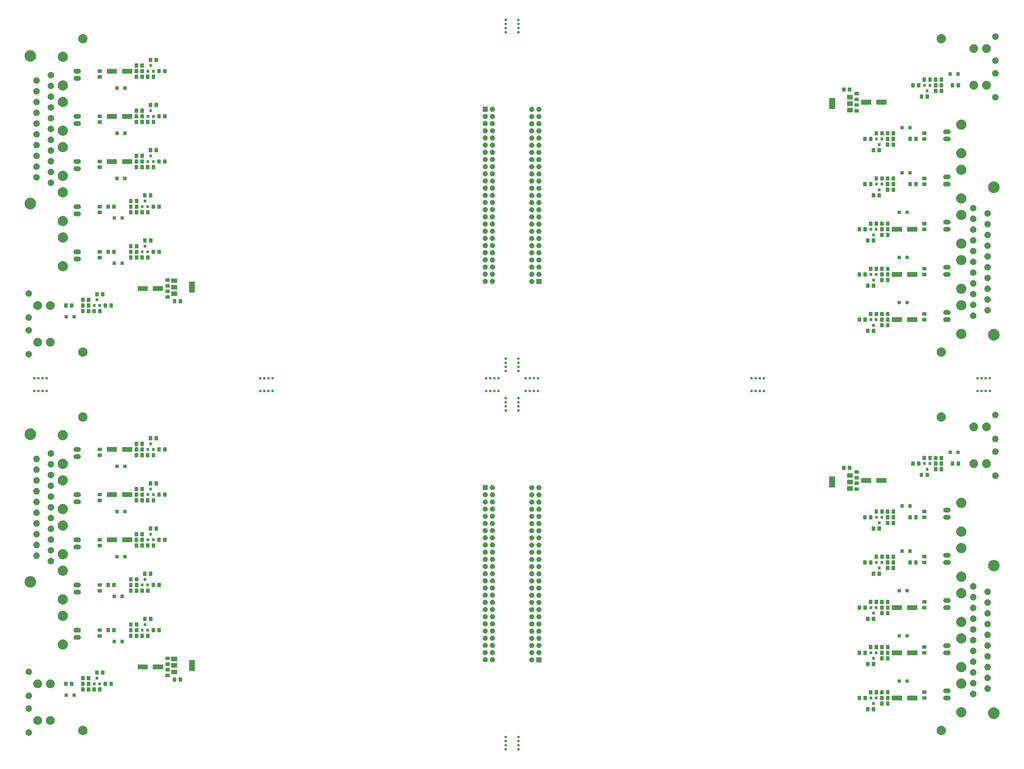
<source format=gbr>
G04 #@! TF.GenerationSoftware,KiCad,Pcbnew,(5.1.5)-2*
G04 #@! TF.CreationDate,2020-07-09T23:44:57+12:00*
G04 #@! TF.ProjectId,output.JVCardx4,6f757470-7574-42e4-9a56-436172647834,rev?*
G04 #@! TF.SameCoordinates,Original*
G04 #@! TF.FileFunction,Soldermask,Top*
G04 #@! TF.FilePolarity,Negative*
%FSLAX46Y46*%
G04 Gerber Fmt 4.6, Leading zero omitted, Abs format (unit mm)*
G04 Created by KiCad (PCBNEW (5.1.5)-2) date 2020-07-09 23:44:57*
%MOMM*%
%LPD*%
G04 APERTURE LIST*
%ADD10C,0.100000*%
G04 APERTURE END LIST*
D10*
G36*
X114381552Y-270754091D02*
G01*
X114463605Y-270788079D01*
X114463629Y-270788089D01*
X114500813Y-270812935D01*
X114537482Y-270837436D01*
X114537496Y-270837446D01*
X114600314Y-270900264D01*
X114649666Y-270974123D01*
X114649672Y-270974133D01*
X114683669Y-271056208D01*
X114701000Y-271143339D01*
X114701000Y-271232181D01*
X114683669Y-271319312D01*
X114649672Y-271401387D01*
X114600322Y-271475245D01*
X114600314Y-271475256D01*
X114537496Y-271538074D01*
X114463629Y-271587431D01*
X114463628Y-271587432D01*
X114463627Y-271587432D01*
X114381552Y-271621429D01*
X114294421Y-271638760D01*
X114205579Y-271638760D01*
X114118448Y-271621429D01*
X114036373Y-271587432D01*
X114036372Y-271587432D01*
X114036371Y-271587431D01*
X113962504Y-271538074D01*
X113899686Y-271475256D01*
X113899679Y-271475245D01*
X113850328Y-271401387D01*
X113816331Y-271319312D01*
X113799000Y-271232181D01*
X113799000Y-271143339D01*
X113816331Y-271056208D01*
X113850328Y-270974133D01*
X113850335Y-270974123D01*
X113899686Y-270900264D01*
X113962504Y-270837446D01*
X113962519Y-270837436D01*
X113999187Y-270812935D01*
X114036371Y-270788089D01*
X114036395Y-270788079D01*
X114118448Y-270754091D01*
X114205579Y-270736760D01*
X114294421Y-270736760D01*
X114381552Y-270754091D01*
G37*
G36*
X109881552Y-270754081D02*
G01*
X109963627Y-270788078D01*
X109963629Y-270788079D01*
X110000813Y-270812925D01*
X110037495Y-270837435D01*
X110100315Y-270900255D01*
X110149672Y-270974123D01*
X110183669Y-271056198D01*
X110201000Y-271143329D01*
X110201000Y-271232171D01*
X110183669Y-271319302D01*
X110149672Y-271401377D01*
X110149671Y-271401379D01*
X110149664Y-271401389D01*
X110100315Y-271475245D01*
X110037495Y-271538065D01*
X110037480Y-271538075D01*
X109963629Y-271587421D01*
X109963628Y-271587422D01*
X109963627Y-271587422D01*
X109881552Y-271621419D01*
X109794421Y-271638750D01*
X109705579Y-271638750D01*
X109618448Y-271621419D01*
X109536373Y-271587422D01*
X109536372Y-271587422D01*
X109536371Y-271587421D01*
X109462520Y-271538075D01*
X109462505Y-271538065D01*
X109399685Y-271475245D01*
X109350336Y-271401389D01*
X109350329Y-271401379D01*
X109350328Y-271401377D01*
X109316331Y-271319302D01*
X109299000Y-271232171D01*
X109299000Y-271143329D01*
X109316331Y-271056198D01*
X109350328Y-270974123D01*
X109399685Y-270900255D01*
X109462505Y-270837435D01*
X109499187Y-270812925D01*
X109536371Y-270788079D01*
X109536373Y-270788078D01*
X109618448Y-270754081D01*
X109705579Y-270736750D01*
X109794421Y-270736750D01*
X109881552Y-270754081D01*
G37*
G36*
X114381552Y-269295621D02*
G01*
X114463417Y-269329531D01*
X114463629Y-269329619D01*
X114500813Y-269354465D01*
X114537495Y-269378975D01*
X114600315Y-269441795D01*
X114649672Y-269515663D01*
X114683669Y-269597738D01*
X114701000Y-269684869D01*
X114701000Y-269773711D01*
X114683669Y-269860842D01*
X114649708Y-269942830D01*
X114649671Y-269942919D01*
X114600314Y-270016786D01*
X114537496Y-270079604D01*
X114463629Y-270128961D01*
X114463628Y-270128962D01*
X114463627Y-270128962D01*
X114381552Y-270162959D01*
X114294421Y-270180290D01*
X114205579Y-270180290D01*
X114118448Y-270162959D01*
X114036373Y-270128962D01*
X114036372Y-270128962D01*
X114036371Y-270128961D01*
X113962504Y-270079604D01*
X113899686Y-270016786D01*
X113850329Y-269942919D01*
X113850292Y-269942830D01*
X113816331Y-269860842D01*
X113799000Y-269773711D01*
X113799000Y-269684869D01*
X113816331Y-269597738D01*
X113850328Y-269515663D01*
X113899685Y-269441795D01*
X113962505Y-269378975D01*
X113999187Y-269354465D01*
X114036371Y-269329619D01*
X114036583Y-269329531D01*
X114118448Y-269295621D01*
X114205579Y-269278290D01*
X114294421Y-269278290D01*
X114381552Y-269295621D01*
G37*
G36*
X109881552Y-269295534D02*
G01*
X109963627Y-269329531D01*
X109963629Y-269329532D01*
X109963759Y-269329619D01*
X110037495Y-269378888D01*
X110100315Y-269441708D01*
X110149672Y-269515576D01*
X110183669Y-269597651D01*
X110201000Y-269684782D01*
X110201000Y-269773624D01*
X110183669Y-269860755D01*
X110149672Y-269942830D01*
X110100315Y-270016698D01*
X110037495Y-270079518D01*
X110000813Y-270104028D01*
X109963629Y-270128874D01*
X109963628Y-270128875D01*
X109963627Y-270128875D01*
X109881552Y-270162872D01*
X109794421Y-270180203D01*
X109705579Y-270180203D01*
X109618448Y-270162872D01*
X109536373Y-270128875D01*
X109536372Y-270128875D01*
X109536371Y-270128874D01*
X109499187Y-270104028D01*
X109462505Y-270079518D01*
X109399685Y-270016698D01*
X109350328Y-269942830D01*
X109316331Y-269860755D01*
X109299000Y-269773624D01*
X109299000Y-269684782D01*
X109316331Y-269597651D01*
X109350328Y-269515576D01*
X109399685Y-269441708D01*
X109462505Y-269378888D01*
X109536241Y-269329619D01*
X109536371Y-269329532D01*
X109536373Y-269329531D01*
X109618448Y-269295534D01*
X109705579Y-269278203D01*
X109794421Y-269278203D01*
X109881552Y-269295534D01*
G37*
G36*
X114381552Y-267837151D02*
G01*
X114463231Y-267870984D01*
X114463629Y-267871149D01*
X114500813Y-267895995D01*
X114537250Y-267920341D01*
X114537496Y-267920506D01*
X114600314Y-267983324D01*
X114649563Y-268057029D01*
X114649672Y-268057193D01*
X114683669Y-268139268D01*
X114701000Y-268226399D01*
X114701000Y-268315241D01*
X114683669Y-268402372D01*
X114649672Y-268484447D01*
X114600425Y-268558151D01*
X114600314Y-268558316D01*
X114537496Y-268621134D01*
X114463629Y-268670491D01*
X114463628Y-268670492D01*
X114463627Y-268670492D01*
X114381552Y-268704489D01*
X114294421Y-268721820D01*
X114205579Y-268721820D01*
X114118448Y-268704489D01*
X114036373Y-268670492D01*
X114036372Y-268670492D01*
X114036371Y-268670491D01*
X113962504Y-268621134D01*
X113899686Y-268558316D01*
X113899576Y-268558151D01*
X113850328Y-268484447D01*
X113816331Y-268402372D01*
X113799000Y-268315241D01*
X113799000Y-268226399D01*
X113816331Y-268139268D01*
X113850328Y-268057193D01*
X113850438Y-268057029D01*
X113899686Y-267983324D01*
X113962504Y-267920506D01*
X113962751Y-267920341D01*
X113999187Y-267895995D01*
X114036371Y-267871149D01*
X114036769Y-267870984D01*
X114118448Y-267837151D01*
X114205579Y-267819820D01*
X114294421Y-267819820D01*
X114381552Y-267837151D01*
G37*
G36*
X109881552Y-267836987D02*
G01*
X109963627Y-267870984D01*
X109963629Y-267870985D01*
X109963874Y-267871149D01*
X110037495Y-267920341D01*
X110100315Y-267983161D01*
X110149672Y-268057029D01*
X110183669Y-268139104D01*
X110201000Y-268226235D01*
X110201000Y-268315077D01*
X110183669Y-268402208D01*
X110149672Y-268484283D01*
X110149671Y-268484285D01*
X110149561Y-268484449D01*
X110100315Y-268558151D01*
X110037495Y-268620971D01*
X110000813Y-268645481D01*
X109963629Y-268670327D01*
X109963628Y-268670328D01*
X109963627Y-268670328D01*
X109881552Y-268704325D01*
X109794421Y-268721656D01*
X109705579Y-268721656D01*
X109618448Y-268704325D01*
X109536373Y-268670328D01*
X109536372Y-268670328D01*
X109536371Y-268670327D01*
X109499187Y-268645481D01*
X109462505Y-268620971D01*
X109399685Y-268558151D01*
X109350439Y-268484449D01*
X109350329Y-268484285D01*
X109350328Y-268484283D01*
X109316331Y-268402208D01*
X109299000Y-268315077D01*
X109299000Y-268226235D01*
X109316331Y-268139104D01*
X109350328Y-268057029D01*
X109399685Y-267983161D01*
X109462505Y-267920341D01*
X109536126Y-267871149D01*
X109536371Y-267870985D01*
X109536373Y-267870984D01*
X109618448Y-267836987D01*
X109705579Y-267819656D01*
X109794421Y-267819656D01*
X109881552Y-267836987D01*
G37*
G36*
X114381552Y-266378681D02*
G01*
X114463627Y-266412678D01*
X114463629Y-266412679D01*
X114500813Y-266437525D01*
X114537495Y-266462035D01*
X114600315Y-266524855D01*
X114649672Y-266598723D01*
X114683669Y-266680798D01*
X114701000Y-266767929D01*
X114701000Y-266856771D01*
X114683669Y-266943902D01*
X114649772Y-267025736D01*
X114649671Y-267025979D01*
X114600314Y-267099846D01*
X114537496Y-267162664D01*
X114463629Y-267212021D01*
X114463628Y-267212022D01*
X114463627Y-267212022D01*
X114381552Y-267246019D01*
X114294421Y-267263350D01*
X114205579Y-267263350D01*
X114118448Y-267246019D01*
X114036373Y-267212022D01*
X114036372Y-267212022D01*
X114036371Y-267212021D01*
X113962504Y-267162664D01*
X113899686Y-267099846D01*
X113850329Y-267025979D01*
X113850228Y-267025736D01*
X113816331Y-266943902D01*
X113799000Y-266856771D01*
X113799000Y-266767929D01*
X113816331Y-266680798D01*
X113850328Y-266598723D01*
X113899685Y-266524855D01*
X113962505Y-266462035D01*
X113999187Y-266437525D01*
X114036371Y-266412679D01*
X114036373Y-266412678D01*
X114118448Y-266378681D01*
X114205579Y-266361350D01*
X114294421Y-266361350D01*
X114381552Y-266378681D01*
G37*
G36*
X109881552Y-266378440D02*
G01*
X109963627Y-266412437D01*
X109963629Y-266412438D01*
X110000813Y-266437284D01*
X110037495Y-266461794D01*
X110100315Y-266524614D01*
X110149672Y-266598482D01*
X110183669Y-266680557D01*
X110201000Y-266767688D01*
X110201000Y-266856530D01*
X110183669Y-266943661D01*
X110149672Y-267025736D01*
X110100315Y-267099604D01*
X110037495Y-267162424D01*
X110037134Y-267162665D01*
X109963629Y-267211780D01*
X109963628Y-267211781D01*
X109963627Y-267211781D01*
X109881552Y-267245778D01*
X109794421Y-267263109D01*
X109705579Y-267263109D01*
X109618448Y-267245778D01*
X109536373Y-267211781D01*
X109536372Y-267211781D01*
X109536371Y-267211780D01*
X109462866Y-267162665D01*
X109462505Y-267162424D01*
X109399685Y-267099604D01*
X109350328Y-267025736D01*
X109316331Y-266943661D01*
X109299000Y-266856530D01*
X109299000Y-266767688D01*
X109316331Y-266680557D01*
X109350328Y-266598482D01*
X109399685Y-266524614D01*
X109462505Y-266461794D01*
X109499187Y-266437284D01*
X109536371Y-266412438D01*
X109536373Y-266412437D01*
X109618448Y-266378440D01*
X109705579Y-266361109D01*
X109794421Y-266361109D01*
X109881552Y-266378440D01*
G37*
G36*
X-58925451Y-264121116D02*
G01*
X-58814266Y-264143232D01*
X-58604797Y-264229997D01*
X-58416280Y-264355960D01*
X-58255960Y-264516280D01*
X-58129997Y-264704797D01*
X-58043232Y-264914266D01*
X-57999000Y-265136636D01*
X-57999000Y-265363364D01*
X-58043232Y-265585734D01*
X-58129997Y-265795203D01*
X-58255960Y-265983720D01*
X-58416280Y-266144040D01*
X-58604797Y-266270003D01*
X-58814266Y-266356768D01*
X-58923219Y-266378440D01*
X-59036635Y-266401000D01*
X-59263365Y-266401000D01*
X-59376781Y-266378440D01*
X-59485734Y-266356768D01*
X-59695203Y-266270003D01*
X-59883720Y-266144040D01*
X-60044040Y-265983720D01*
X-60170003Y-265795203D01*
X-60256768Y-265585734D01*
X-60301000Y-265363364D01*
X-60301000Y-265136636D01*
X-60256768Y-264914266D01*
X-60170003Y-264704797D01*
X-60044040Y-264516280D01*
X-59883720Y-264355960D01*
X-59695203Y-264229997D01*
X-59485734Y-264143232D01*
X-59374549Y-264121116D01*
X-59263365Y-264099000D01*
X-59036635Y-264099000D01*
X-58925451Y-264121116D01*
G37*
G36*
X-39624744Y-262891298D02*
G01*
X-39518421Y-262912447D01*
X-39217958Y-263036903D01*
X-38947549Y-263217585D01*
X-38717585Y-263447549D01*
X-38717584Y-263447551D01*
X-38536902Y-263717960D01*
X-38412447Y-264018422D01*
X-38349000Y-264337389D01*
X-38349000Y-264662611D01*
X-38357392Y-264704799D01*
X-38412447Y-264981579D01*
X-38536903Y-265282042D01*
X-38717585Y-265552451D01*
X-38947549Y-265782415D01*
X-39217958Y-265963097D01*
X-39518421Y-266087553D01*
X-39624744Y-266108702D01*
X-39837389Y-266151000D01*
X-40162611Y-266151000D01*
X-40375256Y-266108702D01*
X-40481579Y-266087553D01*
X-40782042Y-265963097D01*
X-41052451Y-265782415D01*
X-41282415Y-265552451D01*
X-41463097Y-265282042D01*
X-41587553Y-264981579D01*
X-41642608Y-264704799D01*
X-41651000Y-264662611D01*
X-41651000Y-264337389D01*
X-41587553Y-264018422D01*
X-41463098Y-263717960D01*
X-41282416Y-263447551D01*
X-41282415Y-263447549D01*
X-41052451Y-263217585D01*
X-40782042Y-263036903D01*
X-40481579Y-262912447D01*
X-40375256Y-262891298D01*
X-40162611Y-262849000D01*
X-39837389Y-262849000D01*
X-39624744Y-262891298D01*
G37*
G36*
X264375256Y-262891298D02*
G01*
X264481579Y-262912447D01*
X264782042Y-263036903D01*
X265052451Y-263217585D01*
X265282415Y-263447549D01*
X265282416Y-263447551D01*
X265463098Y-263717960D01*
X265587553Y-264018422D01*
X265651000Y-264337389D01*
X265651000Y-264662611D01*
X265642608Y-264704799D01*
X265587553Y-264981579D01*
X265463097Y-265282042D01*
X265282415Y-265552451D01*
X265052451Y-265782415D01*
X264782042Y-265963097D01*
X264481579Y-266087553D01*
X264375256Y-266108702D01*
X264162611Y-266151000D01*
X263837389Y-266151000D01*
X263624744Y-266108702D01*
X263518421Y-266087553D01*
X263217958Y-265963097D01*
X262947549Y-265782415D01*
X262717585Y-265552451D01*
X262536903Y-265282042D01*
X262412447Y-264981579D01*
X262357392Y-264704799D01*
X262349000Y-264662611D01*
X262349000Y-264337389D01*
X262412447Y-264018422D01*
X262536902Y-263717960D01*
X262717584Y-263447551D01*
X262717585Y-263447549D01*
X262947549Y-263217585D01*
X263217958Y-263036903D01*
X263518421Y-262912447D01*
X263624744Y-262891298D01*
X263837389Y-262849000D01*
X264162611Y-262849000D01*
X264375256Y-262891298D01*
G37*
G36*
X-55697415Y-259478802D02*
G01*
X-55547590Y-259508604D01*
X-55265326Y-259625521D01*
X-55011295Y-259795259D01*
X-54795259Y-260011295D01*
X-54625521Y-260265326D01*
X-54508604Y-260547590D01*
X-54449000Y-260847240D01*
X-54449000Y-261152760D01*
X-54508604Y-261452410D01*
X-54625521Y-261734674D01*
X-54795259Y-261988705D01*
X-55011295Y-262204741D01*
X-55265326Y-262374479D01*
X-55547590Y-262491396D01*
X-55697415Y-262521198D01*
X-55847239Y-262551000D01*
X-56152761Y-262551000D01*
X-56302585Y-262521198D01*
X-56452410Y-262491396D01*
X-56734674Y-262374479D01*
X-56988705Y-262204741D01*
X-57204741Y-261988705D01*
X-57374479Y-261734674D01*
X-57491396Y-261452410D01*
X-57551000Y-261152760D01*
X-57551000Y-260847240D01*
X-57491396Y-260547590D01*
X-57374479Y-260265326D01*
X-57204741Y-260011295D01*
X-56988705Y-259795259D01*
X-56734674Y-259625521D01*
X-56452410Y-259508604D01*
X-56302585Y-259478802D01*
X-56152761Y-259449000D01*
X-55847239Y-259449000D01*
X-55697415Y-259478802D01*
G37*
G36*
X-51197415Y-259478802D02*
G01*
X-51047590Y-259508604D01*
X-50765326Y-259625521D01*
X-50511295Y-259795259D01*
X-50295259Y-260011295D01*
X-50125521Y-260265326D01*
X-50008604Y-260547590D01*
X-49949000Y-260847240D01*
X-49949000Y-261152760D01*
X-50008604Y-261452410D01*
X-50125521Y-261734674D01*
X-50295259Y-261988705D01*
X-50511295Y-262204741D01*
X-50765326Y-262374479D01*
X-51047590Y-262491396D01*
X-51197415Y-262521198D01*
X-51347239Y-262551000D01*
X-51652761Y-262551000D01*
X-51802585Y-262521198D01*
X-51952410Y-262491396D01*
X-52234674Y-262374479D01*
X-52488705Y-262204741D01*
X-52704741Y-261988705D01*
X-52874479Y-261734674D01*
X-52991396Y-261452410D01*
X-53051000Y-261152760D01*
X-53051000Y-260847240D01*
X-52991396Y-260547590D01*
X-52874479Y-260265326D01*
X-52704741Y-260011295D01*
X-52488705Y-259795259D01*
X-52234674Y-259625521D01*
X-51952410Y-259508604D01*
X-51802585Y-259478802D01*
X-51652761Y-259449000D01*
X-51347239Y-259449000D01*
X-51197415Y-259478802D01*
G37*
G36*
X283198254Y-256417818D02*
G01*
X283571511Y-256572426D01*
X283571513Y-256572427D01*
X283667607Y-256636635D01*
X283907436Y-256796884D01*
X284193116Y-257082564D01*
X284417574Y-257418489D01*
X284572182Y-257791746D01*
X284651000Y-258187993D01*
X284651000Y-258592007D01*
X284572182Y-258988254D01*
X284472847Y-259228070D01*
X284417573Y-259361513D01*
X284193116Y-259697436D01*
X283907436Y-259983116D01*
X283571513Y-260207573D01*
X283571512Y-260207574D01*
X283571511Y-260207574D01*
X283198254Y-260362182D01*
X282802007Y-260441000D01*
X282397993Y-260441000D01*
X282001746Y-260362182D01*
X281628489Y-260207574D01*
X281628488Y-260207574D01*
X281628487Y-260207573D01*
X281292564Y-259983116D01*
X281006884Y-259697436D01*
X280782427Y-259361513D01*
X280727153Y-259228070D01*
X280627818Y-258988254D01*
X280549000Y-258592007D01*
X280549000Y-258187993D01*
X280627818Y-257791746D01*
X280782426Y-257418489D01*
X281006884Y-257082564D01*
X281292564Y-256796884D01*
X281532393Y-256636635D01*
X281628487Y-256572427D01*
X281628489Y-256572426D01*
X282001746Y-256417818D01*
X282397993Y-256339000D01*
X282802007Y-256339000D01*
X283198254Y-256417818D01*
G37*
G36*
X271605331Y-256348211D02*
G01*
X271933092Y-256483974D01*
X272228070Y-256681072D01*
X272478928Y-256931930D01*
X272676026Y-257226908D01*
X272811789Y-257554669D01*
X272881000Y-257902616D01*
X272881000Y-258257384D01*
X272811789Y-258605331D01*
X272676026Y-258933092D01*
X272478928Y-259228070D01*
X272228070Y-259478928D01*
X271933092Y-259676026D01*
X271605331Y-259811789D01*
X271257384Y-259881000D01*
X270902616Y-259881000D01*
X270554669Y-259811789D01*
X270226908Y-259676026D01*
X269931930Y-259478928D01*
X269681072Y-259228070D01*
X269483974Y-258933092D01*
X269348211Y-258605331D01*
X269279000Y-258257384D01*
X269279000Y-257902616D01*
X269348211Y-257554669D01*
X269483974Y-257226908D01*
X269681072Y-256931930D01*
X269931930Y-256681072D01*
X270226908Y-256483974D01*
X270554669Y-256348211D01*
X270902616Y-256279000D01*
X271257384Y-256279000D01*
X271605331Y-256348211D01*
G37*
G36*
X-58925451Y-255621116D02*
G01*
X-58814266Y-255643232D01*
X-58697621Y-255691548D01*
X-58637299Y-255716534D01*
X-58604797Y-255729997D01*
X-58416280Y-255855960D01*
X-58255960Y-256016280D01*
X-58129997Y-256204797D01*
X-58043232Y-256414266D01*
X-57999000Y-256636636D01*
X-57999000Y-256863364D01*
X-58043232Y-257085734D01*
X-58129997Y-257295203D01*
X-58255960Y-257483720D01*
X-58416280Y-257644040D01*
X-58604797Y-257770003D01*
X-58814266Y-257856768D01*
X-58925451Y-257878884D01*
X-59036635Y-257901000D01*
X-59263365Y-257901000D01*
X-59374549Y-257878884D01*
X-59485734Y-257856768D01*
X-59695203Y-257770003D01*
X-59883720Y-257644040D01*
X-60044040Y-257483720D01*
X-60170003Y-257295203D01*
X-60256768Y-257085734D01*
X-60301000Y-256863364D01*
X-60301000Y-256636636D01*
X-60256768Y-256414266D01*
X-60170003Y-256204797D01*
X-60044040Y-256016280D01*
X-59883720Y-255855960D01*
X-59695203Y-255729997D01*
X-59662700Y-255716534D01*
X-59602379Y-255691548D01*
X-59485734Y-255643232D01*
X-59374549Y-255621116D01*
X-59263365Y-255599000D01*
X-59036635Y-255599000D01*
X-58925451Y-255621116D01*
G37*
G36*
X240488674Y-256253465D02*
G01*
X240526367Y-256264899D01*
X240561103Y-256283466D01*
X240591548Y-256308452D01*
X240616534Y-256338897D01*
X240635101Y-256373633D01*
X240646535Y-256411326D01*
X240651000Y-256456661D01*
X240651000Y-257543339D01*
X240646535Y-257588674D01*
X240635101Y-257626367D01*
X240616534Y-257661103D01*
X240591548Y-257691548D01*
X240561103Y-257716534D01*
X240526367Y-257735101D01*
X240488674Y-257746535D01*
X240443339Y-257751000D01*
X239606661Y-257751000D01*
X239561326Y-257746535D01*
X239523633Y-257735101D01*
X239488897Y-257716534D01*
X239458452Y-257691548D01*
X239433466Y-257661103D01*
X239414899Y-257626367D01*
X239403465Y-257588674D01*
X239399000Y-257543339D01*
X239399000Y-256456661D01*
X239403465Y-256411326D01*
X239414899Y-256373633D01*
X239433466Y-256338897D01*
X239458452Y-256308452D01*
X239488897Y-256283466D01*
X239523633Y-256264899D01*
X239561326Y-256253465D01*
X239606661Y-256249000D01*
X240443339Y-256249000D01*
X240488674Y-256253465D01*
G37*
G36*
X238438674Y-256253465D02*
G01*
X238476367Y-256264899D01*
X238511103Y-256283466D01*
X238541548Y-256308452D01*
X238566534Y-256338897D01*
X238585101Y-256373633D01*
X238596535Y-256411326D01*
X238601000Y-256456661D01*
X238601000Y-257543339D01*
X238596535Y-257588674D01*
X238585101Y-257626367D01*
X238566534Y-257661103D01*
X238541548Y-257691548D01*
X238511103Y-257716534D01*
X238476367Y-257735101D01*
X238438674Y-257746535D01*
X238393339Y-257751000D01*
X237556661Y-257751000D01*
X237511326Y-257746535D01*
X237473633Y-257735101D01*
X237438897Y-257716534D01*
X237408452Y-257691548D01*
X237383466Y-257661103D01*
X237364899Y-257626367D01*
X237353465Y-257588674D01*
X237349000Y-257543339D01*
X237349000Y-256456661D01*
X237353465Y-256411326D01*
X237364899Y-256373633D01*
X237383466Y-256338897D01*
X237408452Y-256308452D01*
X237438897Y-256283466D01*
X237473633Y-256264899D01*
X237511326Y-256253465D01*
X237556661Y-256249000D01*
X238393339Y-256249000D01*
X238438674Y-256253465D01*
G37*
G36*
X245488674Y-254253465D02*
G01*
X245526367Y-254264899D01*
X245561103Y-254283466D01*
X245591548Y-254308452D01*
X245616534Y-254338897D01*
X245635101Y-254373633D01*
X245646535Y-254411326D01*
X245651000Y-254456661D01*
X245651000Y-255543339D01*
X245646535Y-255588674D01*
X245635101Y-255626367D01*
X245616534Y-255661103D01*
X245591548Y-255691548D01*
X245561103Y-255716534D01*
X245526367Y-255735101D01*
X245488674Y-255746535D01*
X245443339Y-255751000D01*
X244606661Y-255751000D01*
X244561326Y-255746535D01*
X244523633Y-255735101D01*
X244488897Y-255716534D01*
X244458452Y-255691548D01*
X244433466Y-255661103D01*
X244414899Y-255626367D01*
X244403465Y-255588674D01*
X244399000Y-255543339D01*
X244399000Y-254456661D01*
X244403465Y-254411326D01*
X244414899Y-254373633D01*
X244433466Y-254338897D01*
X244458452Y-254308452D01*
X244488897Y-254283466D01*
X244523633Y-254264899D01*
X244561326Y-254253465D01*
X244606661Y-254249000D01*
X245443339Y-254249000D01*
X245488674Y-254253465D01*
G37*
G36*
X243438674Y-254253465D02*
G01*
X243476367Y-254264899D01*
X243511103Y-254283466D01*
X243541548Y-254308452D01*
X243566534Y-254338897D01*
X243585101Y-254373633D01*
X243596535Y-254411326D01*
X243601000Y-254456661D01*
X243601000Y-255543339D01*
X243596535Y-255588674D01*
X243585101Y-255626367D01*
X243566534Y-255661103D01*
X243541548Y-255691548D01*
X243511103Y-255716534D01*
X243476367Y-255735101D01*
X243438674Y-255746535D01*
X243393339Y-255751000D01*
X242556661Y-255751000D01*
X242511326Y-255746535D01*
X242473633Y-255735101D01*
X242438897Y-255716534D01*
X242408452Y-255691548D01*
X242383466Y-255661103D01*
X242364899Y-255626367D01*
X242353465Y-255588674D01*
X242349000Y-255543339D01*
X242349000Y-254456661D01*
X242353465Y-254411326D01*
X242364899Y-254373633D01*
X242383466Y-254338897D01*
X242408452Y-254308452D01*
X242438897Y-254283466D01*
X242473633Y-254264899D01*
X242511326Y-254253465D01*
X242556661Y-254249000D01*
X243393339Y-254249000D01*
X243438674Y-254253465D01*
G37*
G36*
X240451000Y-255501000D02*
G01*
X239549000Y-255501000D01*
X239549000Y-254499000D01*
X240451000Y-254499000D01*
X240451000Y-255501000D01*
G37*
G36*
X249955997Y-252153051D02*
G01*
X249989652Y-252163261D01*
X250020665Y-252179838D01*
X250047851Y-252202149D01*
X250070162Y-252229335D01*
X250086739Y-252260348D01*
X250096949Y-252294003D01*
X250101000Y-252335138D01*
X250101000Y-253664862D01*
X250096949Y-253705997D01*
X250086739Y-253739652D01*
X250070162Y-253770665D01*
X250047851Y-253797851D01*
X250020665Y-253820162D01*
X249989652Y-253836739D01*
X249955997Y-253846949D01*
X249914862Y-253851000D01*
X246685138Y-253851000D01*
X246644003Y-253846949D01*
X246610348Y-253836739D01*
X246579335Y-253820162D01*
X246552149Y-253797851D01*
X246529838Y-253770665D01*
X246513261Y-253739652D01*
X246503051Y-253705997D01*
X246499000Y-253664862D01*
X246499000Y-252335138D01*
X246503051Y-252294003D01*
X246513261Y-252260348D01*
X246529838Y-252229335D01*
X246552149Y-252202149D01*
X246579335Y-252179838D01*
X246610348Y-252163261D01*
X246644003Y-252153051D01*
X246685138Y-252149000D01*
X249914862Y-252149000D01*
X249955997Y-252153051D01*
G37*
G36*
X255355997Y-252153051D02*
G01*
X255389652Y-252163261D01*
X255420665Y-252179838D01*
X255447851Y-252202149D01*
X255470162Y-252229335D01*
X255486739Y-252260348D01*
X255496949Y-252294003D01*
X255501000Y-252335138D01*
X255501000Y-253664862D01*
X255496949Y-253705997D01*
X255486739Y-253739652D01*
X255470162Y-253770665D01*
X255447851Y-253797851D01*
X255420665Y-253820162D01*
X255389652Y-253836739D01*
X255355997Y-253846949D01*
X255314862Y-253851000D01*
X252085138Y-253851000D01*
X252044003Y-253846949D01*
X252010348Y-253836739D01*
X251979335Y-253820162D01*
X251952149Y-253797851D01*
X251929838Y-253770665D01*
X251913261Y-253739652D01*
X251903051Y-253705997D01*
X251899000Y-253664862D01*
X251899000Y-252335138D01*
X251903051Y-252294003D01*
X251913261Y-252260348D01*
X251929838Y-252229335D01*
X251952149Y-252202149D01*
X251979335Y-252179838D01*
X252010348Y-252163261D01*
X252044003Y-252153051D01*
X252085138Y-252149000D01*
X255314862Y-252149000D01*
X255355997Y-252153051D01*
G37*
G36*
X266616823Y-252161313D02*
G01*
X266777242Y-252209976D01*
X266884282Y-252267190D01*
X266925078Y-252288996D01*
X267054659Y-252395341D01*
X267161004Y-252524922D01*
X267161005Y-252524924D01*
X267240024Y-252672758D01*
X267288687Y-252833177D01*
X267305117Y-253000000D01*
X267288687Y-253166823D01*
X267240024Y-253327242D01*
X267224242Y-253356768D01*
X267161004Y-253475078D01*
X267054659Y-253604659D01*
X266925078Y-253711004D01*
X266925076Y-253711005D01*
X266777242Y-253790024D01*
X266616823Y-253838687D01*
X266491804Y-253851000D01*
X265508196Y-253851000D01*
X265383177Y-253838687D01*
X265222758Y-253790024D01*
X265074924Y-253711005D01*
X265074922Y-253711004D01*
X264945341Y-253604659D01*
X264838996Y-253475078D01*
X264775758Y-253356768D01*
X264759976Y-253327242D01*
X264711313Y-253166823D01*
X264694883Y-253000000D01*
X264711313Y-252833177D01*
X264759976Y-252672758D01*
X264838995Y-252524924D01*
X264838996Y-252524922D01*
X264945341Y-252395341D01*
X265074922Y-252288996D01*
X265115718Y-252267190D01*
X265222758Y-252209976D01*
X265383177Y-252161313D01*
X265508196Y-252149000D01*
X266491804Y-252149000D01*
X266616823Y-252161313D01*
G37*
G36*
X235438674Y-252253465D02*
G01*
X235476367Y-252264899D01*
X235511103Y-252283466D01*
X235541548Y-252308452D01*
X235566534Y-252338897D01*
X235585101Y-252373633D01*
X235596535Y-252411326D01*
X235601000Y-252456661D01*
X235601000Y-253543339D01*
X235596535Y-253588674D01*
X235585101Y-253626367D01*
X235566534Y-253661103D01*
X235541548Y-253691548D01*
X235511103Y-253716534D01*
X235476367Y-253735101D01*
X235438674Y-253746535D01*
X235393339Y-253751000D01*
X234556661Y-253751000D01*
X234511326Y-253746535D01*
X234473633Y-253735101D01*
X234438897Y-253716534D01*
X234408452Y-253691548D01*
X234383466Y-253661103D01*
X234364899Y-253626367D01*
X234353465Y-253588674D01*
X234349000Y-253543339D01*
X234349000Y-252456661D01*
X234353465Y-252411326D01*
X234364899Y-252373633D01*
X234383466Y-252338897D01*
X234408452Y-252308452D01*
X234438897Y-252283466D01*
X234473633Y-252264899D01*
X234511326Y-252253465D01*
X234556661Y-252249000D01*
X235393339Y-252249000D01*
X235438674Y-252253465D01*
G37*
G36*
X245488674Y-252253465D02*
G01*
X245526367Y-252264899D01*
X245561103Y-252283466D01*
X245591548Y-252308452D01*
X245616534Y-252338897D01*
X245635101Y-252373633D01*
X245646535Y-252411326D01*
X245651000Y-252456661D01*
X245651000Y-253543339D01*
X245646535Y-253588674D01*
X245635101Y-253626367D01*
X245616534Y-253661103D01*
X245591548Y-253691548D01*
X245561103Y-253716534D01*
X245526367Y-253735101D01*
X245488674Y-253746535D01*
X245443339Y-253751000D01*
X244606661Y-253751000D01*
X244561326Y-253746535D01*
X244523633Y-253735101D01*
X244488897Y-253716534D01*
X244458452Y-253691548D01*
X244433466Y-253661103D01*
X244414899Y-253626367D01*
X244403465Y-253588674D01*
X244399000Y-253543339D01*
X244399000Y-252456661D01*
X244403465Y-252411326D01*
X244414899Y-252373633D01*
X244433466Y-252338897D01*
X244458452Y-252308452D01*
X244488897Y-252283466D01*
X244523633Y-252264899D01*
X244561326Y-252253465D01*
X244606661Y-252249000D01*
X245443339Y-252249000D01*
X245488674Y-252253465D01*
G37*
G36*
X243438674Y-252253465D02*
G01*
X243476367Y-252264899D01*
X243511103Y-252283466D01*
X243541548Y-252308452D01*
X243566534Y-252338897D01*
X243585101Y-252373633D01*
X243596535Y-252411326D01*
X243601000Y-252456661D01*
X243601000Y-253543339D01*
X243596535Y-253588674D01*
X243585101Y-253626367D01*
X243566534Y-253661103D01*
X243541548Y-253691548D01*
X243511103Y-253716534D01*
X243476367Y-253735101D01*
X243438674Y-253746535D01*
X243393339Y-253751000D01*
X242556661Y-253751000D01*
X242511326Y-253746535D01*
X242473633Y-253735101D01*
X242438897Y-253716534D01*
X242408452Y-253691548D01*
X242383466Y-253661103D01*
X242364899Y-253626367D01*
X242353465Y-253588674D01*
X242349000Y-253543339D01*
X242349000Y-252456661D01*
X242353465Y-252411326D01*
X242364899Y-252373633D01*
X242383466Y-252338897D01*
X242408452Y-252308452D01*
X242438897Y-252283466D01*
X242473633Y-252264899D01*
X242511326Y-252253465D01*
X242556661Y-252249000D01*
X243393339Y-252249000D01*
X243438674Y-252253465D01*
G37*
G36*
X237488674Y-252253465D02*
G01*
X237526367Y-252264899D01*
X237561103Y-252283466D01*
X237591548Y-252308452D01*
X237616534Y-252338897D01*
X237635101Y-252373633D01*
X237646535Y-252411326D01*
X237651000Y-252456661D01*
X237651000Y-253543339D01*
X237646535Y-253588674D01*
X237635101Y-253626367D01*
X237616534Y-253661103D01*
X237591548Y-253691548D01*
X237561103Y-253716534D01*
X237526367Y-253735101D01*
X237488674Y-253746535D01*
X237443339Y-253751000D01*
X236606661Y-253751000D01*
X236561326Y-253746535D01*
X236523633Y-253735101D01*
X236488897Y-253716534D01*
X236458452Y-253691548D01*
X236433466Y-253661103D01*
X236414899Y-253626367D01*
X236403465Y-253588674D01*
X236399000Y-253543339D01*
X236399000Y-252456661D01*
X236403465Y-252411326D01*
X236414899Y-252373633D01*
X236433466Y-252338897D01*
X236458452Y-252308452D01*
X236488897Y-252283466D01*
X236523633Y-252264899D01*
X236561326Y-252253465D01*
X236606661Y-252249000D01*
X237443339Y-252249000D01*
X237488674Y-252253465D01*
G37*
G36*
X258588674Y-252403465D02*
G01*
X258626367Y-252414899D01*
X258661103Y-252433466D01*
X258691548Y-252458452D01*
X258716534Y-252488897D01*
X258735101Y-252523633D01*
X258746535Y-252561326D01*
X258751000Y-252606661D01*
X258751000Y-253443339D01*
X258746535Y-253488674D01*
X258735101Y-253526367D01*
X258716534Y-253561103D01*
X258691548Y-253591548D01*
X258661103Y-253616534D01*
X258626367Y-253635101D01*
X258588674Y-253646535D01*
X258543339Y-253651000D01*
X257456661Y-253651000D01*
X257411326Y-253646535D01*
X257373633Y-253635101D01*
X257338897Y-253616534D01*
X257308452Y-253591548D01*
X257283466Y-253561103D01*
X257264899Y-253526367D01*
X257253465Y-253488674D01*
X257249000Y-253443339D01*
X257249000Y-252606661D01*
X257253465Y-252561326D01*
X257264899Y-252523633D01*
X257283466Y-252488897D01*
X257308452Y-252458452D01*
X257338897Y-252433466D01*
X257373633Y-252414899D01*
X257411326Y-252403465D01*
X257456661Y-252399000D01*
X258543339Y-252399000D01*
X258588674Y-252403465D01*
G37*
G36*
X241401000Y-253501000D02*
G01*
X240499000Y-253501000D01*
X240499000Y-252499000D01*
X241401000Y-252499000D01*
X241401000Y-253501000D01*
G37*
G36*
X239501000Y-253501000D02*
G01*
X238599000Y-253501000D01*
X238599000Y-252499000D01*
X239501000Y-252499000D01*
X239501000Y-253501000D01*
G37*
G36*
X-58925451Y-251121116D02*
G01*
X-58814266Y-251143232D01*
X-58604797Y-251229997D01*
X-58416280Y-251355960D01*
X-58255960Y-251516280D01*
X-58134295Y-251698365D01*
X-58129996Y-251704799D01*
X-58110859Y-251751000D01*
X-58043232Y-251914266D01*
X-58021116Y-252025451D01*
X-57999000Y-252136635D01*
X-57999000Y-252363365D01*
X-58007129Y-252404230D01*
X-58043232Y-252585734D01*
X-58129997Y-252795203D01*
X-58255960Y-252983720D01*
X-58416280Y-253144040D01*
X-58604797Y-253270003D01*
X-58814266Y-253356768D01*
X-58925164Y-253378827D01*
X-59036635Y-253401000D01*
X-59263365Y-253401000D01*
X-59374836Y-253378827D01*
X-59485734Y-253356768D01*
X-59695203Y-253270003D01*
X-59883720Y-253144040D01*
X-60044040Y-252983720D01*
X-60170003Y-252795203D01*
X-60256768Y-252585734D01*
X-60292871Y-252404230D01*
X-60301000Y-252363365D01*
X-60301000Y-252136635D01*
X-60278884Y-252025451D01*
X-60256768Y-251914266D01*
X-60189141Y-251751000D01*
X-60170004Y-251704799D01*
X-60165705Y-251698365D01*
X-60044040Y-251516280D01*
X-59883720Y-251355960D01*
X-59695203Y-251229997D01*
X-59485734Y-251143232D01*
X-59374549Y-251121116D01*
X-59263365Y-251099000D01*
X-59036635Y-251099000D01*
X-58925451Y-251121116D01*
G37*
G36*
X275544549Y-250456116D02*
G01*
X275655734Y-250478232D01*
X275865203Y-250564997D01*
X276053720Y-250690960D01*
X276214040Y-250851280D01*
X276340003Y-251039797D01*
X276418787Y-251229997D01*
X276426768Y-251249267D01*
X276471000Y-251471635D01*
X276471000Y-251698365D01*
X276461418Y-251746535D01*
X276426768Y-251920734D01*
X276340003Y-252130203D01*
X276214040Y-252318720D01*
X276053720Y-252479040D01*
X275865203Y-252605003D01*
X275865202Y-252605004D01*
X275865201Y-252605004D01*
X275803850Y-252630416D01*
X275655734Y-252691768D01*
X275544549Y-252713884D01*
X275433365Y-252736000D01*
X275206635Y-252736000D01*
X275095451Y-252713884D01*
X274984266Y-252691768D01*
X274836150Y-252630416D01*
X274774799Y-252605004D01*
X274774798Y-252605004D01*
X274774797Y-252605003D01*
X274586280Y-252479040D01*
X274425960Y-252318720D01*
X274299997Y-252130203D01*
X274213232Y-251920734D01*
X274178582Y-251746535D01*
X274169000Y-251698365D01*
X274169000Y-251471635D01*
X274213232Y-251249267D01*
X274221214Y-251229997D01*
X274299997Y-251039797D01*
X274425960Y-250851280D01*
X274586280Y-250690960D01*
X274774797Y-250564997D01*
X274984266Y-250478232D01*
X275095451Y-250456116D01*
X275206635Y-250434000D01*
X275433365Y-250434000D01*
X275544549Y-250456116D01*
G37*
G36*
X-45299000Y-252601000D02*
G01*
X-46501000Y-252601000D01*
X-46501000Y-251399000D01*
X-45299000Y-251399000D01*
X-45299000Y-252601000D01*
G37*
G36*
X-42499000Y-252601000D02*
G01*
X-43701000Y-252601000D01*
X-43701000Y-251399000D01*
X-42499000Y-251399000D01*
X-42499000Y-252601000D01*
G37*
G36*
X245488674Y-250253465D02*
G01*
X245526367Y-250264899D01*
X245561103Y-250283466D01*
X245591548Y-250308452D01*
X245616534Y-250338897D01*
X245635101Y-250373633D01*
X245646535Y-250411326D01*
X245651000Y-250456661D01*
X245651000Y-251543339D01*
X245646535Y-251588674D01*
X245635101Y-251626367D01*
X245616534Y-251661103D01*
X245591548Y-251691548D01*
X245561103Y-251716534D01*
X245526367Y-251735101D01*
X245488674Y-251746535D01*
X245443339Y-251751000D01*
X244606661Y-251751000D01*
X244561326Y-251746535D01*
X244523633Y-251735101D01*
X244488897Y-251716534D01*
X244458452Y-251691548D01*
X244433466Y-251661103D01*
X244414899Y-251626367D01*
X244403465Y-251588674D01*
X244399000Y-251543339D01*
X244399000Y-250456661D01*
X244403465Y-250411326D01*
X244414899Y-250373633D01*
X244433466Y-250338897D01*
X244458452Y-250308452D01*
X244488897Y-250283466D01*
X244523633Y-250264899D01*
X244561326Y-250253465D01*
X244606661Y-250249000D01*
X245443339Y-250249000D01*
X245488674Y-250253465D01*
G37*
G36*
X243438674Y-250253465D02*
G01*
X243476367Y-250264899D01*
X243511103Y-250283466D01*
X243541548Y-250308452D01*
X243566534Y-250338897D01*
X243585101Y-250373633D01*
X243596535Y-250411326D01*
X243601000Y-250456661D01*
X243601000Y-251543339D01*
X243596535Y-251588674D01*
X243585101Y-251626367D01*
X243566534Y-251661103D01*
X243541548Y-251691548D01*
X243511103Y-251716534D01*
X243476367Y-251735101D01*
X243438674Y-251746535D01*
X243393339Y-251751000D01*
X242556661Y-251751000D01*
X242511326Y-251746535D01*
X242473633Y-251735101D01*
X242438897Y-251716534D01*
X242408452Y-251691548D01*
X242383466Y-251661103D01*
X242364899Y-251626367D01*
X242353465Y-251588674D01*
X242349000Y-251543339D01*
X242349000Y-250456661D01*
X242353465Y-250411326D01*
X242364899Y-250373633D01*
X242383466Y-250338897D01*
X242408452Y-250308452D01*
X242438897Y-250283466D01*
X242473633Y-250264899D01*
X242511326Y-250253465D01*
X242556661Y-250249000D01*
X243393339Y-250249000D01*
X243438674Y-250253465D01*
G37*
G36*
X241488674Y-250253465D02*
G01*
X241526367Y-250264899D01*
X241561103Y-250283466D01*
X241591548Y-250308452D01*
X241616534Y-250338897D01*
X241635101Y-250373633D01*
X241646535Y-250411326D01*
X241651000Y-250456661D01*
X241651000Y-251543339D01*
X241646535Y-251588674D01*
X241635101Y-251626367D01*
X241616534Y-251661103D01*
X241591548Y-251691548D01*
X241561103Y-251716534D01*
X241526367Y-251735101D01*
X241488674Y-251746535D01*
X241443339Y-251751000D01*
X240606661Y-251751000D01*
X240561326Y-251746535D01*
X240523633Y-251735101D01*
X240488897Y-251716534D01*
X240458452Y-251691548D01*
X240433466Y-251661103D01*
X240414899Y-251626367D01*
X240403465Y-251588674D01*
X240399000Y-251543339D01*
X240399000Y-250456661D01*
X240403465Y-250411326D01*
X240414899Y-250373633D01*
X240433466Y-250338897D01*
X240458452Y-250308452D01*
X240488897Y-250283466D01*
X240523633Y-250264899D01*
X240561326Y-250253465D01*
X240606661Y-250249000D01*
X241443339Y-250249000D01*
X241488674Y-250253465D01*
G37*
G36*
X239438674Y-250253465D02*
G01*
X239476367Y-250264899D01*
X239511103Y-250283466D01*
X239541548Y-250308452D01*
X239566534Y-250338897D01*
X239585101Y-250373633D01*
X239596535Y-250411326D01*
X239601000Y-250456661D01*
X239601000Y-251543339D01*
X239596535Y-251588674D01*
X239585101Y-251626367D01*
X239566534Y-251661103D01*
X239541548Y-251691548D01*
X239511103Y-251716534D01*
X239476367Y-251735101D01*
X239438674Y-251746535D01*
X239393339Y-251751000D01*
X238556661Y-251751000D01*
X238511326Y-251746535D01*
X238473633Y-251735101D01*
X238438897Y-251716534D01*
X238408452Y-251691548D01*
X238383466Y-251661103D01*
X238364899Y-251626367D01*
X238353465Y-251588674D01*
X238349000Y-251543339D01*
X238349000Y-250456661D01*
X238353465Y-250411326D01*
X238364899Y-250373633D01*
X238383466Y-250338897D01*
X238408452Y-250308452D01*
X238438897Y-250283466D01*
X238473633Y-250264899D01*
X238511326Y-250253465D01*
X238556661Y-250249000D01*
X239393339Y-250249000D01*
X239438674Y-250253465D01*
G37*
G36*
X258588674Y-250353465D02*
G01*
X258626367Y-250364899D01*
X258661103Y-250383466D01*
X258691548Y-250408452D01*
X258716534Y-250438897D01*
X258735101Y-250473633D01*
X258746535Y-250511326D01*
X258751000Y-250556661D01*
X258751000Y-251393339D01*
X258746535Y-251438674D01*
X258735101Y-251476367D01*
X258716534Y-251511103D01*
X258691548Y-251541548D01*
X258661103Y-251566534D01*
X258626367Y-251585101D01*
X258588674Y-251596535D01*
X258543339Y-251601000D01*
X257456661Y-251601000D01*
X257411326Y-251596535D01*
X257373633Y-251585101D01*
X257338897Y-251566534D01*
X257308452Y-251541548D01*
X257283466Y-251511103D01*
X257264899Y-251476367D01*
X257253465Y-251438674D01*
X257249000Y-251393339D01*
X257249000Y-250556661D01*
X257253465Y-250511326D01*
X257264899Y-250473633D01*
X257283466Y-250438897D01*
X257308452Y-250408452D01*
X257338897Y-250383466D01*
X257373633Y-250364899D01*
X257411326Y-250353465D01*
X257456661Y-250349000D01*
X258543339Y-250349000D01*
X258588674Y-250353465D01*
G37*
G36*
X266616823Y-249621313D02*
G01*
X266777242Y-249669976D01*
X266872701Y-249721000D01*
X266925078Y-249748996D01*
X267054659Y-249855341D01*
X267161004Y-249984922D01*
X267161005Y-249984924D01*
X267240024Y-250132758D01*
X267288687Y-250293177D01*
X267305117Y-250460000D01*
X267288687Y-250626823D01*
X267240024Y-250787242D01*
X267205795Y-250851280D01*
X267161004Y-250935078D01*
X267054659Y-251064659D01*
X266925078Y-251171004D01*
X266925076Y-251171005D01*
X266777242Y-251250024D01*
X266616823Y-251298687D01*
X266491804Y-251311000D01*
X265508196Y-251311000D01*
X265383177Y-251298687D01*
X265222758Y-251250024D01*
X265074924Y-251171005D01*
X265074922Y-251171004D01*
X264945341Y-251064659D01*
X264838996Y-250935078D01*
X264794205Y-250851280D01*
X264759976Y-250787242D01*
X264711313Y-250626823D01*
X264694883Y-250460000D01*
X264711313Y-250293177D01*
X264759976Y-250132758D01*
X264838995Y-249984924D01*
X264838996Y-249984922D01*
X264945341Y-249855341D01*
X265074922Y-249748996D01*
X265127299Y-249721000D01*
X265222758Y-249669976D01*
X265383177Y-249621313D01*
X265508196Y-249609000D01*
X266491804Y-249609000D01*
X266616823Y-249621313D01*
G37*
G36*
X280624549Y-248551116D02*
G01*
X280735734Y-248573232D01*
X280945203Y-248659997D01*
X281133720Y-248785960D01*
X281294040Y-248946280D01*
X281420003Y-249134797D01*
X281506768Y-249344266D01*
X281551000Y-249566636D01*
X281551000Y-249793364D01*
X281506768Y-250015734D01*
X281420003Y-250225203D01*
X281294040Y-250413720D01*
X281133720Y-250574040D01*
X280945203Y-250700003D01*
X280735734Y-250786768D01*
X280624549Y-250808884D01*
X280513365Y-250831000D01*
X280286635Y-250831000D01*
X280175451Y-250808884D01*
X280064266Y-250786768D01*
X279854797Y-250700003D01*
X279666280Y-250574040D01*
X279505960Y-250413720D01*
X279379997Y-250225203D01*
X279293232Y-250015734D01*
X279249000Y-249793364D01*
X279249000Y-249566636D01*
X279293232Y-249344266D01*
X279379997Y-249134797D01*
X279505960Y-248946280D01*
X279666280Y-248785960D01*
X279854797Y-248659997D01*
X280064266Y-248573232D01*
X280175451Y-248551116D01*
X280286635Y-248529000D01*
X280513365Y-248529000D01*
X280624549Y-248551116D01*
G37*
G36*
X-39561326Y-249253465D02*
G01*
X-39523633Y-249264899D01*
X-39488897Y-249283466D01*
X-39458452Y-249308452D01*
X-39433466Y-249338897D01*
X-39414899Y-249373633D01*
X-39403465Y-249411326D01*
X-39399000Y-249456661D01*
X-39399000Y-250543339D01*
X-39403465Y-250588674D01*
X-39414899Y-250626367D01*
X-39433466Y-250661103D01*
X-39458452Y-250691548D01*
X-39488897Y-250716534D01*
X-39523633Y-250735101D01*
X-39561326Y-250746535D01*
X-39606661Y-250751000D01*
X-40443339Y-250751000D01*
X-40488674Y-250746535D01*
X-40526367Y-250735101D01*
X-40561103Y-250716534D01*
X-40591548Y-250691548D01*
X-40616534Y-250661103D01*
X-40635101Y-250626367D01*
X-40646535Y-250588674D01*
X-40651000Y-250543339D01*
X-40651000Y-249456661D01*
X-40646535Y-249411326D01*
X-40635101Y-249373633D01*
X-40616534Y-249338897D01*
X-40591548Y-249308452D01*
X-40561103Y-249283466D01*
X-40526367Y-249264899D01*
X-40488674Y-249253465D01*
X-40443339Y-249249000D01*
X-39606661Y-249249000D01*
X-39561326Y-249253465D01*
G37*
G36*
X-35561326Y-249253465D02*
G01*
X-35523633Y-249264899D01*
X-35488897Y-249283466D01*
X-35458452Y-249308452D01*
X-35433466Y-249338897D01*
X-35414899Y-249373633D01*
X-35403465Y-249411326D01*
X-35399000Y-249456661D01*
X-35399000Y-250543339D01*
X-35403465Y-250588674D01*
X-35414899Y-250626367D01*
X-35433466Y-250661103D01*
X-35458452Y-250691548D01*
X-35488897Y-250716534D01*
X-35523633Y-250735101D01*
X-35561326Y-250746535D01*
X-35606661Y-250751000D01*
X-36443339Y-250751000D01*
X-36488674Y-250746535D01*
X-36526367Y-250735101D01*
X-36561103Y-250716534D01*
X-36591548Y-250691548D01*
X-36616534Y-250661103D01*
X-36635101Y-250626367D01*
X-36646535Y-250588674D01*
X-36651000Y-250543339D01*
X-36651000Y-249456661D01*
X-36646535Y-249411326D01*
X-36635101Y-249373633D01*
X-36616534Y-249338897D01*
X-36591548Y-249308452D01*
X-36561103Y-249283466D01*
X-36526367Y-249264899D01*
X-36488674Y-249253465D01*
X-36443339Y-249249000D01*
X-35606661Y-249249000D01*
X-35561326Y-249253465D01*
G37*
G36*
X-33511326Y-249253465D02*
G01*
X-33473633Y-249264899D01*
X-33438897Y-249283466D01*
X-33408452Y-249308452D01*
X-33383466Y-249338897D01*
X-33364899Y-249373633D01*
X-33353465Y-249411326D01*
X-33349000Y-249456661D01*
X-33349000Y-250543339D01*
X-33353465Y-250588674D01*
X-33364899Y-250626367D01*
X-33383466Y-250661103D01*
X-33408452Y-250691548D01*
X-33438897Y-250716534D01*
X-33473633Y-250735101D01*
X-33511326Y-250746535D01*
X-33556661Y-250751000D01*
X-34393339Y-250751000D01*
X-34438674Y-250746535D01*
X-34476367Y-250735101D01*
X-34511103Y-250716534D01*
X-34541548Y-250691548D01*
X-34566534Y-250661103D01*
X-34585101Y-250626367D01*
X-34596535Y-250588674D01*
X-34601000Y-250543339D01*
X-34601000Y-249456661D01*
X-34596535Y-249411326D01*
X-34585101Y-249373633D01*
X-34566534Y-249338897D01*
X-34541548Y-249308452D01*
X-34511103Y-249283466D01*
X-34476367Y-249264899D01*
X-34438674Y-249253465D01*
X-34393339Y-249249000D01*
X-33556661Y-249249000D01*
X-33511326Y-249253465D01*
G37*
G36*
X-37511326Y-249253465D02*
G01*
X-37473633Y-249264899D01*
X-37438897Y-249283466D01*
X-37408452Y-249308452D01*
X-37383466Y-249338897D01*
X-37364899Y-249373633D01*
X-37353465Y-249411326D01*
X-37349000Y-249456661D01*
X-37349000Y-250543339D01*
X-37353465Y-250588674D01*
X-37364899Y-250626367D01*
X-37383466Y-250661103D01*
X-37408452Y-250691548D01*
X-37438897Y-250716534D01*
X-37473633Y-250735101D01*
X-37511326Y-250746535D01*
X-37556661Y-250751000D01*
X-38393339Y-250751000D01*
X-38438674Y-250746535D01*
X-38476367Y-250735101D01*
X-38511103Y-250716534D01*
X-38541548Y-250691548D01*
X-38566534Y-250661103D01*
X-38585101Y-250626367D01*
X-38596535Y-250588674D01*
X-38601000Y-250543339D01*
X-38601000Y-249456661D01*
X-38596535Y-249411326D01*
X-38585101Y-249373633D01*
X-38566534Y-249338897D01*
X-38541548Y-249308452D01*
X-38511103Y-249283466D01*
X-38476367Y-249264899D01*
X-38438674Y-249253465D01*
X-38393339Y-249249000D01*
X-37556661Y-249249000D01*
X-37511326Y-249253465D01*
G37*
G36*
X271605331Y-246188211D02*
G01*
X271933092Y-246323974D01*
X272228070Y-246521072D01*
X272478928Y-246771930D01*
X272676026Y-247066908D01*
X272811789Y-247394669D01*
X272881000Y-247742616D01*
X272881000Y-248097384D01*
X272811789Y-248445331D01*
X272676026Y-248773092D01*
X272478928Y-249068070D01*
X272228070Y-249318928D01*
X271933092Y-249516026D01*
X271605331Y-249651789D01*
X271257384Y-249721000D01*
X270902616Y-249721000D01*
X270554669Y-249651789D01*
X270226908Y-249516026D01*
X269931930Y-249318928D01*
X269681072Y-249068070D01*
X269483974Y-248773092D01*
X269348211Y-248445331D01*
X269279000Y-248097384D01*
X269279000Y-247742616D01*
X269348211Y-247394669D01*
X269483974Y-247066908D01*
X269681072Y-246771930D01*
X269931930Y-246521072D01*
X270226908Y-246323974D01*
X270554669Y-246188211D01*
X270902616Y-246119000D01*
X271257384Y-246119000D01*
X271605331Y-246188211D01*
G37*
G36*
X-55697415Y-246478802D02*
G01*
X-55547590Y-246508604D01*
X-55265326Y-246625521D01*
X-55011295Y-246795259D01*
X-54795259Y-247011295D01*
X-54625521Y-247265326D01*
X-54508604Y-247547590D01*
X-54449000Y-247847240D01*
X-54449000Y-248152760D01*
X-54508604Y-248452410D01*
X-54625521Y-248734674D01*
X-54795259Y-248988705D01*
X-55011295Y-249204741D01*
X-55265326Y-249374479D01*
X-55547590Y-249491396D01*
X-55671409Y-249516025D01*
X-55847239Y-249551000D01*
X-56152761Y-249551000D01*
X-56328591Y-249516025D01*
X-56452410Y-249491396D01*
X-56734674Y-249374479D01*
X-56988705Y-249204741D01*
X-57204741Y-248988705D01*
X-57374479Y-248734674D01*
X-57491396Y-248452410D01*
X-57551000Y-248152760D01*
X-57551000Y-247847240D01*
X-57491396Y-247547590D01*
X-57374479Y-247265326D01*
X-57204741Y-247011295D01*
X-56988705Y-246795259D01*
X-56734674Y-246625521D01*
X-56452410Y-246508604D01*
X-56302585Y-246478802D01*
X-56152761Y-246449000D01*
X-55847239Y-246449000D01*
X-55697415Y-246478802D01*
G37*
G36*
X-51197415Y-246478802D02*
G01*
X-51047590Y-246508604D01*
X-50765326Y-246625521D01*
X-50511295Y-246795259D01*
X-50295259Y-247011295D01*
X-50125521Y-247265326D01*
X-50008604Y-247547590D01*
X-49949000Y-247847240D01*
X-49949000Y-248152760D01*
X-50008604Y-248452410D01*
X-50125521Y-248734674D01*
X-50295259Y-248988705D01*
X-50511295Y-249204741D01*
X-50765326Y-249374479D01*
X-51047590Y-249491396D01*
X-51171409Y-249516025D01*
X-51347239Y-249551000D01*
X-51652761Y-249551000D01*
X-51828591Y-249516025D01*
X-51952410Y-249491396D01*
X-52234674Y-249374479D01*
X-52488705Y-249204741D01*
X-52704741Y-248988705D01*
X-52874479Y-248734674D01*
X-52991396Y-248452410D01*
X-53051000Y-248152760D01*
X-53051000Y-247847240D01*
X-52991396Y-247547590D01*
X-52874479Y-247265326D01*
X-52704741Y-247011295D01*
X-52488705Y-246795259D01*
X-52234674Y-246625521D01*
X-51952410Y-246508604D01*
X-51802585Y-246478802D01*
X-51652761Y-246449000D01*
X-51347239Y-246449000D01*
X-51197415Y-246478802D01*
G37*
G36*
X275544549Y-246646116D02*
G01*
X275655734Y-246668232D01*
X275744816Y-246705131D01*
X275855554Y-246751000D01*
X275865203Y-246754997D01*
X276053720Y-246880960D01*
X276214040Y-247041280D01*
X276331141Y-247216534D01*
X276340004Y-247229799D01*
X276356539Y-247269718D01*
X276426768Y-247439266D01*
X276471000Y-247661636D01*
X276471000Y-247888364D01*
X276426768Y-248110734D01*
X276340003Y-248320203D01*
X276214040Y-248508720D01*
X276053720Y-248669040D01*
X275865203Y-248795003D01*
X275655734Y-248881768D01*
X275544549Y-248903884D01*
X275433365Y-248926000D01*
X275206635Y-248926000D01*
X275095451Y-248903884D01*
X274984266Y-248881768D01*
X274774797Y-248795003D01*
X274586280Y-248669040D01*
X274425960Y-248508720D01*
X274299997Y-248320203D01*
X274213232Y-248110734D01*
X274169000Y-247888364D01*
X274169000Y-247661636D01*
X274213232Y-247439266D01*
X274283461Y-247269718D01*
X274299996Y-247229799D01*
X274308859Y-247216534D01*
X274425960Y-247041280D01*
X274586280Y-246880960D01*
X274774797Y-246754997D01*
X274784447Y-246751000D01*
X274895184Y-246705131D01*
X274984266Y-246668232D01*
X275095451Y-246646116D01*
X275206635Y-246624000D01*
X275433365Y-246624000D01*
X275544549Y-246646116D01*
G37*
G36*
X-45561326Y-247253465D02*
G01*
X-45523633Y-247264899D01*
X-45488897Y-247283466D01*
X-45458452Y-247308452D01*
X-45433466Y-247338897D01*
X-45414899Y-247373633D01*
X-45403465Y-247411326D01*
X-45399000Y-247456661D01*
X-45399000Y-248543339D01*
X-45403465Y-248588674D01*
X-45414899Y-248626367D01*
X-45433466Y-248661103D01*
X-45458452Y-248691548D01*
X-45488897Y-248716534D01*
X-45523633Y-248735101D01*
X-45561326Y-248746535D01*
X-45606661Y-248751000D01*
X-46443339Y-248751000D01*
X-46488674Y-248746535D01*
X-46526367Y-248735101D01*
X-46561103Y-248716534D01*
X-46591548Y-248691548D01*
X-46616534Y-248661103D01*
X-46635101Y-248626367D01*
X-46646535Y-248588674D01*
X-46651000Y-248543339D01*
X-46651000Y-247456661D01*
X-46646535Y-247411326D01*
X-46635101Y-247373633D01*
X-46616534Y-247338897D01*
X-46591548Y-247308452D01*
X-46561103Y-247283466D01*
X-46526367Y-247264899D01*
X-46488674Y-247253465D01*
X-46443339Y-247249000D01*
X-45606661Y-247249000D01*
X-45561326Y-247253465D01*
G37*
G36*
X-37511326Y-247253465D02*
G01*
X-37473633Y-247264899D01*
X-37438897Y-247283466D01*
X-37408452Y-247308452D01*
X-37383466Y-247338897D01*
X-37364899Y-247373633D01*
X-37353465Y-247411326D01*
X-37349000Y-247456661D01*
X-37349000Y-248543339D01*
X-37353465Y-248588674D01*
X-37364899Y-248626367D01*
X-37383466Y-248661103D01*
X-37408452Y-248691548D01*
X-37438897Y-248716534D01*
X-37473633Y-248735101D01*
X-37511326Y-248746535D01*
X-37556661Y-248751000D01*
X-38393339Y-248751000D01*
X-38438674Y-248746535D01*
X-38476367Y-248735101D01*
X-38511103Y-248716534D01*
X-38541548Y-248691548D01*
X-38566534Y-248661103D01*
X-38585101Y-248626367D01*
X-38596535Y-248588674D01*
X-38601000Y-248543339D01*
X-38601000Y-247456661D01*
X-38596535Y-247411326D01*
X-38585101Y-247373633D01*
X-38566534Y-247338897D01*
X-38541548Y-247308452D01*
X-38511103Y-247283466D01*
X-38476367Y-247264899D01*
X-38438674Y-247253465D01*
X-38393339Y-247249000D01*
X-37556661Y-247249000D01*
X-37511326Y-247253465D01*
G37*
G36*
X-31561326Y-247253465D02*
G01*
X-31523633Y-247264899D01*
X-31488897Y-247283466D01*
X-31458452Y-247308452D01*
X-31433466Y-247338897D01*
X-31414899Y-247373633D01*
X-31403465Y-247411326D01*
X-31399000Y-247456661D01*
X-31399000Y-248543339D01*
X-31403465Y-248588674D01*
X-31414899Y-248626367D01*
X-31433466Y-248661103D01*
X-31458452Y-248691548D01*
X-31488897Y-248716534D01*
X-31523633Y-248735101D01*
X-31561326Y-248746535D01*
X-31606661Y-248751000D01*
X-32443339Y-248751000D01*
X-32488674Y-248746535D01*
X-32526367Y-248735101D01*
X-32561103Y-248716534D01*
X-32591548Y-248691548D01*
X-32616534Y-248661103D01*
X-32635101Y-248626367D01*
X-32646535Y-248588674D01*
X-32651000Y-248543339D01*
X-32651000Y-247456661D01*
X-32646535Y-247411326D01*
X-32635101Y-247373633D01*
X-32616534Y-247338897D01*
X-32591548Y-247308452D01*
X-32561103Y-247283466D01*
X-32526367Y-247264899D01*
X-32488674Y-247253465D01*
X-32443339Y-247249000D01*
X-31606661Y-247249000D01*
X-31561326Y-247253465D01*
G37*
G36*
X-39561326Y-247253465D02*
G01*
X-39523633Y-247264899D01*
X-39488897Y-247283466D01*
X-39458452Y-247308452D01*
X-39433466Y-247338897D01*
X-39414899Y-247373633D01*
X-39403465Y-247411326D01*
X-39399000Y-247456661D01*
X-39399000Y-248543339D01*
X-39403465Y-248588674D01*
X-39414899Y-248626367D01*
X-39433466Y-248661103D01*
X-39458452Y-248691548D01*
X-39488897Y-248716534D01*
X-39523633Y-248735101D01*
X-39561326Y-248746535D01*
X-39606661Y-248751000D01*
X-40443339Y-248751000D01*
X-40488674Y-248746535D01*
X-40526367Y-248735101D01*
X-40561103Y-248716534D01*
X-40591548Y-248691548D01*
X-40616534Y-248661103D01*
X-40635101Y-248626367D01*
X-40646535Y-248588674D01*
X-40651000Y-248543339D01*
X-40651000Y-247456661D01*
X-40646535Y-247411326D01*
X-40635101Y-247373633D01*
X-40616534Y-247338897D01*
X-40591548Y-247308452D01*
X-40561103Y-247283466D01*
X-40526367Y-247264899D01*
X-40488674Y-247253465D01*
X-40443339Y-247249000D01*
X-39606661Y-247249000D01*
X-39561326Y-247253465D01*
G37*
G36*
X-43511326Y-247253465D02*
G01*
X-43473633Y-247264899D01*
X-43438897Y-247283466D01*
X-43408452Y-247308452D01*
X-43383466Y-247338897D01*
X-43364899Y-247373633D01*
X-43353465Y-247411326D01*
X-43349000Y-247456661D01*
X-43349000Y-248543339D01*
X-43353465Y-248588674D01*
X-43364899Y-248626367D01*
X-43383466Y-248661103D01*
X-43408452Y-248691548D01*
X-43438897Y-248716534D01*
X-43473633Y-248735101D01*
X-43511326Y-248746535D01*
X-43556661Y-248751000D01*
X-44393339Y-248751000D01*
X-44438674Y-248746535D01*
X-44476367Y-248735101D01*
X-44511103Y-248716534D01*
X-44541548Y-248691548D01*
X-44566534Y-248661103D01*
X-44585101Y-248626367D01*
X-44596535Y-248588674D01*
X-44601000Y-248543339D01*
X-44601000Y-247456661D01*
X-44596535Y-247411326D01*
X-44585101Y-247373633D01*
X-44566534Y-247338897D01*
X-44541548Y-247308452D01*
X-44511103Y-247283466D01*
X-44476367Y-247264899D01*
X-44438674Y-247253465D01*
X-44393339Y-247249000D01*
X-43556661Y-247249000D01*
X-43511326Y-247253465D01*
G37*
G36*
X-29511326Y-247253465D02*
G01*
X-29473633Y-247264899D01*
X-29438897Y-247283466D01*
X-29408452Y-247308452D01*
X-29383466Y-247338897D01*
X-29364899Y-247373633D01*
X-29353465Y-247411326D01*
X-29349000Y-247456661D01*
X-29349000Y-248543339D01*
X-29353465Y-248588674D01*
X-29364899Y-248626367D01*
X-29383466Y-248661103D01*
X-29408452Y-248691548D01*
X-29438897Y-248716534D01*
X-29473633Y-248735101D01*
X-29511326Y-248746535D01*
X-29556661Y-248751000D01*
X-30393339Y-248751000D01*
X-30438674Y-248746535D01*
X-30476367Y-248735101D01*
X-30511103Y-248716534D01*
X-30541548Y-248691548D01*
X-30566534Y-248661103D01*
X-30585101Y-248626367D01*
X-30596535Y-248588674D01*
X-30601000Y-248543339D01*
X-30601000Y-247456661D01*
X-30596535Y-247411326D01*
X-30585101Y-247373633D01*
X-30566534Y-247338897D01*
X-30541548Y-247308452D01*
X-30511103Y-247283466D01*
X-30476367Y-247264899D01*
X-30438674Y-247253465D01*
X-30393339Y-247249000D01*
X-29556661Y-247249000D01*
X-29511326Y-247253465D01*
G37*
G36*
X-35499000Y-248501000D02*
G01*
X-36401000Y-248501000D01*
X-36401000Y-247499000D01*
X-35499000Y-247499000D01*
X-35499000Y-248501000D01*
G37*
G36*
X-33599000Y-248501000D02*
G01*
X-34501000Y-248501000D01*
X-34501000Y-247499000D01*
X-33599000Y-247499000D01*
X-33599000Y-248501000D01*
G37*
G36*
X249701000Y-247601000D02*
G01*
X248499000Y-247601000D01*
X248499000Y-246399000D01*
X249701000Y-246399000D01*
X249701000Y-247601000D01*
G37*
G36*
X252501000Y-247601000D02*
G01*
X251299000Y-247601000D01*
X251299000Y-246399000D01*
X252501000Y-246399000D01*
X252501000Y-247601000D01*
G37*
G36*
X-5011326Y-245753465D02*
G01*
X-4973633Y-245764899D01*
X-4938897Y-245783466D01*
X-4908452Y-245808452D01*
X-4883466Y-245838897D01*
X-4864899Y-245873633D01*
X-4853465Y-245911326D01*
X-4849000Y-245956661D01*
X-4849000Y-247043339D01*
X-4853465Y-247088674D01*
X-4864899Y-247126367D01*
X-4883466Y-247161103D01*
X-4908452Y-247191548D01*
X-4938897Y-247216534D01*
X-4973633Y-247235101D01*
X-5011326Y-247246535D01*
X-5056661Y-247251000D01*
X-5893339Y-247251000D01*
X-5938674Y-247246535D01*
X-5976367Y-247235101D01*
X-6011103Y-247216534D01*
X-6041548Y-247191548D01*
X-6066534Y-247161103D01*
X-6085101Y-247126367D01*
X-6096535Y-247088674D01*
X-6101000Y-247043339D01*
X-6101000Y-245956661D01*
X-6096535Y-245911326D01*
X-6085101Y-245873633D01*
X-6066534Y-245838897D01*
X-6041548Y-245808452D01*
X-6011103Y-245783466D01*
X-5976367Y-245764899D01*
X-5938674Y-245753465D01*
X-5893339Y-245749000D01*
X-5056661Y-245749000D01*
X-5011326Y-245753465D01*
G37*
G36*
X-7061326Y-245753465D02*
G01*
X-7023633Y-245764899D01*
X-6988897Y-245783466D01*
X-6958452Y-245808452D01*
X-6933466Y-245838897D01*
X-6914899Y-245873633D01*
X-6903465Y-245911326D01*
X-6899000Y-245956661D01*
X-6899000Y-247043339D01*
X-6903465Y-247088674D01*
X-6914899Y-247126367D01*
X-6933466Y-247161103D01*
X-6958452Y-247191548D01*
X-6988897Y-247216534D01*
X-7023633Y-247235101D01*
X-7061326Y-247246535D01*
X-7106661Y-247251000D01*
X-7943339Y-247251000D01*
X-7988674Y-247246535D01*
X-8026367Y-247235101D01*
X-8061103Y-247216534D01*
X-8091548Y-247191548D01*
X-8116534Y-247161103D01*
X-8135101Y-247126367D01*
X-8146535Y-247088674D01*
X-8151000Y-247043339D01*
X-8151000Y-245956661D01*
X-8146535Y-245911326D01*
X-8135101Y-245873633D01*
X-8116534Y-245838897D01*
X-8091548Y-245808452D01*
X-8061103Y-245783466D01*
X-8026367Y-245764899D01*
X-7988674Y-245753465D01*
X-7943339Y-245749000D01*
X-7106661Y-245749000D01*
X-7061326Y-245753465D01*
G37*
G36*
X280624549Y-244741116D02*
G01*
X280735734Y-244763232D01*
X280945203Y-244849997D01*
X281133720Y-244975960D01*
X281294040Y-245136280D01*
X281420003Y-245324797D01*
X281420004Y-245324799D01*
X281438711Y-245369962D01*
X281505017Y-245530038D01*
X281506768Y-245534267D01*
X281550522Y-245754230D01*
X281551000Y-245756636D01*
X281551000Y-245983364D01*
X281506768Y-246205734D01*
X281420003Y-246415203D01*
X281294040Y-246603720D01*
X281133720Y-246764040D01*
X280945203Y-246890003D01*
X280735734Y-246976768D01*
X280624549Y-246998884D01*
X280513365Y-247021000D01*
X280286635Y-247021000D01*
X280175451Y-246998884D01*
X280064266Y-246976768D01*
X279854797Y-246890003D01*
X279666280Y-246764040D01*
X279505960Y-246603720D01*
X279379997Y-246415203D01*
X279293232Y-246205734D01*
X279249000Y-245983364D01*
X279249000Y-245756636D01*
X279249479Y-245754230D01*
X279293232Y-245534267D01*
X279294984Y-245530038D01*
X279361289Y-245369962D01*
X279379996Y-245324799D01*
X279379997Y-245324797D01*
X279505960Y-245136280D01*
X279666280Y-244975960D01*
X279854797Y-244849997D01*
X280064266Y-244763232D01*
X280175451Y-244741116D01*
X280286635Y-244719000D01*
X280513365Y-244719000D01*
X280624549Y-244741116D01*
G37*
G36*
X-39561326Y-245253465D02*
G01*
X-39523633Y-245264899D01*
X-39488897Y-245283466D01*
X-39458452Y-245308452D01*
X-39433466Y-245338897D01*
X-39414899Y-245373633D01*
X-39403465Y-245411326D01*
X-39399000Y-245456661D01*
X-39399000Y-246543339D01*
X-39403465Y-246588674D01*
X-39414899Y-246626367D01*
X-39433466Y-246661103D01*
X-39458452Y-246691548D01*
X-39488897Y-246716534D01*
X-39523633Y-246735101D01*
X-39561326Y-246746535D01*
X-39606661Y-246751000D01*
X-40443339Y-246751000D01*
X-40488674Y-246746535D01*
X-40526367Y-246735101D01*
X-40561103Y-246716534D01*
X-40591548Y-246691548D01*
X-40616534Y-246661103D01*
X-40635101Y-246626367D01*
X-40646535Y-246588674D01*
X-40651000Y-246543339D01*
X-40651000Y-245456661D01*
X-40646535Y-245411326D01*
X-40635101Y-245373633D01*
X-40616534Y-245338897D01*
X-40591548Y-245308452D01*
X-40561103Y-245283466D01*
X-40526367Y-245264899D01*
X-40488674Y-245253465D01*
X-40443339Y-245249000D01*
X-39606661Y-245249000D01*
X-39561326Y-245253465D01*
G37*
G36*
X-37511326Y-245253465D02*
G01*
X-37473633Y-245264899D01*
X-37438897Y-245283466D01*
X-37408452Y-245308452D01*
X-37383466Y-245338897D01*
X-37364899Y-245373633D01*
X-37353465Y-245411326D01*
X-37349000Y-245456661D01*
X-37349000Y-246543339D01*
X-37353465Y-246588674D01*
X-37364899Y-246626367D01*
X-37383466Y-246661103D01*
X-37408452Y-246691548D01*
X-37438897Y-246716534D01*
X-37473633Y-246735101D01*
X-37511326Y-246746535D01*
X-37556661Y-246751000D01*
X-38393339Y-246751000D01*
X-38438674Y-246746535D01*
X-38476367Y-246735101D01*
X-38511103Y-246716534D01*
X-38541548Y-246691548D01*
X-38566534Y-246661103D01*
X-38585101Y-246626367D01*
X-38596535Y-246588674D01*
X-38601000Y-246543339D01*
X-38601000Y-245456661D01*
X-38596535Y-245411326D01*
X-38585101Y-245373633D01*
X-38566534Y-245338897D01*
X-38541548Y-245308452D01*
X-38511103Y-245283466D01*
X-38476367Y-245264899D01*
X-38438674Y-245253465D01*
X-38393339Y-245249000D01*
X-37556661Y-245249000D01*
X-37511326Y-245253465D01*
G37*
G36*
X-34549000Y-246501000D02*
G01*
X-35451000Y-246501000D01*
X-35451000Y-245499000D01*
X-34549000Y-245499000D01*
X-34549000Y-246501000D01*
G37*
G36*
X-9411326Y-244403465D02*
G01*
X-9373633Y-244414899D01*
X-9338897Y-244433466D01*
X-9308452Y-244458452D01*
X-9283466Y-244488897D01*
X-9264899Y-244523633D01*
X-9253465Y-244561326D01*
X-9249000Y-244606661D01*
X-9249000Y-245443339D01*
X-9253465Y-245488674D01*
X-9264899Y-245526367D01*
X-9283466Y-245561103D01*
X-9308452Y-245591548D01*
X-9338897Y-245616534D01*
X-9373633Y-245635101D01*
X-9411326Y-245646535D01*
X-9456661Y-245651000D01*
X-10543339Y-245651000D01*
X-10588674Y-245646535D01*
X-10626367Y-245635101D01*
X-10661103Y-245616534D01*
X-10691548Y-245591548D01*
X-10716534Y-245561103D01*
X-10735101Y-245526367D01*
X-10746535Y-245488674D01*
X-10751000Y-245443339D01*
X-10751000Y-244606661D01*
X-10746535Y-244561326D01*
X-10735101Y-244523633D01*
X-10716534Y-244488897D01*
X-10691548Y-244458452D01*
X-10661103Y-244433466D01*
X-10626367Y-244414899D01*
X-10588674Y-244403465D01*
X-10543339Y-244399000D01*
X-9456661Y-244399000D01*
X-9411326Y-244403465D01*
G37*
G36*
X275544549Y-242836116D02*
G01*
X275655734Y-242858232D01*
X275865203Y-242944997D01*
X276053720Y-243070960D01*
X276214040Y-243231280D01*
X276340003Y-243419797D01*
X276426768Y-243629266D01*
X276471000Y-243851636D01*
X276471000Y-244078364D01*
X276426768Y-244300734D01*
X276340003Y-244510203D01*
X276214040Y-244698720D01*
X276053720Y-244859040D01*
X275865203Y-244985003D01*
X275655734Y-245071768D01*
X275544549Y-245093884D01*
X275433365Y-245116000D01*
X275206635Y-245116000D01*
X275095451Y-245093884D01*
X274984266Y-245071768D01*
X274774797Y-244985003D01*
X274586280Y-244859040D01*
X274425960Y-244698720D01*
X274299997Y-244510203D01*
X274213232Y-244300734D01*
X274169000Y-244078364D01*
X274169000Y-243851636D01*
X274213232Y-243629266D01*
X274299997Y-243419797D01*
X274425960Y-243231280D01*
X274586280Y-243070960D01*
X274774797Y-242944997D01*
X274984266Y-242858232D01*
X275095451Y-242836116D01*
X275206635Y-242814000D01*
X275433365Y-242814000D01*
X275544549Y-242836116D01*
G37*
G36*
X-58925451Y-242621116D02*
G01*
X-58814266Y-242643232D01*
X-58604797Y-242729997D01*
X-58416280Y-242855960D01*
X-58255960Y-243016280D01*
X-58129997Y-243204797D01*
X-58129996Y-243204799D01*
X-58120357Y-243228070D01*
X-58043232Y-243414266D01*
X-58039509Y-243432983D01*
X-58006976Y-243596535D01*
X-57999000Y-243636636D01*
X-57999000Y-243863364D01*
X-58043232Y-244085734D01*
X-58129997Y-244295203D01*
X-58255960Y-244483720D01*
X-58416280Y-244644040D01*
X-58604797Y-244770003D01*
X-58814266Y-244856768D01*
X-58925451Y-244878884D01*
X-59036635Y-244901000D01*
X-59263365Y-244901000D01*
X-59374549Y-244878884D01*
X-59485734Y-244856768D01*
X-59695203Y-244770003D01*
X-59883720Y-244644040D01*
X-60044040Y-244483720D01*
X-60170003Y-244295203D01*
X-60256768Y-244085734D01*
X-60301000Y-243863364D01*
X-60301000Y-243636636D01*
X-60293023Y-243596535D01*
X-60260491Y-243432983D01*
X-60256768Y-243414266D01*
X-60179643Y-243228070D01*
X-60170004Y-243204799D01*
X-60170003Y-243204797D01*
X-60044040Y-243016280D01*
X-59883720Y-242855960D01*
X-59695203Y-242729997D01*
X-59485734Y-242643232D01*
X-59374549Y-242621116D01*
X-59263365Y-242599000D01*
X-59036635Y-242599000D01*
X-58925451Y-242621116D01*
G37*
G36*
X-34561326Y-243253465D02*
G01*
X-34523633Y-243264899D01*
X-34488897Y-243283466D01*
X-34458452Y-243308452D01*
X-34433466Y-243338897D01*
X-34414899Y-243373633D01*
X-34403465Y-243411326D01*
X-34399000Y-243456661D01*
X-34399000Y-244543339D01*
X-34403465Y-244588674D01*
X-34414899Y-244626367D01*
X-34433466Y-244661103D01*
X-34458452Y-244691548D01*
X-34488897Y-244716534D01*
X-34523633Y-244735101D01*
X-34561326Y-244746535D01*
X-34606661Y-244751000D01*
X-35443339Y-244751000D01*
X-35488674Y-244746535D01*
X-35526367Y-244735101D01*
X-35561103Y-244716534D01*
X-35591548Y-244691548D01*
X-35616534Y-244661103D01*
X-35635101Y-244626367D01*
X-35646535Y-244588674D01*
X-35651000Y-244543339D01*
X-35651000Y-243456661D01*
X-35646535Y-243411326D01*
X-35635101Y-243373633D01*
X-35616534Y-243338897D01*
X-35591548Y-243308452D01*
X-35561103Y-243283466D01*
X-35526367Y-243264899D01*
X-35488674Y-243253465D01*
X-35443339Y-243249000D01*
X-34606661Y-243249000D01*
X-34561326Y-243253465D01*
G37*
G36*
X-32511326Y-243253465D02*
G01*
X-32473633Y-243264899D01*
X-32438897Y-243283466D01*
X-32408452Y-243308452D01*
X-32383466Y-243338897D01*
X-32364899Y-243373633D01*
X-32353465Y-243411326D01*
X-32349000Y-243456661D01*
X-32349000Y-244543339D01*
X-32353465Y-244588674D01*
X-32364899Y-244626367D01*
X-32383466Y-244661103D01*
X-32408452Y-244691548D01*
X-32438897Y-244716534D01*
X-32473633Y-244735101D01*
X-32511326Y-244746535D01*
X-32556661Y-244751000D01*
X-33393339Y-244751000D01*
X-33438674Y-244746535D01*
X-33476367Y-244735101D01*
X-33511103Y-244716534D01*
X-33541548Y-244691548D01*
X-33566534Y-244661103D01*
X-33585101Y-244626367D01*
X-33596535Y-244588674D01*
X-33601000Y-244543339D01*
X-33601000Y-243456661D01*
X-33596535Y-243411326D01*
X-33585101Y-243373633D01*
X-33566534Y-243338897D01*
X-33541548Y-243308452D01*
X-33511103Y-243283466D01*
X-33476367Y-243264899D01*
X-33438674Y-243253465D01*
X-33393339Y-243249000D01*
X-32556661Y-243249000D01*
X-32511326Y-243253465D01*
G37*
G36*
X-6599000Y-244601000D02*
G01*
X-8701000Y-244601000D01*
X-8701000Y-242999000D01*
X-6599000Y-242999000D01*
X-6599000Y-244601000D01*
G37*
G36*
X271605331Y-240348211D02*
G01*
X271933092Y-240483974D01*
X272228070Y-240681072D01*
X272478928Y-240931930D01*
X272676026Y-241226908D01*
X272811789Y-241554669D01*
X272881000Y-241902616D01*
X272881000Y-242257384D01*
X272811789Y-242605331D01*
X272676026Y-242933092D01*
X272478928Y-243228070D01*
X272228070Y-243478928D01*
X271933092Y-243676026D01*
X271605331Y-243811789D01*
X271257384Y-243881000D01*
X270902616Y-243881000D01*
X270554669Y-243811789D01*
X270226908Y-243676026D01*
X269931930Y-243478928D01*
X269681072Y-243228070D01*
X269483974Y-242933092D01*
X269348211Y-242605331D01*
X269279000Y-242257384D01*
X269279000Y-241902616D01*
X269348211Y-241554669D01*
X269483974Y-241226908D01*
X269681072Y-240931930D01*
X269931930Y-240681072D01*
X270226908Y-240483974D01*
X270554669Y-240348211D01*
X270902616Y-240279000D01*
X271257384Y-240279000D01*
X271605331Y-240348211D01*
G37*
G36*
X-9411326Y-242353465D02*
G01*
X-9373633Y-242364899D01*
X-9338897Y-242383466D01*
X-9308452Y-242408452D01*
X-9283466Y-242438897D01*
X-9264899Y-242473633D01*
X-9253465Y-242511326D01*
X-9249000Y-242556661D01*
X-9249000Y-243393339D01*
X-9253465Y-243438674D01*
X-9264899Y-243476367D01*
X-9283466Y-243511103D01*
X-9308452Y-243541548D01*
X-9338897Y-243566534D01*
X-9373633Y-243585101D01*
X-9411326Y-243596535D01*
X-9456661Y-243601000D01*
X-10543339Y-243601000D01*
X-10588674Y-243596535D01*
X-10626367Y-243585101D01*
X-10661103Y-243566534D01*
X-10691548Y-243541548D01*
X-10716534Y-243511103D01*
X-10735101Y-243476367D01*
X-10746535Y-243438674D01*
X-10751000Y-243393339D01*
X-10751000Y-242556661D01*
X-10746535Y-242511326D01*
X-10735101Y-242473633D01*
X-10716534Y-242438897D01*
X-10691548Y-242408452D01*
X-10661103Y-242383466D01*
X-10626367Y-242364899D01*
X-10588674Y-242353465D01*
X-10543339Y-242349000D01*
X-9456661Y-242349000D01*
X-9411326Y-242353465D01*
G37*
G36*
X-299000Y-243451000D02*
G01*
X-2401000Y-243451000D01*
X-2401000Y-239549000D01*
X-299000Y-239549000D01*
X-299000Y-243451000D01*
G37*
G36*
X280624549Y-240931116D02*
G01*
X280735734Y-240953232D01*
X280945203Y-241039997D01*
X281133720Y-241165960D01*
X281294040Y-241326280D01*
X281402548Y-241488674D01*
X281420004Y-241514799D01*
X281436518Y-241554668D01*
X281506768Y-241724266D01*
X281551000Y-241946636D01*
X281551000Y-242173364D01*
X281506768Y-242395734D01*
X281488889Y-242438897D01*
X281422573Y-242599000D01*
X281420003Y-242605203D01*
X281294040Y-242793720D01*
X281133720Y-242954040D01*
X280945203Y-243080003D01*
X280735734Y-243166768D01*
X280624549Y-243188884D01*
X280513365Y-243211000D01*
X280286635Y-243211000D01*
X280175451Y-243188884D01*
X280064266Y-243166768D01*
X279854797Y-243080003D01*
X279666280Y-242954040D01*
X279505960Y-242793720D01*
X279379997Y-242605203D01*
X279377428Y-242599000D01*
X279311111Y-242438897D01*
X279293232Y-242395734D01*
X279249000Y-242173364D01*
X279249000Y-241946636D01*
X279293232Y-241724266D01*
X279363482Y-241554668D01*
X279379996Y-241514799D01*
X279397452Y-241488674D01*
X279505960Y-241326280D01*
X279666280Y-241165960D01*
X279854797Y-241039997D01*
X280064266Y-240953232D01*
X280175451Y-240931116D01*
X280286635Y-240909000D01*
X280513365Y-240909000D01*
X280624549Y-240931116D01*
G37*
G36*
X-11744003Y-241153051D02*
G01*
X-11710348Y-241163261D01*
X-11679335Y-241179838D01*
X-11652149Y-241202149D01*
X-11629838Y-241229335D01*
X-11613261Y-241260348D01*
X-11603051Y-241294003D01*
X-11599000Y-241335138D01*
X-11599000Y-242664862D01*
X-11603051Y-242705997D01*
X-11613261Y-242739652D01*
X-11629838Y-242770665D01*
X-11652149Y-242797851D01*
X-11679335Y-242820162D01*
X-11710348Y-242836739D01*
X-11744003Y-242846949D01*
X-11785138Y-242851000D01*
X-15014862Y-242851000D01*
X-15055997Y-242846949D01*
X-15089652Y-242836739D01*
X-15120665Y-242820162D01*
X-15147851Y-242797851D01*
X-15170162Y-242770665D01*
X-15186739Y-242739652D01*
X-15196949Y-242705997D01*
X-15201000Y-242664862D01*
X-15201000Y-241335138D01*
X-15196949Y-241294003D01*
X-15186739Y-241260348D01*
X-15170162Y-241229335D01*
X-15147851Y-241202149D01*
X-15120665Y-241179838D01*
X-15089652Y-241163261D01*
X-15055997Y-241153051D01*
X-15014862Y-241149000D01*
X-11785138Y-241149000D01*
X-11744003Y-241153051D01*
G37*
G36*
X-17144003Y-241153051D02*
G01*
X-17110348Y-241163261D01*
X-17079335Y-241179838D01*
X-17052149Y-241202149D01*
X-17029838Y-241229335D01*
X-17013261Y-241260348D01*
X-17003051Y-241294003D01*
X-16999000Y-241335138D01*
X-16999000Y-242664862D01*
X-17003051Y-242705997D01*
X-17013261Y-242739652D01*
X-17029838Y-242770665D01*
X-17052149Y-242797851D01*
X-17079335Y-242820162D01*
X-17110348Y-242836739D01*
X-17144003Y-242846949D01*
X-17185138Y-242851000D01*
X-20414862Y-242851000D01*
X-20455997Y-242846949D01*
X-20489652Y-242836739D01*
X-20520665Y-242820162D01*
X-20547851Y-242797851D01*
X-20570162Y-242770665D01*
X-20586739Y-242739652D01*
X-20596949Y-242705997D01*
X-20601000Y-242664862D01*
X-20601000Y-241335138D01*
X-20596949Y-241294003D01*
X-20586739Y-241260348D01*
X-20570162Y-241229335D01*
X-20547851Y-241202149D01*
X-20520665Y-241179838D01*
X-20489652Y-241163261D01*
X-20455997Y-241153051D01*
X-20414862Y-241149000D01*
X-17185138Y-241149000D01*
X-17144003Y-241153051D01*
G37*
G36*
X-6599000Y-242301000D02*
G01*
X-8701000Y-242301000D01*
X-8701000Y-240699000D01*
X-6599000Y-240699000D01*
X-6599000Y-242301000D01*
G37*
G36*
X240488674Y-240253465D02*
G01*
X240526367Y-240264899D01*
X240561103Y-240283466D01*
X240591548Y-240308452D01*
X240616534Y-240338897D01*
X240635101Y-240373633D01*
X240646535Y-240411326D01*
X240651000Y-240456661D01*
X240651000Y-241543339D01*
X240646535Y-241588674D01*
X240635101Y-241626367D01*
X240616534Y-241661103D01*
X240591548Y-241691548D01*
X240561103Y-241716534D01*
X240526367Y-241735101D01*
X240488674Y-241746535D01*
X240443339Y-241751000D01*
X239606661Y-241751000D01*
X239561326Y-241746535D01*
X239523633Y-241735101D01*
X239488897Y-241716534D01*
X239458452Y-241691548D01*
X239433466Y-241661103D01*
X239414899Y-241626367D01*
X239403465Y-241588674D01*
X239399000Y-241543339D01*
X239399000Y-240456661D01*
X239403465Y-240411326D01*
X239414899Y-240373633D01*
X239433466Y-240338897D01*
X239458452Y-240308452D01*
X239488897Y-240283466D01*
X239523633Y-240264899D01*
X239561326Y-240253465D01*
X239606661Y-240249000D01*
X240443339Y-240249000D01*
X240488674Y-240253465D01*
G37*
G36*
X238438674Y-240253465D02*
G01*
X238476367Y-240264899D01*
X238511103Y-240283466D01*
X238541548Y-240308452D01*
X238566534Y-240338897D01*
X238585101Y-240373633D01*
X238596535Y-240411326D01*
X238601000Y-240456661D01*
X238601000Y-241543339D01*
X238596535Y-241588674D01*
X238585101Y-241626367D01*
X238566534Y-241661103D01*
X238541548Y-241691548D01*
X238511103Y-241716534D01*
X238476367Y-241735101D01*
X238438674Y-241746535D01*
X238393339Y-241751000D01*
X237556661Y-241751000D01*
X237511326Y-241746535D01*
X237473633Y-241735101D01*
X237438897Y-241716534D01*
X237408452Y-241691548D01*
X237383466Y-241661103D01*
X237364899Y-241626367D01*
X237353465Y-241588674D01*
X237349000Y-241543339D01*
X237349000Y-240456661D01*
X237353465Y-240411326D01*
X237364899Y-240373633D01*
X237383466Y-240338897D01*
X237408452Y-240308452D01*
X237438897Y-240283466D01*
X237473633Y-240264899D01*
X237511326Y-240253465D01*
X237556661Y-240249000D01*
X238393339Y-240249000D01*
X238438674Y-240253465D01*
G37*
G36*
X-9411326Y-240403465D02*
G01*
X-9373633Y-240414899D01*
X-9338897Y-240433466D01*
X-9308452Y-240458452D01*
X-9283466Y-240488897D01*
X-9264899Y-240523633D01*
X-9253465Y-240561326D01*
X-9249000Y-240606661D01*
X-9249000Y-241443339D01*
X-9253465Y-241488674D01*
X-9264899Y-241526367D01*
X-9283466Y-241561103D01*
X-9308452Y-241591548D01*
X-9338897Y-241616534D01*
X-9373633Y-241635101D01*
X-9411326Y-241646535D01*
X-9456661Y-241651000D01*
X-10543339Y-241651000D01*
X-10588674Y-241646535D01*
X-10626367Y-241635101D01*
X-10661103Y-241616534D01*
X-10691548Y-241591548D01*
X-10716534Y-241561103D01*
X-10735101Y-241526367D01*
X-10746535Y-241488674D01*
X-10751000Y-241443339D01*
X-10751000Y-240606661D01*
X-10746535Y-240561326D01*
X-10735101Y-240523633D01*
X-10716534Y-240488897D01*
X-10691548Y-240458452D01*
X-10661103Y-240433466D01*
X-10626367Y-240414899D01*
X-10588674Y-240403465D01*
X-10543339Y-240399000D01*
X-9456661Y-240399000D01*
X-9411326Y-240403465D01*
G37*
G36*
X275544549Y-239026116D02*
G01*
X275655734Y-239048232D01*
X275865203Y-239134997D01*
X276053720Y-239260960D01*
X276214040Y-239421280D01*
X276340003Y-239609797D01*
X276403384Y-239762811D01*
X276426768Y-239819267D01*
X276471000Y-240041635D01*
X276471000Y-240268365D01*
X276455117Y-240348212D01*
X276426768Y-240490734D01*
X276340003Y-240700203D01*
X276214040Y-240888720D01*
X276053720Y-241049040D01*
X275865203Y-241175003D01*
X275865202Y-241175004D01*
X275865201Y-241175004D01*
X275819780Y-241193818D01*
X275655734Y-241261768D01*
X275544549Y-241283884D01*
X275433365Y-241306000D01*
X275206635Y-241306000D01*
X275095451Y-241283884D01*
X274984266Y-241261768D01*
X274820220Y-241193818D01*
X274774799Y-241175004D01*
X274774798Y-241175004D01*
X274774797Y-241175003D01*
X274586280Y-241049040D01*
X274425960Y-240888720D01*
X274299997Y-240700203D01*
X274213232Y-240490734D01*
X274184883Y-240348212D01*
X274169000Y-240268365D01*
X274169000Y-240041635D01*
X274213232Y-239819267D01*
X274236617Y-239762811D01*
X274299997Y-239609797D01*
X274425960Y-239421280D01*
X274586280Y-239260960D01*
X274774797Y-239134997D01*
X274984266Y-239048232D01*
X275095451Y-239026116D01*
X275206635Y-239004000D01*
X275433365Y-239004000D01*
X275544549Y-239026116D01*
G37*
G36*
X122401000Y-240401000D02*
G01*
X120599000Y-240401000D01*
X120599000Y-238599000D01*
X122401000Y-238599000D01*
X122401000Y-240401000D01*
G37*
G36*
X119073512Y-238603927D02*
G01*
X119222812Y-238633624D01*
X119386784Y-238701544D01*
X119534354Y-238800147D01*
X119659853Y-238925646D01*
X119758456Y-239073216D01*
X119826376Y-239237188D01*
X119853044Y-239371259D01*
X119858960Y-239401000D01*
X119861000Y-239411259D01*
X119861000Y-239588741D01*
X119826376Y-239762812D01*
X119758456Y-239926784D01*
X119659853Y-240074354D01*
X119534354Y-240199853D01*
X119386784Y-240298456D01*
X119222812Y-240366376D01*
X119073512Y-240396073D01*
X119048742Y-240401000D01*
X118871258Y-240401000D01*
X118846488Y-240396073D01*
X118697188Y-240366376D01*
X118533216Y-240298456D01*
X118385646Y-240199853D01*
X118260147Y-240074354D01*
X118161544Y-239926784D01*
X118093624Y-239762812D01*
X118059000Y-239588741D01*
X118059000Y-239411259D01*
X118061041Y-239401000D01*
X118066956Y-239371259D01*
X118093624Y-239237188D01*
X118161544Y-239073216D01*
X118260147Y-238925646D01*
X118385646Y-238800147D01*
X118533216Y-238701544D01*
X118697188Y-238633624D01*
X118846488Y-238603927D01*
X118871258Y-238599000D01*
X119048742Y-238599000D01*
X119073512Y-238603927D01*
G37*
G36*
X105153512Y-238563927D02*
G01*
X105302812Y-238593624D01*
X105466784Y-238661544D01*
X105614354Y-238760147D01*
X105739853Y-238885646D01*
X105838456Y-239033216D01*
X105906376Y-239197188D01*
X105932560Y-239328827D01*
X105941000Y-239371258D01*
X105941000Y-239548742D01*
X105939729Y-239555131D01*
X105906376Y-239722812D01*
X105838456Y-239886784D01*
X105739853Y-240034354D01*
X105614354Y-240159853D01*
X105466784Y-240258456D01*
X105302812Y-240326376D01*
X105153512Y-240356073D01*
X105128742Y-240361000D01*
X104951258Y-240361000D01*
X104926488Y-240356073D01*
X104777188Y-240326376D01*
X104613216Y-240258456D01*
X104465646Y-240159853D01*
X104340147Y-240034354D01*
X104241544Y-239886784D01*
X104173624Y-239722812D01*
X104140271Y-239555131D01*
X104139000Y-239548742D01*
X104139000Y-239371258D01*
X104147440Y-239328827D01*
X104173624Y-239197188D01*
X104241544Y-239033216D01*
X104340147Y-238885646D01*
X104465646Y-238760147D01*
X104613216Y-238661544D01*
X104777188Y-238593624D01*
X104926488Y-238563927D01*
X104951258Y-238559000D01*
X105128742Y-238559000D01*
X105153512Y-238563927D01*
G37*
G36*
X102613512Y-238563927D02*
G01*
X102762812Y-238593624D01*
X102926784Y-238661544D01*
X103074354Y-238760147D01*
X103199853Y-238885646D01*
X103298456Y-239033216D01*
X103366376Y-239197188D01*
X103392560Y-239328827D01*
X103401000Y-239371258D01*
X103401000Y-239548742D01*
X103399729Y-239555131D01*
X103366376Y-239722812D01*
X103298456Y-239886784D01*
X103199853Y-240034354D01*
X103074354Y-240159853D01*
X102926784Y-240258456D01*
X102762812Y-240326376D01*
X102613512Y-240356073D01*
X102588742Y-240361000D01*
X102411258Y-240361000D01*
X102386488Y-240356073D01*
X102237188Y-240326376D01*
X102073216Y-240258456D01*
X101925646Y-240159853D01*
X101800147Y-240034354D01*
X101701544Y-239886784D01*
X101633624Y-239722812D01*
X101600271Y-239555131D01*
X101599000Y-239548742D01*
X101599000Y-239371258D01*
X101607440Y-239328827D01*
X101633624Y-239197188D01*
X101701544Y-239033216D01*
X101800147Y-238885646D01*
X101925646Y-238760147D01*
X102073216Y-238661544D01*
X102237188Y-238593624D01*
X102386488Y-238563927D01*
X102411258Y-238559000D01*
X102588742Y-238559000D01*
X102613512Y-238563927D01*
G37*
G36*
X-6599000Y-240001000D02*
G01*
X-8701000Y-240001000D01*
X-8701000Y-238399000D01*
X-6599000Y-238399000D01*
X-6599000Y-240001000D01*
G37*
G36*
X243438674Y-238253465D02*
G01*
X243476367Y-238264899D01*
X243511103Y-238283466D01*
X243541548Y-238308452D01*
X243566534Y-238338897D01*
X243585101Y-238373633D01*
X243596535Y-238411326D01*
X243601000Y-238456661D01*
X243601000Y-239543339D01*
X243596535Y-239588674D01*
X243585101Y-239626367D01*
X243566534Y-239661103D01*
X243541548Y-239691548D01*
X243511103Y-239716534D01*
X243476367Y-239735101D01*
X243438674Y-239746535D01*
X243393339Y-239751000D01*
X242556661Y-239751000D01*
X242511326Y-239746535D01*
X242473633Y-239735101D01*
X242438897Y-239716534D01*
X242408452Y-239691548D01*
X242383466Y-239661103D01*
X242364899Y-239626367D01*
X242353465Y-239588674D01*
X242349000Y-239543339D01*
X242349000Y-238456661D01*
X242353465Y-238411326D01*
X242364899Y-238373633D01*
X242383466Y-238338897D01*
X242408452Y-238308452D01*
X242438897Y-238283466D01*
X242473633Y-238264899D01*
X242511326Y-238253465D01*
X242556661Y-238249000D01*
X243393339Y-238249000D01*
X243438674Y-238253465D01*
G37*
G36*
X245488674Y-238253465D02*
G01*
X245526367Y-238264899D01*
X245561103Y-238283466D01*
X245591548Y-238308452D01*
X245616534Y-238338897D01*
X245635101Y-238373633D01*
X245646535Y-238411326D01*
X245651000Y-238456661D01*
X245651000Y-239543339D01*
X245646535Y-239588674D01*
X245635101Y-239626367D01*
X245616534Y-239661103D01*
X245591548Y-239691548D01*
X245561103Y-239716534D01*
X245526367Y-239735101D01*
X245488674Y-239746535D01*
X245443339Y-239751000D01*
X244606661Y-239751000D01*
X244561326Y-239746535D01*
X244523633Y-239735101D01*
X244488897Y-239716534D01*
X244458452Y-239691548D01*
X244433466Y-239661103D01*
X244414899Y-239626367D01*
X244403465Y-239588674D01*
X244399000Y-239543339D01*
X244399000Y-238456661D01*
X244403465Y-238411326D01*
X244414899Y-238373633D01*
X244433466Y-238338897D01*
X244458452Y-238308452D01*
X244488897Y-238283466D01*
X244523633Y-238264899D01*
X244561326Y-238253465D01*
X244606661Y-238249000D01*
X245443339Y-238249000D01*
X245488674Y-238253465D01*
G37*
G36*
X-9411326Y-238353465D02*
G01*
X-9373633Y-238364899D01*
X-9338897Y-238383466D01*
X-9308452Y-238408452D01*
X-9283466Y-238438897D01*
X-9264899Y-238473633D01*
X-9253465Y-238511326D01*
X-9249000Y-238556661D01*
X-9249000Y-239393339D01*
X-9253465Y-239438674D01*
X-9264899Y-239476367D01*
X-9283466Y-239511103D01*
X-9308452Y-239541548D01*
X-9338897Y-239566534D01*
X-9373633Y-239585101D01*
X-9411326Y-239596535D01*
X-9456661Y-239601000D01*
X-10543339Y-239601000D01*
X-10588674Y-239596535D01*
X-10626367Y-239585101D01*
X-10661103Y-239566534D01*
X-10691548Y-239541548D01*
X-10716534Y-239511103D01*
X-10735101Y-239476367D01*
X-10746535Y-239438674D01*
X-10751000Y-239393339D01*
X-10751000Y-238556661D01*
X-10746535Y-238511326D01*
X-10735101Y-238473633D01*
X-10716534Y-238438897D01*
X-10691548Y-238408452D01*
X-10661103Y-238383466D01*
X-10626367Y-238364899D01*
X-10588674Y-238353465D01*
X-10543339Y-238349000D01*
X-9456661Y-238349000D01*
X-9411326Y-238353465D01*
G37*
G36*
X240451000Y-239501000D02*
G01*
X239549000Y-239501000D01*
X239549000Y-238499000D01*
X240451000Y-238499000D01*
X240451000Y-239501000D01*
G37*
G36*
X280624549Y-237121116D02*
G01*
X280735734Y-237143232D01*
X280792692Y-237166825D01*
X280927855Y-237222811D01*
X280945203Y-237229997D01*
X281133720Y-237355960D01*
X281294040Y-237516280D01*
X281411150Y-237691548D01*
X281420004Y-237704799D01*
X281439141Y-237751000D01*
X281478446Y-237845890D01*
X281506768Y-237914267D01*
X281551000Y-238136635D01*
X281551000Y-238363365D01*
X281541460Y-238411326D01*
X281506768Y-238585734D01*
X281420003Y-238795203D01*
X281294040Y-238983720D01*
X281133720Y-239144040D01*
X280945203Y-239270003D01*
X280735734Y-239356768D01*
X280624549Y-239378884D01*
X280513365Y-239401000D01*
X280286635Y-239401000D01*
X280175451Y-239378884D01*
X280064266Y-239356768D01*
X279854797Y-239270003D01*
X279666280Y-239144040D01*
X279505960Y-238983720D01*
X279379997Y-238795203D01*
X279293232Y-238585734D01*
X279258540Y-238411326D01*
X279249000Y-238363365D01*
X279249000Y-238136635D01*
X279293232Y-237914267D01*
X279321555Y-237845890D01*
X279360859Y-237751000D01*
X279379996Y-237704799D01*
X279388850Y-237691548D01*
X279505960Y-237516280D01*
X279666280Y-237355960D01*
X279854797Y-237229997D01*
X279872146Y-237222811D01*
X280007308Y-237166825D01*
X280064266Y-237143232D01*
X280175451Y-237121116D01*
X280286635Y-237099000D01*
X280513365Y-237099000D01*
X280624549Y-237121116D01*
G37*
G36*
X121613512Y-236063927D02*
G01*
X121762812Y-236093624D01*
X121926784Y-236161544D01*
X122074354Y-236260147D01*
X122199853Y-236385646D01*
X122298456Y-236533216D01*
X122366376Y-236697188D01*
X122401000Y-236871259D01*
X122401000Y-237048741D01*
X122366376Y-237222812D01*
X122298456Y-237386784D01*
X122199853Y-237534354D01*
X122074354Y-237659853D01*
X121926784Y-237758456D01*
X121762812Y-237826376D01*
X121613512Y-237856073D01*
X121588742Y-237861000D01*
X121411258Y-237861000D01*
X121386488Y-237856073D01*
X121237188Y-237826376D01*
X121073216Y-237758456D01*
X120925646Y-237659853D01*
X120800147Y-237534354D01*
X120701544Y-237386784D01*
X120633624Y-237222812D01*
X120599000Y-237048741D01*
X120599000Y-236871259D01*
X120633624Y-236697188D01*
X120701544Y-236533216D01*
X120800147Y-236385646D01*
X120925646Y-236260147D01*
X121073216Y-236161544D01*
X121237188Y-236093624D01*
X121386488Y-236063927D01*
X121411258Y-236059000D01*
X121588742Y-236059000D01*
X121613512Y-236063927D01*
G37*
G36*
X119073512Y-236063927D02*
G01*
X119222812Y-236093624D01*
X119386784Y-236161544D01*
X119534354Y-236260147D01*
X119659853Y-236385646D01*
X119758456Y-236533216D01*
X119826376Y-236697188D01*
X119861000Y-236871259D01*
X119861000Y-237048741D01*
X119826376Y-237222812D01*
X119758456Y-237386784D01*
X119659853Y-237534354D01*
X119534354Y-237659853D01*
X119386784Y-237758456D01*
X119222812Y-237826376D01*
X119073512Y-237856073D01*
X119048742Y-237861000D01*
X118871258Y-237861000D01*
X118846488Y-237856073D01*
X118697188Y-237826376D01*
X118533216Y-237758456D01*
X118385646Y-237659853D01*
X118260147Y-237534354D01*
X118161544Y-237386784D01*
X118093624Y-237222812D01*
X118059000Y-237048741D01*
X118059000Y-236871259D01*
X118093624Y-236697188D01*
X118161544Y-236533216D01*
X118260147Y-236385646D01*
X118385646Y-236260147D01*
X118533216Y-236161544D01*
X118697188Y-236093624D01*
X118846488Y-236063927D01*
X118871258Y-236059000D01*
X119048742Y-236059000D01*
X119073512Y-236063927D01*
G37*
G36*
X249955997Y-236153051D02*
G01*
X249989652Y-236163261D01*
X250020665Y-236179838D01*
X250047851Y-236202149D01*
X250070162Y-236229335D01*
X250086739Y-236260348D01*
X250096949Y-236294003D01*
X250101000Y-236335138D01*
X250101000Y-237664862D01*
X250096949Y-237705997D01*
X250086739Y-237739652D01*
X250070162Y-237770665D01*
X250047851Y-237797851D01*
X250020665Y-237820162D01*
X249989652Y-237836739D01*
X249955997Y-237846949D01*
X249914862Y-237851000D01*
X246685138Y-237851000D01*
X246644003Y-237846949D01*
X246610348Y-237836739D01*
X246579335Y-237820162D01*
X246552149Y-237797851D01*
X246529838Y-237770665D01*
X246513261Y-237739652D01*
X246503051Y-237705997D01*
X246499000Y-237664862D01*
X246499000Y-236335138D01*
X246503051Y-236294003D01*
X246513261Y-236260348D01*
X246529838Y-236229335D01*
X246552149Y-236202149D01*
X246579335Y-236179838D01*
X246610348Y-236163261D01*
X246644003Y-236153051D01*
X246685138Y-236149000D01*
X249914862Y-236149000D01*
X249955997Y-236153051D01*
G37*
G36*
X266616823Y-236161313D02*
G01*
X266777242Y-236209976D01*
X266884282Y-236267190D01*
X266925078Y-236288996D01*
X267054659Y-236395341D01*
X267161004Y-236524922D01*
X267161005Y-236524924D01*
X267240024Y-236672758D01*
X267288687Y-236833177D01*
X267305117Y-237000000D01*
X267288687Y-237166823D01*
X267240024Y-237327242D01*
X267212451Y-237378827D01*
X267161004Y-237475078D01*
X267054659Y-237604659D01*
X266925078Y-237711004D01*
X266925076Y-237711005D01*
X266777242Y-237790024D01*
X266616823Y-237838687D01*
X266491804Y-237851000D01*
X265508196Y-237851000D01*
X265383177Y-237838687D01*
X265222758Y-237790024D01*
X265074924Y-237711005D01*
X265074922Y-237711004D01*
X264945341Y-237604659D01*
X264838996Y-237475078D01*
X264787549Y-237378827D01*
X264759976Y-237327242D01*
X264711313Y-237166823D01*
X264694883Y-237000000D01*
X264711313Y-236833177D01*
X264759976Y-236672758D01*
X264838995Y-236524924D01*
X264838996Y-236524922D01*
X264945341Y-236395341D01*
X265074922Y-236288996D01*
X265115718Y-236267190D01*
X265222758Y-236209976D01*
X265383177Y-236161313D01*
X265508196Y-236149000D01*
X266491804Y-236149000D01*
X266616823Y-236161313D01*
G37*
G36*
X255355997Y-236153051D02*
G01*
X255389652Y-236163261D01*
X255420665Y-236179838D01*
X255447851Y-236202149D01*
X255470162Y-236229335D01*
X255486739Y-236260348D01*
X255496949Y-236294003D01*
X255501000Y-236335138D01*
X255501000Y-237664862D01*
X255496949Y-237705997D01*
X255486739Y-237739652D01*
X255470162Y-237770665D01*
X255447851Y-237797851D01*
X255420665Y-237820162D01*
X255389652Y-237836739D01*
X255355997Y-237846949D01*
X255314862Y-237851000D01*
X252085138Y-237851000D01*
X252044003Y-237846949D01*
X252010348Y-237836739D01*
X251979335Y-237820162D01*
X251952149Y-237797851D01*
X251929838Y-237770665D01*
X251913261Y-237739652D01*
X251903051Y-237705997D01*
X251899000Y-237664862D01*
X251899000Y-236335138D01*
X251903051Y-236294003D01*
X251913261Y-236260348D01*
X251929838Y-236229335D01*
X251952149Y-236202149D01*
X251979335Y-236179838D01*
X252010348Y-236163261D01*
X252044003Y-236153051D01*
X252085138Y-236149000D01*
X255314862Y-236149000D01*
X255355997Y-236153051D01*
G37*
G36*
X102613512Y-236023927D02*
G01*
X102762812Y-236053624D01*
X102926784Y-236121544D01*
X103074354Y-236220147D01*
X103199853Y-236345646D01*
X103298456Y-236493216D01*
X103366376Y-236657188D01*
X103401000Y-236831259D01*
X103401000Y-237008741D01*
X103366376Y-237182812D01*
X103298456Y-237346784D01*
X103199853Y-237494354D01*
X103074354Y-237619853D01*
X102926784Y-237718456D01*
X102762812Y-237786376D01*
X102613512Y-237816073D01*
X102588742Y-237821000D01*
X102411258Y-237821000D01*
X102386488Y-237816073D01*
X102237188Y-237786376D01*
X102073216Y-237718456D01*
X101925646Y-237619853D01*
X101800147Y-237494354D01*
X101701544Y-237346784D01*
X101633624Y-237182812D01*
X101599000Y-237008741D01*
X101599000Y-236831259D01*
X101633624Y-236657188D01*
X101701544Y-236493216D01*
X101800147Y-236345646D01*
X101925646Y-236220147D01*
X102073216Y-236121544D01*
X102237188Y-236053624D01*
X102386488Y-236023927D01*
X102411258Y-236019000D01*
X102588742Y-236019000D01*
X102613512Y-236023927D01*
G37*
G36*
X105153512Y-236023927D02*
G01*
X105302812Y-236053624D01*
X105466784Y-236121544D01*
X105614354Y-236220147D01*
X105739853Y-236345646D01*
X105838456Y-236493216D01*
X105906376Y-236657188D01*
X105941000Y-236831259D01*
X105941000Y-237008741D01*
X105906376Y-237182812D01*
X105838456Y-237346784D01*
X105739853Y-237494354D01*
X105614354Y-237619853D01*
X105466784Y-237718456D01*
X105302812Y-237786376D01*
X105153512Y-237816073D01*
X105128742Y-237821000D01*
X104951258Y-237821000D01*
X104926488Y-237816073D01*
X104777188Y-237786376D01*
X104613216Y-237718456D01*
X104465646Y-237619853D01*
X104340147Y-237494354D01*
X104241544Y-237346784D01*
X104173624Y-237182812D01*
X104139000Y-237008741D01*
X104139000Y-236831259D01*
X104173624Y-236657188D01*
X104241544Y-236493216D01*
X104340147Y-236345646D01*
X104465646Y-236220147D01*
X104613216Y-236121544D01*
X104777188Y-236053624D01*
X104926488Y-236023927D01*
X104951258Y-236019000D01*
X105128742Y-236019000D01*
X105153512Y-236023927D01*
G37*
G36*
X245488674Y-236253465D02*
G01*
X245526367Y-236264899D01*
X245561103Y-236283466D01*
X245591548Y-236308452D01*
X245616534Y-236338897D01*
X245635101Y-236373633D01*
X245646535Y-236411326D01*
X245651000Y-236456661D01*
X245651000Y-237543339D01*
X245646535Y-237588674D01*
X245635101Y-237626367D01*
X245616534Y-237661103D01*
X245591548Y-237691548D01*
X245561103Y-237716534D01*
X245526367Y-237735101D01*
X245488674Y-237746535D01*
X245443339Y-237751000D01*
X244606661Y-237751000D01*
X244561326Y-237746535D01*
X244523633Y-237735101D01*
X244488897Y-237716534D01*
X244458452Y-237691548D01*
X244433466Y-237661103D01*
X244414899Y-237626367D01*
X244403465Y-237588674D01*
X244399000Y-237543339D01*
X244399000Y-236456661D01*
X244403465Y-236411326D01*
X244414899Y-236373633D01*
X244433466Y-236338897D01*
X244458452Y-236308452D01*
X244488897Y-236283466D01*
X244523633Y-236264899D01*
X244561326Y-236253465D01*
X244606661Y-236249000D01*
X245443339Y-236249000D01*
X245488674Y-236253465D01*
G37*
G36*
X237488674Y-236253465D02*
G01*
X237526367Y-236264899D01*
X237561103Y-236283466D01*
X237591548Y-236308452D01*
X237616534Y-236338897D01*
X237635101Y-236373633D01*
X237646535Y-236411326D01*
X237651000Y-236456661D01*
X237651000Y-237543339D01*
X237646535Y-237588674D01*
X237635101Y-237626367D01*
X237616534Y-237661103D01*
X237591548Y-237691548D01*
X237561103Y-237716534D01*
X237526367Y-237735101D01*
X237488674Y-237746535D01*
X237443339Y-237751000D01*
X236606661Y-237751000D01*
X236561326Y-237746535D01*
X236523633Y-237735101D01*
X236488897Y-237716534D01*
X236458452Y-237691548D01*
X236433466Y-237661103D01*
X236414899Y-237626367D01*
X236403465Y-237588674D01*
X236399000Y-237543339D01*
X236399000Y-236456661D01*
X236403465Y-236411326D01*
X236414899Y-236373633D01*
X236433466Y-236338897D01*
X236458452Y-236308452D01*
X236488897Y-236283466D01*
X236523633Y-236264899D01*
X236561326Y-236253465D01*
X236606661Y-236249000D01*
X237443339Y-236249000D01*
X237488674Y-236253465D01*
G37*
G36*
X243438674Y-236253465D02*
G01*
X243476367Y-236264899D01*
X243511103Y-236283466D01*
X243541548Y-236308452D01*
X243566534Y-236338897D01*
X243585101Y-236373633D01*
X243596535Y-236411326D01*
X243601000Y-236456661D01*
X243601000Y-237543339D01*
X243596535Y-237588674D01*
X243585101Y-237626367D01*
X243566534Y-237661103D01*
X243541548Y-237691548D01*
X243511103Y-237716534D01*
X243476367Y-237735101D01*
X243438674Y-237746535D01*
X243393339Y-237751000D01*
X242556661Y-237751000D01*
X242511326Y-237746535D01*
X242473633Y-237735101D01*
X242438897Y-237716534D01*
X242408452Y-237691548D01*
X242383466Y-237661103D01*
X242364899Y-237626367D01*
X242353465Y-237588674D01*
X242349000Y-237543339D01*
X242349000Y-236456661D01*
X242353465Y-236411326D01*
X242364899Y-236373633D01*
X242383466Y-236338897D01*
X242408452Y-236308452D01*
X242438897Y-236283466D01*
X242473633Y-236264899D01*
X242511326Y-236253465D01*
X242556661Y-236249000D01*
X243393339Y-236249000D01*
X243438674Y-236253465D01*
G37*
G36*
X235438674Y-236253465D02*
G01*
X235476367Y-236264899D01*
X235511103Y-236283466D01*
X235541548Y-236308452D01*
X235566534Y-236338897D01*
X235585101Y-236373633D01*
X235596535Y-236411326D01*
X235601000Y-236456661D01*
X235601000Y-237543339D01*
X235596535Y-237588674D01*
X235585101Y-237626367D01*
X235566534Y-237661103D01*
X235541548Y-237691548D01*
X235511103Y-237716534D01*
X235476367Y-237735101D01*
X235438674Y-237746535D01*
X235393339Y-237751000D01*
X234556661Y-237751000D01*
X234511326Y-237746535D01*
X234473633Y-237735101D01*
X234438897Y-237716534D01*
X234408452Y-237691548D01*
X234383466Y-237661103D01*
X234364899Y-237626367D01*
X234353465Y-237588674D01*
X234349000Y-237543339D01*
X234349000Y-236456661D01*
X234353465Y-236411326D01*
X234364899Y-236373633D01*
X234383466Y-236338897D01*
X234408452Y-236308452D01*
X234438897Y-236283466D01*
X234473633Y-236264899D01*
X234511326Y-236253465D01*
X234556661Y-236249000D01*
X235393339Y-236249000D01*
X235438674Y-236253465D01*
G37*
G36*
X258588674Y-236403465D02*
G01*
X258626367Y-236414899D01*
X258661103Y-236433466D01*
X258691548Y-236458452D01*
X258716534Y-236488897D01*
X258735101Y-236523633D01*
X258746535Y-236561326D01*
X258751000Y-236606661D01*
X258751000Y-237443339D01*
X258746535Y-237488674D01*
X258735101Y-237526367D01*
X258716534Y-237561103D01*
X258691548Y-237591548D01*
X258661103Y-237616534D01*
X258626367Y-237635101D01*
X258588674Y-237646535D01*
X258543339Y-237651000D01*
X257456661Y-237651000D01*
X257411326Y-237646535D01*
X257373633Y-237635101D01*
X257338897Y-237616534D01*
X257308452Y-237591548D01*
X257283466Y-237561103D01*
X257264899Y-237526367D01*
X257253465Y-237488674D01*
X257249000Y-237443339D01*
X257249000Y-236606661D01*
X257253465Y-236561326D01*
X257264899Y-236523633D01*
X257283466Y-236488897D01*
X257308452Y-236458452D01*
X257338897Y-236433466D01*
X257373633Y-236414899D01*
X257411326Y-236403465D01*
X257456661Y-236399000D01*
X258543339Y-236399000D01*
X258588674Y-236403465D01*
G37*
G36*
X241401000Y-237501000D02*
G01*
X240499000Y-237501000D01*
X240499000Y-236499000D01*
X241401000Y-236499000D01*
X241401000Y-237501000D01*
G37*
G36*
X239501000Y-237501000D02*
G01*
X238599000Y-237501000D01*
X238599000Y-236499000D01*
X239501000Y-236499000D01*
X239501000Y-237501000D01*
G37*
G36*
X275544549Y-235216116D02*
G01*
X275655734Y-235238232D01*
X275758985Y-235281000D01*
X275855554Y-235321000D01*
X275865203Y-235324997D01*
X276053720Y-235450960D01*
X276214040Y-235611280D01*
X276340003Y-235799797D01*
X276426768Y-236009266D01*
X276436661Y-236059000D01*
X276471000Y-236231635D01*
X276471000Y-236458365D01*
X276456111Y-236533216D01*
X276426768Y-236680734D01*
X276340003Y-236890203D01*
X276214040Y-237078720D01*
X276053720Y-237239040D01*
X275865203Y-237365003D01*
X275655734Y-237451768D01*
X275544549Y-237473884D01*
X275433365Y-237496000D01*
X275206635Y-237496000D01*
X275095451Y-237473884D01*
X274984266Y-237451768D01*
X274774797Y-237365003D01*
X274586280Y-237239040D01*
X274425960Y-237078720D01*
X274299997Y-236890203D01*
X274213232Y-236680734D01*
X274183889Y-236533216D01*
X274169000Y-236458365D01*
X274169000Y-236231635D01*
X274203339Y-236059000D01*
X274213232Y-236009266D01*
X274299997Y-235799797D01*
X274425960Y-235611280D01*
X274586280Y-235450960D01*
X274774797Y-235324997D01*
X274784447Y-235321000D01*
X274881015Y-235281000D01*
X274984266Y-235238232D01*
X275095451Y-235216116D01*
X275206635Y-235194000D01*
X275433365Y-235194000D01*
X275544549Y-235216116D01*
G37*
G36*
X-46554669Y-232348211D02*
G01*
X-46226908Y-232483974D01*
X-45931930Y-232681072D01*
X-45681072Y-232931930D01*
X-45483974Y-233226908D01*
X-45348211Y-233554669D01*
X-45279000Y-233902616D01*
X-45279000Y-234257384D01*
X-45348211Y-234605331D01*
X-45483974Y-234933092D01*
X-45681072Y-235228070D01*
X-45931930Y-235478928D01*
X-46226908Y-235676026D01*
X-46554669Y-235811789D01*
X-46902616Y-235881000D01*
X-47257384Y-235881000D01*
X-47605331Y-235811789D01*
X-47933092Y-235676026D01*
X-48228070Y-235478928D01*
X-48478928Y-235228070D01*
X-48676026Y-234933092D01*
X-48811789Y-234605331D01*
X-48881000Y-234257384D01*
X-48881000Y-233902616D01*
X-48811789Y-233554669D01*
X-48676026Y-233226908D01*
X-48478928Y-232931930D01*
X-48228070Y-232681072D01*
X-47933092Y-232483974D01*
X-47605331Y-232348211D01*
X-47257384Y-232279000D01*
X-46902616Y-232279000D01*
X-46554669Y-232348211D01*
G37*
G36*
X245488674Y-234253465D02*
G01*
X245526367Y-234264899D01*
X245561103Y-234283466D01*
X245591548Y-234308452D01*
X245616534Y-234338897D01*
X245635101Y-234373633D01*
X245646535Y-234411326D01*
X245651000Y-234456661D01*
X245651000Y-235543339D01*
X245646535Y-235588674D01*
X245635101Y-235626367D01*
X245616534Y-235661103D01*
X245591548Y-235691548D01*
X245561103Y-235716534D01*
X245526367Y-235735101D01*
X245488674Y-235746535D01*
X245443339Y-235751000D01*
X244606661Y-235751000D01*
X244561326Y-235746535D01*
X244523633Y-235735101D01*
X244488897Y-235716534D01*
X244458452Y-235691548D01*
X244433466Y-235661103D01*
X244414899Y-235626367D01*
X244403465Y-235588674D01*
X244399000Y-235543339D01*
X244399000Y-234456661D01*
X244403465Y-234411326D01*
X244414899Y-234373633D01*
X244433466Y-234338897D01*
X244458452Y-234308452D01*
X244488897Y-234283466D01*
X244523633Y-234264899D01*
X244561326Y-234253465D01*
X244606661Y-234249000D01*
X245443339Y-234249000D01*
X245488674Y-234253465D01*
G37*
G36*
X243438674Y-234253465D02*
G01*
X243476367Y-234264899D01*
X243511103Y-234283466D01*
X243541548Y-234308452D01*
X243566534Y-234338897D01*
X243585101Y-234373633D01*
X243596535Y-234411326D01*
X243601000Y-234456661D01*
X243601000Y-235543339D01*
X243596535Y-235588674D01*
X243585101Y-235626367D01*
X243566534Y-235661103D01*
X243541548Y-235691548D01*
X243511103Y-235716534D01*
X243476367Y-235735101D01*
X243438674Y-235746535D01*
X243393339Y-235751000D01*
X242556661Y-235751000D01*
X242511326Y-235746535D01*
X242473633Y-235735101D01*
X242438897Y-235716534D01*
X242408452Y-235691548D01*
X242383466Y-235661103D01*
X242364899Y-235626367D01*
X242353465Y-235588674D01*
X242349000Y-235543339D01*
X242349000Y-234456661D01*
X242353465Y-234411326D01*
X242364899Y-234373633D01*
X242383466Y-234338897D01*
X242408452Y-234308452D01*
X242438897Y-234283466D01*
X242473633Y-234264899D01*
X242511326Y-234253465D01*
X242556661Y-234249000D01*
X243393339Y-234249000D01*
X243438674Y-234253465D01*
G37*
G36*
X241488674Y-234253465D02*
G01*
X241526367Y-234264899D01*
X241561103Y-234283466D01*
X241591548Y-234308452D01*
X241616534Y-234338897D01*
X241635101Y-234373633D01*
X241646535Y-234411326D01*
X241651000Y-234456661D01*
X241651000Y-235543339D01*
X241646535Y-235588674D01*
X241635101Y-235626367D01*
X241616534Y-235661103D01*
X241591548Y-235691548D01*
X241561103Y-235716534D01*
X241526367Y-235735101D01*
X241488674Y-235746535D01*
X241443339Y-235751000D01*
X240606661Y-235751000D01*
X240561326Y-235746535D01*
X240523633Y-235735101D01*
X240488897Y-235716534D01*
X240458452Y-235691548D01*
X240433466Y-235661103D01*
X240414899Y-235626367D01*
X240403465Y-235588674D01*
X240399000Y-235543339D01*
X240399000Y-234456661D01*
X240403465Y-234411326D01*
X240414899Y-234373633D01*
X240433466Y-234338897D01*
X240458452Y-234308452D01*
X240488897Y-234283466D01*
X240523633Y-234264899D01*
X240561326Y-234253465D01*
X240606661Y-234249000D01*
X241443339Y-234249000D01*
X241488674Y-234253465D01*
G37*
G36*
X239438674Y-234253465D02*
G01*
X239476367Y-234264899D01*
X239511103Y-234283466D01*
X239541548Y-234308452D01*
X239566534Y-234338897D01*
X239585101Y-234373633D01*
X239596535Y-234411326D01*
X239601000Y-234456661D01*
X239601000Y-235543339D01*
X239596535Y-235588674D01*
X239585101Y-235626367D01*
X239566534Y-235661103D01*
X239541548Y-235691548D01*
X239511103Y-235716534D01*
X239476367Y-235735101D01*
X239438674Y-235746535D01*
X239393339Y-235751000D01*
X238556661Y-235751000D01*
X238511326Y-235746535D01*
X238473633Y-235735101D01*
X238438897Y-235716534D01*
X238408452Y-235691548D01*
X238383466Y-235661103D01*
X238364899Y-235626367D01*
X238353465Y-235588674D01*
X238349000Y-235543339D01*
X238349000Y-234456661D01*
X238353465Y-234411326D01*
X238364899Y-234373633D01*
X238383466Y-234338897D01*
X238408452Y-234308452D01*
X238438897Y-234283466D01*
X238473633Y-234264899D01*
X238511326Y-234253465D01*
X238556661Y-234249000D01*
X239393339Y-234249000D01*
X239438674Y-234253465D01*
G37*
G36*
X258588674Y-234353465D02*
G01*
X258626367Y-234364899D01*
X258661103Y-234383466D01*
X258691548Y-234408452D01*
X258716534Y-234438897D01*
X258735101Y-234473633D01*
X258746535Y-234511326D01*
X258751000Y-234556661D01*
X258751000Y-235393339D01*
X258746535Y-235438674D01*
X258735101Y-235476367D01*
X258716534Y-235511103D01*
X258691548Y-235541548D01*
X258661103Y-235566534D01*
X258626367Y-235585101D01*
X258588674Y-235596535D01*
X258543339Y-235601000D01*
X257456661Y-235601000D01*
X257411326Y-235596535D01*
X257373633Y-235585101D01*
X257338897Y-235566534D01*
X257308452Y-235541548D01*
X257283466Y-235511103D01*
X257264899Y-235476367D01*
X257253465Y-235438674D01*
X257249000Y-235393339D01*
X257249000Y-234556661D01*
X257253465Y-234511326D01*
X257264899Y-234473633D01*
X257283466Y-234438897D01*
X257308452Y-234408452D01*
X257338897Y-234383466D01*
X257373633Y-234364899D01*
X257411326Y-234353465D01*
X257456661Y-234349000D01*
X258543339Y-234349000D01*
X258588674Y-234353465D01*
G37*
G36*
X280624549Y-233311116D02*
G01*
X280735734Y-233333232D01*
X280945203Y-233419997D01*
X281133720Y-233545960D01*
X281294040Y-233706280D01*
X281420003Y-233894797D01*
X281506768Y-234104266D01*
X281551000Y-234326636D01*
X281551000Y-234553364D01*
X281506768Y-234775734D01*
X281477339Y-234846782D01*
X281440766Y-234935078D01*
X281420003Y-234985203D01*
X281294040Y-235173720D01*
X281133720Y-235334040D01*
X280945203Y-235460003D01*
X280735734Y-235546768D01*
X280693690Y-235555131D01*
X280513365Y-235591000D01*
X280286635Y-235591000D01*
X280106310Y-235555131D01*
X280064266Y-235546768D01*
X279854797Y-235460003D01*
X279666280Y-235334040D01*
X279505960Y-235173720D01*
X279379997Y-234985203D01*
X279359235Y-234935078D01*
X279322661Y-234846782D01*
X279293232Y-234775734D01*
X279249000Y-234553364D01*
X279249000Y-234326636D01*
X279293232Y-234104266D01*
X279379997Y-233894797D01*
X279505960Y-233706280D01*
X279666280Y-233545960D01*
X279854797Y-233419997D01*
X280064266Y-233333232D01*
X280175451Y-233311116D01*
X280286635Y-233289000D01*
X280513365Y-233289000D01*
X280624549Y-233311116D01*
G37*
G36*
X121613512Y-233523927D02*
G01*
X121762812Y-233553624D01*
X121926784Y-233621544D01*
X122074354Y-233720147D01*
X122199853Y-233845646D01*
X122298456Y-233993216D01*
X122366376Y-234157188D01*
X122393044Y-234291259D01*
X122400081Y-234326636D01*
X122401000Y-234331259D01*
X122401000Y-234508741D01*
X122366376Y-234682812D01*
X122298456Y-234846784D01*
X122199853Y-234994354D01*
X122074354Y-235119853D01*
X121926784Y-235218456D01*
X121762812Y-235286376D01*
X121613512Y-235316073D01*
X121588742Y-235321000D01*
X121411258Y-235321000D01*
X121386488Y-235316073D01*
X121237188Y-235286376D01*
X121073216Y-235218456D01*
X120925646Y-235119853D01*
X120800147Y-234994354D01*
X120701544Y-234846784D01*
X120633624Y-234682812D01*
X120599000Y-234508741D01*
X120599000Y-234331259D01*
X120599920Y-234326636D01*
X120606956Y-234291259D01*
X120633624Y-234157188D01*
X120701544Y-233993216D01*
X120800147Y-233845646D01*
X120925646Y-233720147D01*
X121073216Y-233621544D01*
X121237188Y-233553624D01*
X121386488Y-233523927D01*
X121411258Y-233519000D01*
X121588742Y-233519000D01*
X121613512Y-233523927D01*
G37*
G36*
X119073512Y-233523927D02*
G01*
X119222812Y-233553624D01*
X119386784Y-233621544D01*
X119534354Y-233720147D01*
X119659853Y-233845646D01*
X119758456Y-233993216D01*
X119826376Y-234157188D01*
X119853044Y-234291259D01*
X119860081Y-234326636D01*
X119861000Y-234331259D01*
X119861000Y-234508741D01*
X119826376Y-234682812D01*
X119758456Y-234846784D01*
X119659853Y-234994354D01*
X119534354Y-235119853D01*
X119386784Y-235218456D01*
X119222812Y-235286376D01*
X119073512Y-235316073D01*
X119048742Y-235321000D01*
X118871258Y-235321000D01*
X118846488Y-235316073D01*
X118697188Y-235286376D01*
X118533216Y-235218456D01*
X118385646Y-235119853D01*
X118260147Y-234994354D01*
X118161544Y-234846784D01*
X118093624Y-234682812D01*
X118059000Y-234508741D01*
X118059000Y-234331259D01*
X118059920Y-234326636D01*
X118066956Y-234291259D01*
X118093624Y-234157188D01*
X118161544Y-233993216D01*
X118260147Y-233845646D01*
X118385646Y-233720147D01*
X118533216Y-233621544D01*
X118697188Y-233553624D01*
X118846488Y-233523927D01*
X118871258Y-233519000D01*
X119048742Y-233519000D01*
X119073512Y-233523927D01*
G37*
G36*
X266616823Y-233621313D02*
G01*
X266777242Y-233669976D01*
X266871105Y-233720147D01*
X266925078Y-233748996D01*
X267054659Y-233855341D01*
X267161004Y-233984922D01*
X267161005Y-233984924D01*
X267240024Y-234132758D01*
X267288687Y-234293177D01*
X267305117Y-234460000D01*
X267288687Y-234626823D01*
X267240024Y-234787242D01*
X267208199Y-234846782D01*
X267161004Y-234935078D01*
X267054659Y-235064659D01*
X266925078Y-235171004D01*
X266919997Y-235173720D01*
X266777242Y-235250024D01*
X266616823Y-235298687D01*
X266491804Y-235311000D01*
X265508196Y-235311000D01*
X265383177Y-235298687D01*
X265222758Y-235250024D01*
X265080003Y-235173720D01*
X265074922Y-235171004D01*
X264945341Y-235064659D01*
X264838996Y-234935078D01*
X264791801Y-234846782D01*
X264759976Y-234787242D01*
X264711313Y-234626823D01*
X264694883Y-234460000D01*
X264711313Y-234293177D01*
X264759976Y-234132758D01*
X264838995Y-233984924D01*
X264838996Y-233984922D01*
X264945341Y-233855341D01*
X265074922Y-233748996D01*
X265128895Y-233720147D01*
X265222758Y-233669976D01*
X265383177Y-233621313D01*
X265508196Y-233609000D01*
X266491804Y-233609000D01*
X266616823Y-233621313D01*
G37*
G36*
X102613512Y-233483927D02*
G01*
X102762812Y-233513624D01*
X102926784Y-233581544D01*
X103074354Y-233680147D01*
X103199853Y-233805646D01*
X103298456Y-233953216D01*
X103366376Y-234117188D01*
X103401000Y-234291259D01*
X103401000Y-234468741D01*
X103366376Y-234642812D01*
X103298456Y-234806784D01*
X103199853Y-234954354D01*
X103074354Y-235079853D01*
X102926784Y-235178456D01*
X102762812Y-235246376D01*
X102613512Y-235276073D01*
X102588742Y-235281000D01*
X102411258Y-235281000D01*
X102386488Y-235276073D01*
X102237188Y-235246376D01*
X102073216Y-235178456D01*
X101925646Y-235079853D01*
X101800147Y-234954354D01*
X101701544Y-234806784D01*
X101633624Y-234642812D01*
X101599000Y-234468741D01*
X101599000Y-234291259D01*
X101633624Y-234117188D01*
X101701544Y-233953216D01*
X101800147Y-233805646D01*
X101925646Y-233680147D01*
X102073216Y-233581544D01*
X102237188Y-233513624D01*
X102386488Y-233483927D01*
X102411258Y-233479000D01*
X102588742Y-233479000D01*
X102613512Y-233483927D01*
G37*
G36*
X105153512Y-233483927D02*
G01*
X105302812Y-233513624D01*
X105466784Y-233581544D01*
X105614354Y-233680147D01*
X105739853Y-233805646D01*
X105838456Y-233953216D01*
X105906376Y-234117188D01*
X105941000Y-234291259D01*
X105941000Y-234468741D01*
X105906376Y-234642812D01*
X105838456Y-234806784D01*
X105739853Y-234954354D01*
X105614354Y-235079853D01*
X105466784Y-235178456D01*
X105302812Y-235246376D01*
X105153512Y-235276073D01*
X105128742Y-235281000D01*
X104951258Y-235281000D01*
X104926488Y-235276073D01*
X104777188Y-235246376D01*
X104613216Y-235178456D01*
X104465646Y-235079853D01*
X104340147Y-234954354D01*
X104241544Y-234806784D01*
X104173624Y-234642812D01*
X104139000Y-234468741D01*
X104139000Y-234291259D01*
X104173624Y-234117188D01*
X104241544Y-233953216D01*
X104340147Y-233805646D01*
X104465646Y-233680147D01*
X104613216Y-233581544D01*
X104777188Y-233513624D01*
X104926488Y-233483927D01*
X104951258Y-233479000D01*
X105128742Y-233479000D01*
X105153512Y-233483927D01*
G37*
G36*
X271605331Y-230188211D02*
G01*
X271933092Y-230323974D01*
X272228070Y-230521072D01*
X272478928Y-230771930D01*
X272676026Y-231066908D01*
X272811789Y-231394669D01*
X272881000Y-231742616D01*
X272881000Y-232097384D01*
X272811789Y-232445331D01*
X272676026Y-232773092D01*
X272478928Y-233068070D01*
X272228070Y-233318928D01*
X271933092Y-233516026D01*
X271605331Y-233651789D01*
X271257384Y-233721000D01*
X270902616Y-233721000D01*
X270554669Y-233651789D01*
X270226908Y-233516026D01*
X269931930Y-233318928D01*
X269681072Y-233068070D01*
X269483974Y-232773092D01*
X269348211Y-232445331D01*
X269279000Y-232097384D01*
X269279000Y-231742616D01*
X269348211Y-231394669D01*
X269483974Y-231066908D01*
X269681072Y-230771930D01*
X269931930Y-230521072D01*
X270226908Y-230323974D01*
X270554669Y-230188211D01*
X270902616Y-230119000D01*
X271257384Y-230119000D01*
X271605331Y-230188211D01*
G37*
G36*
X275486996Y-231394668D02*
G01*
X275655734Y-231428232D01*
X275865203Y-231514997D01*
X276053720Y-231640960D01*
X276214040Y-231801280D01*
X276340003Y-231989797D01*
X276403384Y-232142811D01*
X276426768Y-232199267D01*
X276469552Y-232414353D01*
X276471000Y-232421636D01*
X276471000Y-232648364D01*
X276426768Y-232870734D01*
X276340003Y-233080203D01*
X276214040Y-233268720D01*
X276053720Y-233429040D01*
X275865203Y-233555003D01*
X275655734Y-233641768D01*
X275544549Y-233663884D01*
X275433365Y-233686000D01*
X275206635Y-233686000D01*
X275095451Y-233663884D01*
X274984266Y-233641768D01*
X274774797Y-233555003D01*
X274586280Y-233429040D01*
X274425960Y-233268720D01*
X274299997Y-233080203D01*
X274213232Y-232870734D01*
X274169000Y-232648364D01*
X274169000Y-232421636D01*
X274170449Y-232414353D01*
X274213232Y-232199267D01*
X274236617Y-232142811D01*
X274299997Y-231989797D01*
X274425960Y-231801280D01*
X274586280Y-231640960D01*
X274774797Y-231514997D01*
X274984266Y-231428232D01*
X275153004Y-231394668D01*
X275206635Y-231384000D01*
X275433365Y-231384000D01*
X275486996Y-231394668D01*
G37*
G36*
X-25499000Y-233601000D02*
G01*
X-26701000Y-233601000D01*
X-26701000Y-232399000D01*
X-25499000Y-232399000D01*
X-25499000Y-233601000D01*
G37*
G36*
X-28299000Y-233601000D02*
G01*
X-29501000Y-233601000D01*
X-29501000Y-232399000D01*
X-28299000Y-232399000D01*
X-28299000Y-233601000D01*
G37*
G36*
X121613512Y-230983927D02*
G01*
X121762812Y-231013624D01*
X121926784Y-231081544D01*
X122074354Y-231180147D01*
X122199853Y-231305646D01*
X122298456Y-231453216D01*
X122366376Y-231617188D01*
X122393044Y-231751259D01*
X122398960Y-231781000D01*
X122401000Y-231791259D01*
X122401000Y-231968741D01*
X122366376Y-232142812D01*
X122298456Y-232306784D01*
X122199853Y-232454354D01*
X122074354Y-232579853D01*
X121926784Y-232678456D01*
X121762812Y-232746376D01*
X121628498Y-232773092D01*
X121588742Y-232781000D01*
X121411258Y-232781000D01*
X121371502Y-232773092D01*
X121237188Y-232746376D01*
X121073216Y-232678456D01*
X120925646Y-232579853D01*
X120800147Y-232454354D01*
X120701544Y-232306784D01*
X120633624Y-232142812D01*
X120599000Y-231968741D01*
X120599000Y-231791259D01*
X120601041Y-231781000D01*
X120606956Y-231751259D01*
X120633624Y-231617188D01*
X120701544Y-231453216D01*
X120800147Y-231305646D01*
X120925646Y-231180147D01*
X121073216Y-231081544D01*
X121237188Y-231013624D01*
X121386488Y-230983927D01*
X121411258Y-230979000D01*
X121588742Y-230979000D01*
X121613512Y-230983927D01*
G37*
G36*
X119073512Y-230983927D02*
G01*
X119222812Y-231013624D01*
X119386784Y-231081544D01*
X119534354Y-231180147D01*
X119659853Y-231305646D01*
X119758456Y-231453216D01*
X119826376Y-231617188D01*
X119853044Y-231751259D01*
X119858960Y-231781000D01*
X119861000Y-231791259D01*
X119861000Y-231968741D01*
X119826376Y-232142812D01*
X119758456Y-232306784D01*
X119659853Y-232454354D01*
X119534354Y-232579853D01*
X119386784Y-232678456D01*
X119222812Y-232746376D01*
X119088498Y-232773092D01*
X119048742Y-232781000D01*
X118871258Y-232781000D01*
X118831502Y-232773092D01*
X118697188Y-232746376D01*
X118533216Y-232678456D01*
X118385646Y-232579853D01*
X118260147Y-232454354D01*
X118161544Y-232306784D01*
X118093624Y-232142812D01*
X118059000Y-231968741D01*
X118059000Y-231791259D01*
X118061041Y-231781000D01*
X118066956Y-231751259D01*
X118093624Y-231617188D01*
X118161544Y-231453216D01*
X118260147Y-231305646D01*
X118385646Y-231180147D01*
X118533216Y-231081544D01*
X118697188Y-231013624D01*
X118846488Y-230983927D01*
X118871258Y-230979000D01*
X119048742Y-230979000D01*
X119073512Y-230983927D01*
G37*
G36*
X105153512Y-230943927D02*
G01*
X105302812Y-230973624D01*
X105466784Y-231041544D01*
X105614354Y-231140147D01*
X105739853Y-231265646D01*
X105838456Y-231413216D01*
X105906376Y-231577188D01*
X105923067Y-231661103D01*
X105940949Y-231751000D01*
X105941000Y-231751259D01*
X105941000Y-231928741D01*
X105906376Y-232102812D01*
X105838456Y-232266784D01*
X105739853Y-232414354D01*
X105614354Y-232539853D01*
X105466784Y-232638456D01*
X105302812Y-232706376D01*
X105153512Y-232736073D01*
X105128742Y-232741000D01*
X104951258Y-232741000D01*
X104926488Y-232736073D01*
X104777188Y-232706376D01*
X104613216Y-232638456D01*
X104465646Y-232539853D01*
X104340147Y-232414354D01*
X104241544Y-232266784D01*
X104173624Y-232102812D01*
X104139000Y-231928741D01*
X104139000Y-231751259D01*
X104139052Y-231751000D01*
X104156933Y-231661103D01*
X104173624Y-231577188D01*
X104241544Y-231413216D01*
X104340147Y-231265646D01*
X104465646Y-231140147D01*
X104613216Y-231041544D01*
X104777188Y-230973624D01*
X104926488Y-230943927D01*
X104951258Y-230939000D01*
X105128742Y-230939000D01*
X105153512Y-230943927D01*
G37*
G36*
X102613512Y-230943927D02*
G01*
X102762812Y-230973624D01*
X102926784Y-231041544D01*
X103074354Y-231140147D01*
X103199853Y-231265646D01*
X103298456Y-231413216D01*
X103366376Y-231577188D01*
X103383067Y-231661103D01*
X103400949Y-231751000D01*
X103401000Y-231751259D01*
X103401000Y-231928741D01*
X103366376Y-232102812D01*
X103298456Y-232266784D01*
X103199853Y-232414354D01*
X103074354Y-232539853D01*
X102926784Y-232638456D01*
X102762812Y-232706376D01*
X102613512Y-232736073D01*
X102588742Y-232741000D01*
X102411258Y-232741000D01*
X102386488Y-232736073D01*
X102237188Y-232706376D01*
X102073216Y-232638456D01*
X101925646Y-232539853D01*
X101800147Y-232414354D01*
X101701544Y-232266784D01*
X101633624Y-232102812D01*
X101599000Y-231928741D01*
X101599000Y-231751259D01*
X101599052Y-231751000D01*
X101616933Y-231661103D01*
X101633624Y-231577188D01*
X101701544Y-231413216D01*
X101800147Y-231265646D01*
X101925646Y-231140147D01*
X102073216Y-231041544D01*
X102237188Y-230973624D01*
X102386488Y-230943927D01*
X102411258Y-230939000D01*
X102588742Y-230939000D01*
X102613512Y-230943927D01*
G37*
G36*
X-41383177Y-230701313D02*
G01*
X-41222758Y-230749976D01*
X-41090094Y-230820886D01*
X-41074922Y-230828996D01*
X-40945341Y-230935341D01*
X-40838996Y-231064922D01*
X-40830886Y-231080094D01*
X-40759976Y-231212758D01*
X-40711313Y-231373177D01*
X-40694883Y-231540000D01*
X-40711313Y-231706823D01*
X-40759976Y-231867242D01*
X-40814229Y-231968742D01*
X-40838996Y-232015078D01*
X-40945341Y-232144659D01*
X-41074922Y-232251004D01*
X-41074924Y-232251005D01*
X-41222758Y-232330024D01*
X-41383177Y-232378687D01*
X-41508196Y-232391000D01*
X-42491804Y-232391000D01*
X-42616823Y-232378687D01*
X-42777242Y-232330024D01*
X-42925076Y-232251005D01*
X-42925078Y-232251004D01*
X-43054659Y-232144659D01*
X-43161004Y-232015078D01*
X-43185771Y-231968742D01*
X-43240024Y-231867242D01*
X-43288687Y-231706823D01*
X-43305117Y-231540000D01*
X-43288687Y-231373177D01*
X-43240024Y-231212758D01*
X-43169114Y-231080094D01*
X-43161004Y-231064922D01*
X-43054659Y-230935341D01*
X-42925078Y-230828996D01*
X-42909906Y-230820886D01*
X-42777242Y-230749976D01*
X-42616823Y-230701313D01*
X-42491804Y-230689000D01*
X-41508196Y-230689000D01*
X-41383177Y-230701313D01*
G37*
G36*
X280623966Y-229501000D02*
G01*
X280735734Y-229523232D01*
X280883850Y-229584584D01*
X280927855Y-229602811D01*
X280945203Y-229609997D01*
X281133720Y-229735960D01*
X281294040Y-229896280D01*
X281420003Y-230084797D01*
X281494604Y-230264899D01*
X281506768Y-230294267D01*
X281545483Y-230488897D01*
X281551000Y-230516636D01*
X281551000Y-230743364D01*
X281506768Y-230965734D01*
X281420003Y-231175203D01*
X281294040Y-231363720D01*
X281133720Y-231524040D01*
X280945203Y-231650003D01*
X280735734Y-231736768D01*
X280624549Y-231758884D01*
X280513365Y-231781000D01*
X280286635Y-231781000D01*
X280175451Y-231758884D01*
X280064266Y-231736768D01*
X279854797Y-231650003D01*
X279666280Y-231524040D01*
X279505960Y-231363720D01*
X279379997Y-231175203D01*
X279293232Y-230965734D01*
X279249000Y-230743364D01*
X279249000Y-230516636D01*
X279254518Y-230488897D01*
X279293232Y-230294267D01*
X279305397Y-230264899D01*
X279379997Y-230084797D01*
X279505960Y-229896280D01*
X279666280Y-229735960D01*
X279854797Y-229609997D01*
X279872146Y-229602811D01*
X279916150Y-229584584D01*
X280064266Y-229523232D01*
X280176034Y-229501000D01*
X280286635Y-229479000D01*
X280513365Y-229479000D01*
X280623966Y-229501000D01*
G37*
G36*
X-16511326Y-230253465D02*
G01*
X-16473633Y-230264899D01*
X-16438897Y-230283466D01*
X-16408452Y-230308452D01*
X-16383466Y-230338897D01*
X-16364899Y-230373633D01*
X-16353465Y-230411326D01*
X-16349000Y-230456661D01*
X-16349000Y-231543339D01*
X-16353465Y-231588674D01*
X-16364899Y-231626367D01*
X-16383466Y-231661103D01*
X-16408452Y-231691548D01*
X-16438897Y-231716534D01*
X-16473633Y-231735101D01*
X-16511326Y-231746535D01*
X-16556661Y-231751000D01*
X-17393339Y-231751000D01*
X-17438674Y-231746535D01*
X-17476367Y-231735101D01*
X-17511103Y-231716534D01*
X-17541548Y-231691548D01*
X-17566534Y-231661103D01*
X-17585101Y-231626367D01*
X-17596535Y-231588674D01*
X-17601000Y-231543339D01*
X-17601000Y-230456661D01*
X-17596535Y-230411326D01*
X-17585101Y-230373633D01*
X-17566534Y-230338897D01*
X-17541548Y-230308452D01*
X-17511103Y-230283466D01*
X-17476367Y-230264899D01*
X-17438674Y-230253465D01*
X-17393339Y-230249000D01*
X-16556661Y-230249000D01*
X-16511326Y-230253465D01*
G37*
G36*
X-18561326Y-230253465D02*
G01*
X-18523633Y-230264899D01*
X-18488897Y-230283466D01*
X-18458452Y-230308452D01*
X-18433466Y-230338897D01*
X-18414899Y-230373633D01*
X-18403465Y-230411326D01*
X-18399000Y-230456661D01*
X-18399000Y-231543339D01*
X-18403465Y-231588674D01*
X-18414899Y-231626367D01*
X-18433466Y-231661103D01*
X-18458452Y-231691548D01*
X-18488897Y-231716534D01*
X-18523633Y-231735101D01*
X-18561326Y-231746535D01*
X-18606661Y-231751000D01*
X-19443339Y-231751000D01*
X-19488674Y-231746535D01*
X-19526367Y-231735101D01*
X-19561103Y-231716534D01*
X-19591548Y-231691548D01*
X-19616534Y-231661103D01*
X-19635101Y-231626367D01*
X-19646535Y-231588674D01*
X-19651000Y-231543339D01*
X-19651000Y-230456661D01*
X-19646535Y-230411326D01*
X-19635101Y-230373633D01*
X-19616534Y-230338897D01*
X-19591548Y-230308452D01*
X-19561103Y-230283466D01*
X-19526367Y-230264899D01*
X-19488674Y-230253465D01*
X-19443339Y-230249000D01*
X-18606661Y-230249000D01*
X-18561326Y-230253465D01*
G37*
G36*
X-22561326Y-230253465D02*
G01*
X-22523633Y-230264899D01*
X-22488897Y-230283466D01*
X-22458452Y-230308452D01*
X-22433466Y-230338897D01*
X-22414899Y-230373633D01*
X-22403465Y-230411326D01*
X-22399000Y-230456661D01*
X-22399000Y-231543339D01*
X-22403465Y-231588674D01*
X-22414899Y-231626367D01*
X-22433466Y-231661103D01*
X-22458452Y-231691548D01*
X-22488897Y-231716534D01*
X-22523633Y-231735101D01*
X-22561326Y-231746535D01*
X-22606661Y-231751000D01*
X-23443339Y-231751000D01*
X-23488674Y-231746535D01*
X-23526367Y-231735101D01*
X-23561103Y-231716534D01*
X-23591548Y-231691548D01*
X-23616534Y-231661103D01*
X-23635101Y-231626367D01*
X-23646535Y-231588674D01*
X-23651000Y-231543339D01*
X-23651000Y-230456661D01*
X-23646535Y-230411326D01*
X-23635101Y-230373633D01*
X-23616534Y-230338897D01*
X-23591548Y-230308452D01*
X-23561103Y-230283466D01*
X-23526367Y-230264899D01*
X-23488674Y-230253465D01*
X-23443339Y-230249000D01*
X-22606661Y-230249000D01*
X-22561326Y-230253465D01*
G37*
G36*
X-20511326Y-230253465D02*
G01*
X-20473633Y-230264899D01*
X-20438897Y-230283466D01*
X-20408452Y-230308452D01*
X-20383466Y-230338897D01*
X-20364899Y-230373633D01*
X-20353465Y-230411326D01*
X-20349000Y-230456661D01*
X-20349000Y-231543339D01*
X-20353465Y-231588674D01*
X-20364899Y-231626367D01*
X-20383466Y-231661103D01*
X-20408452Y-231691548D01*
X-20438897Y-231716534D01*
X-20473633Y-231735101D01*
X-20511326Y-231746535D01*
X-20556661Y-231751000D01*
X-21393339Y-231751000D01*
X-21438674Y-231746535D01*
X-21476367Y-231735101D01*
X-21511103Y-231716534D01*
X-21541548Y-231691548D01*
X-21566534Y-231661103D01*
X-21585101Y-231626367D01*
X-21596535Y-231588674D01*
X-21601000Y-231543339D01*
X-21601000Y-230456661D01*
X-21596535Y-230411326D01*
X-21585101Y-230373633D01*
X-21566534Y-230338897D01*
X-21541548Y-230308452D01*
X-21511103Y-230283466D01*
X-21476367Y-230264899D01*
X-21438674Y-230253465D01*
X-21393339Y-230249000D01*
X-20556661Y-230249000D01*
X-20511326Y-230253465D01*
G37*
G36*
X-33411326Y-230403465D02*
G01*
X-33373633Y-230414899D01*
X-33338897Y-230433466D01*
X-33308452Y-230458452D01*
X-33283466Y-230488897D01*
X-33264899Y-230523633D01*
X-33253465Y-230561326D01*
X-33249000Y-230606661D01*
X-33249000Y-231443339D01*
X-33253465Y-231488674D01*
X-33264899Y-231526367D01*
X-33283466Y-231561103D01*
X-33308452Y-231591548D01*
X-33338897Y-231616534D01*
X-33373633Y-231635101D01*
X-33411326Y-231646535D01*
X-33456661Y-231651000D01*
X-34543339Y-231651000D01*
X-34588674Y-231646535D01*
X-34626367Y-231635101D01*
X-34661103Y-231616534D01*
X-34691548Y-231591548D01*
X-34716534Y-231561103D01*
X-34735101Y-231526367D01*
X-34746535Y-231488674D01*
X-34751000Y-231443339D01*
X-34751000Y-230606661D01*
X-34746535Y-230561326D01*
X-34735101Y-230523633D01*
X-34716534Y-230488897D01*
X-34691548Y-230458452D01*
X-34661103Y-230433466D01*
X-34626367Y-230414899D01*
X-34588674Y-230403465D01*
X-34543339Y-230399000D01*
X-33456661Y-230399000D01*
X-33411326Y-230403465D01*
G37*
G36*
X249701000Y-231601000D02*
G01*
X248499000Y-231601000D01*
X248499000Y-230399000D01*
X249701000Y-230399000D01*
X249701000Y-231601000D01*
G37*
G36*
X252501000Y-231601000D02*
G01*
X251299000Y-231601000D01*
X251299000Y-230399000D01*
X252501000Y-230399000D01*
X252501000Y-231601000D01*
G37*
G36*
X119073512Y-228443927D02*
G01*
X119222812Y-228473624D01*
X119386784Y-228541544D01*
X119534354Y-228640147D01*
X119659853Y-228765646D01*
X119758456Y-228913216D01*
X119826376Y-229077188D01*
X119861000Y-229251259D01*
X119861000Y-229428741D01*
X119826376Y-229602812D01*
X119758456Y-229766784D01*
X119659853Y-229914354D01*
X119534354Y-230039853D01*
X119386784Y-230138456D01*
X119222812Y-230206376D01*
X119073512Y-230236073D01*
X119048742Y-230241000D01*
X118871258Y-230241000D01*
X118846488Y-230236073D01*
X118697188Y-230206376D01*
X118533216Y-230138456D01*
X118385646Y-230039853D01*
X118260147Y-229914354D01*
X118161544Y-229766784D01*
X118093624Y-229602812D01*
X118059000Y-229428741D01*
X118059000Y-229251259D01*
X118093624Y-229077188D01*
X118161544Y-228913216D01*
X118260147Y-228765646D01*
X118385646Y-228640147D01*
X118533216Y-228541544D01*
X118697188Y-228473624D01*
X118846488Y-228443927D01*
X118871258Y-228439000D01*
X119048742Y-228439000D01*
X119073512Y-228443927D01*
G37*
G36*
X121613512Y-228443927D02*
G01*
X121762812Y-228473624D01*
X121926784Y-228541544D01*
X122074354Y-228640147D01*
X122199853Y-228765646D01*
X122298456Y-228913216D01*
X122366376Y-229077188D01*
X122401000Y-229251259D01*
X122401000Y-229428741D01*
X122366376Y-229602812D01*
X122298456Y-229766784D01*
X122199853Y-229914354D01*
X122074354Y-230039853D01*
X121926784Y-230138456D01*
X121762812Y-230206376D01*
X121613512Y-230236073D01*
X121588742Y-230241000D01*
X121411258Y-230241000D01*
X121386488Y-230236073D01*
X121237188Y-230206376D01*
X121073216Y-230138456D01*
X120925646Y-230039853D01*
X120800147Y-229914354D01*
X120701544Y-229766784D01*
X120633624Y-229602812D01*
X120599000Y-229428741D01*
X120599000Y-229251259D01*
X120633624Y-229077188D01*
X120701544Y-228913216D01*
X120800147Y-228765646D01*
X120925646Y-228640147D01*
X121073216Y-228541544D01*
X121237188Y-228473624D01*
X121386488Y-228443927D01*
X121411258Y-228439000D01*
X121588742Y-228439000D01*
X121613512Y-228443927D01*
G37*
G36*
X102613512Y-228403927D02*
G01*
X102762812Y-228433624D01*
X102926784Y-228501544D01*
X103074354Y-228600147D01*
X103199853Y-228725646D01*
X103298456Y-228873216D01*
X103366376Y-229037188D01*
X103374332Y-229077189D01*
X103401000Y-229211258D01*
X103401000Y-229388742D01*
X103396073Y-229413512D01*
X103366376Y-229562812D01*
X103298456Y-229726784D01*
X103199853Y-229874354D01*
X103074354Y-229999853D01*
X102926784Y-230098456D01*
X102762812Y-230166376D01*
X102613512Y-230196073D01*
X102588742Y-230201000D01*
X102411258Y-230201000D01*
X102386488Y-230196073D01*
X102237188Y-230166376D01*
X102073216Y-230098456D01*
X101925646Y-229999853D01*
X101800147Y-229874354D01*
X101701544Y-229726784D01*
X101633624Y-229562812D01*
X101603927Y-229413512D01*
X101599000Y-229388742D01*
X101599000Y-229211258D01*
X101625668Y-229077189D01*
X101633624Y-229037188D01*
X101701544Y-228873216D01*
X101800147Y-228725646D01*
X101925646Y-228600147D01*
X102073216Y-228501544D01*
X102237188Y-228433624D01*
X102386488Y-228403927D01*
X102411258Y-228399000D01*
X102588742Y-228399000D01*
X102613512Y-228403927D01*
G37*
G36*
X105153512Y-228403927D02*
G01*
X105302812Y-228433624D01*
X105466784Y-228501544D01*
X105614354Y-228600147D01*
X105739853Y-228725646D01*
X105838456Y-228873216D01*
X105906376Y-229037188D01*
X105914332Y-229077189D01*
X105941000Y-229211258D01*
X105941000Y-229388742D01*
X105936073Y-229413512D01*
X105906376Y-229562812D01*
X105838456Y-229726784D01*
X105739853Y-229874354D01*
X105614354Y-229999853D01*
X105466784Y-230098456D01*
X105302812Y-230166376D01*
X105153512Y-230196073D01*
X105128742Y-230201000D01*
X104951258Y-230201000D01*
X104926488Y-230196073D01*
X104777188Y-230166376D01*
X104613216Y-230098456D01*
X104465646Y-229999853D01*
X104340147Y-229874354D01*
X104241544Y-229726784D01*
X104173624Y-229562812D01*
X104143927Y-229413512D01*
X104139000Y-229388742D01*
X104139000Y-229211258D01*
X104165668Y-229077189D01*
X104173624Y-229037188D01*
X104241544Y-228873216D01*
X104340147Y-228725646D01*
X104465646Y-228600147D01*
X104613216Y-228501544D01*
X104777188Y-228433624D01*
X104926488Y-228403927D01*
X104951258Y-228399000D01*
X105128742Y-228399000D01*
X105153512Y-228403927D01*
G37*
G36*
X275544549Y-227596116D02*
G01*
X275655734Y-227618232D01*
X275771961Y-227666375D01*
X275855554Y-227701000D01*
X275865203Y-227704997D01*
X276053720Y-227830960D01*
X276214040Y-227991280D01*
X276340003Y-228179797D01*
X276426768Y-228389266D01*
X276471000Y-228611636D01*
X276471000Y-228838364D01*
X276426768Y-229060734D01*
X276340003Y-229270203D01*
X276214040Y-229458720D01*
X276053720Y-229619040D01*
X275865203Y-229745003D01*
X275865202Y-229745004D01*
X275865201Y-229745004D01*
X275850725Y-229751000D01*
X275655734Y-229831768D01*
X275559048Y-229851000D01*
X275433365Y-229876000D01*
X275206635Y-229876000D01*
X275080952Y-229851000D01*
X274984266Y-229831768D01*
X274789275Y-229751000D01*
X274774799Y-229745004D01*
X274774798Y-229745004D01*
X274774797Y-229745003D01*
X274586280Y-229619040D01*
X274425960Y-229458720D01*
X274299997Y-229270203D01*
X274213232Y-229060734D01*
X274169000Y-228838364D01*
X274169000Y-228611636D01*
X274213232Y-228389266D01*
X274299997Y-228179797D01*
X274425960Y-227991280D01*
X274586280Y-227830960D01*
X274774797Y-227704997D01*
X274784447Y-227701000D01*
X274868039Y-227666375D01*
X274984266Y-227618232D01*
X275095451Y-227596116D01*
X275206635Y-227574000D01*
X275433365Y-227574000D01*
X275544549Y-227596116D01*
G37*
G36*
X-41383177Y-228161313D02*
G01*
X-41222758Y-228209976D01*
X-41110989Y-228269718D01*
X-41074922Y-228288996D01*
X-40945341Y-228395341D01*
X-40838996Y-228524922D01*
X-40838995Y-228524924D01*
X-40759976Y-228672758D01*
X-40711313Y-228833177D01*
X-40694883Y-229000000D01*
X-40711313Y-229166823D01*
X-40759976Y-229327242D01*
X-40814229Y-229428742D01*
X-40838996Y-229475078D01*
X-40945341Y-229604659D01*
X-41074922Y-229711004D01*
X-41074924Y-229711005D01*
X-41222758Y-229790024D01*
X-41383177Y-229838687D01*
X-41508196Y-229851000D01*
X-42491804Y-229851000D01*
X-42616823Y-229838687D01*
X-42777242Y-229790024D01*
X-42925076Y-229711005D01*
X-42925078Y-229711004D01*
X-43054659Y-229604659D01*
X-43161004Y-229475078D01*
X-43185771Y-229428742D01*
X-43240024Y-229327242D01*
X-43288687Y-229166823D01*
X-43305117Y-229000000D01*
X-43288687Y-228833177D01*
X-43240024Y-228672758D01*
X-43161005Y-228524924D01*
X-43161004Y-228524922D01*
X-43054659Y-228395341D01*
X-42925078Y-228288996D01*
X-42889011Y-228269718D01*
X-42777242Y-228209976D01*
X-42616823Y-228161313D01*
X-42491804Y-228149000D01*
X-41508196Y-228149000D01*
X-41383177Y-228161313D01*
G37*
G36*
X-14561326Y-228253465D02*
G01*
X-14523633Y-228264899D01*
X-14488897Y-228283466D01*
X-14458452Y-228308452D01*
X-14433466Y-228338897D01*
X-14414899Y-228373633D01*
X-14403465Y-228411326D01*
X-14399000Y-228456661D01*
X-14399000Y-229543339D01*
X-14403465Y-229588674D01*
X-14414899Y-229626367D01*
X-14433466Y-229661103D01*
X-14458452Y-229691548D01*
X-14488897Y-229716534D01*
X-14523633Y-229735101D01*
X-14561326Y-229746535D01*
X-14606661Y-229751000D01*
X-15443339Y-229751000D01*
X-15488674Y-229746535D01*
X-15526367Y-229735101D01*
X-15561103Y-229716534D01*
X-15591548Y-229691548D01*
X-15616534Y-229661103D01*
X-15635101Y-229626367D01*
X-15646535Y-229588674D01*
X-15651000Y-229543339D01*
X-15651000Y-228456661D01*
X-15646535Y-228411326D01*
X-15635101Y-228373633D01*
X-15616534Y-228338897D01*
X-15591548Y-228308452D01*
X-15561103Y-228283466D01*
X-15526367Y-228264899D01*
X-15488674Y-228253465D01*
X-15443339Y-228249000D01*
X-14606661Y-228249000D01*
X-14561326Y-228253465D01*
G37*
G36*
X-28511326Y-228253465D02*
G01*
X-28473633Y-228264899D01*
X-28438897Y-228283466D01*
X-28408452Y-228308452D01*
X-28383466Y-228338897D01*
X-28364899Y-228373633D01*
X-28353465Y-228411326D01*
X-28349000Y-228456661D01*
X-28349000Y-229543339D01*
X-28353465Y-229588674D01*
X-28364899Y-229626367D01*
X-28383466Y-229661103D01*
X-28408452Y-229691548D01*
X-28438897Y-229716534D01*
X-28473633Y-229735101D01*
X-28511326Y-229746535D01*
X-28556661Y-229751000D01*
X-29393339Y-229751000D01*
X-29438674Y-229746535D01*
X-29476367Y-229735101D01*
X-29511103Y-229716534D01*
X-29541548Y-229691548D01*
X-29566534Y-229661103D01*
X-29585101Y-229626367D01*
X-29596535Y-229588674D01*
X-29601000Y-229543339D01*
X-29601000Y-228456661D01*
X-29596535Y-228411326D01*
X-29585101Y-228373633D01*
X-29566534Y-228338897D01*
X-29541548Y-228308452D01*
X-29511103Y-228283466D01*
X-29476367Y-228264899D01*
X-29438674Y-228253465D01*
X-29393339Y-228249000D01*
X-28556661Y-228249000D01*
X-28511326Y-228253465D01*
G37*
G36*
X-20511326Y-228253465D02*
G01*
X-20473633Y-228264899D01*
X-20438897Y-228283466D01*
X-20408452Y-228308452D01*
X-20383466Y-228338897D01*
X-20364899Y-228373633D01*
X-20353465Y-228411326D01*
X-20349000Y-228456661D01*
X-20349000Y-229543339D01*
X-20353465Y-229588674D01*
X-20364899Y-229626367D01*
X-20383466Y-229661103D01*
X-20408452Y-229691548D01*
X-20438897Y-229716534D01*
X-20473633Y-229735101D01*
X-20511326Y-229746535D01*
X-20556661Y-229751000D01*
X-21393339Y-229751000D01*
X-21438674Y-229746535D01*
X-21476367Y-229735101D01*
X-21511103Y-229716534D01*
X-21541548Y-229691548D01*
X-21566534Y-229661103D01*
X-21585101Y-229626367D01*
X-21596535Y-229588674D01*
X-21601000Y-229543339D01*
X-21601000Y-228456661D01*
X-21596535Y-228411326D01*
X-21585101Y-228373633D01*
X-21566534Y-228338897D01*
X-21541548Y-228308452D01*
X-21511103Y-228283466D01*
X-21476367Y-228264899D01*
X-21438674Y-228253465D01*
X-21393339Y-228249000D01*
X-20556661Y-228249000D01*
X-20511326Y-228253465D01*
G37*
G36*
X-12511326Y-228253465D02*
G01*
X-12473633Y-228264899D01*
X-12438897Y-228283466D01*
X-12408452Y-228308452D01*
X-12383466Y-228338897D01*
X-12364899Y-228373633D01*
X-12353465Y-228411326D01*
X-12349000Y-228456661D01*
X-12349000Y-229543339D01*
X-12353465Y-229588674D01*
X-12364899Y-229626367D01*
X-12383466Y-229661103D01*
X-12408452Y-229691548D01*
X-12438897Y-229716534D01*
X-12473633Y-229735101D01*
X-12511326Y-229746535D01*
X-12556661Y-229751000D01*
X-13393339Y-229751000D01*
X-13438674Y-229746535D01*
X-13476367Y-229735101D01*
X-13511103Y-229716534D01*
X-13541548Y-229691548D01*
X-13566534Y-229661103D01*
X-13585101Y-229626367D01*
X-13596535Y-229588674D01*
X-13601000Y-229543339D01*
X-13601000Y-228456661D01*
X-13596535Y-228411326D01*
X-13585101Y-228373633D01*
X-13566534Y-228338897D01*
X-13541548Y-228308452D01*
X-13511103Y-228283466D01*
X-13476367Y-228264899D01*
X-13438674Y-228253465D01*
X-13393339Y-228249000D01*
X-12556661Y-228249000D01*
X-12511326Y-228253465D01*
G37*
G36*
X-30561326Y-228253465D02*
G01*
X-30523633Y-228264899D01*
X-30488897Y-228283466D01*
X-30458452Y-228308452D01*
X-30433466Y-228338897D01*
X-30414899Y-228373633D01*
X-30403465Y-228411326D01*
X-30399000Y-228456661D01*
X-30399000Y-229543339D01*
X-30403465Y-229588674D01*
X-30414899Y-229626367D01*
X-30433466Y-229661103D01*
X-30458452Y-229691548D01*
X-30488897Y-229716534D01*
X-30523633Y-229735101D01*
X-30561326Y-229746535D01*
X-30606661Y-229751000D01*
X-31443339Y-229751000D01*
X-31488674Y-229746535D01*
X-31526367Y-229735101D01*
X-31561103Y-229716534D01*
X-31591548Y-229691548D01*
X-31616534Y-229661103D01*
X-31635101Y-229626367D01*
X-31646535Y-229588674D01*
X-31651000Y-229543339D01*
X-31651000Y-228456661D01*
X-31646535Y-228411326D01*
X-31635101Y-228373633D01*
X-31616534Y-228338897D01*
X-31591548Y-228308452D01*
X-31561103Y-228283466D01*
X-31526367Y-228264899D01*
X-31488674Y-228253465D01*
X-31443339Y-228249000D01*
X-30606661Y-228249000D01*
X-30561326Y-228253465D01*
G37*
G36*
X-22561326Y-228253465D02*
G01*
X-22523633Y-228264899D01*
X-22488897Y-228283466D01*
X-22458452Y-228308452D01*
X-22433466Y-228338897D01*
X-22414899Y-228373633D01*
X-22403465Y-228411326D01*
X-22399000Y-228456661D01*
X-22399000Y-229543339D01*
X-22403465Y-229588674D01*
X-22414899Y-229626367D01*
X-22433466Y-229661103D01*
X-22458452Y-229691548D01*
X-22488897Y-229716534D01*
X-22523633Y-229735101D01*
X-22561326Y-229746535D01*
X-22606661Y-229751000D01*
X-23443339Y-229751000D01*
X-23488674Y-229746535D01*
X-23526367Y-229735101D01*
X-23561103Y-229716534D01*
X-23591548Y-229691548D01*
X-23616534Y-229661103D01*
X-23635101Y-229626367D01*
X-23646535Y-229588674D01*
X-23651000Y-229543339D01*
X-23651000Y-228456661D01*
X-23646535Y-228411326D01*
X-23635101Y-228373633D01*
X-23616534Y-228338897D01*
X-23591548Y-228308452D01*
X-23561103Y-228283466D01*
X-23526367Y-228264899D01*
X-23488674Y-228253465D01*
X-23443339Y-228249000D01*
X-22606661Y-228249000D01*
X-22561326Y-228253465D01*
G37*
G36*
X-33411326Y-228353465D02*
G01*
X-33373633Y-228364899D01*
X-33338897Y-228383466D01*
X-33308452Y-228408452D01*
X-33283466Y-228438897D01*
X-33264899Y-228473633D01*
X-33253465Y-228511326D01*
X-33249000Y-228556661D01*
X-33249000Y-229393339D01*
X-33253465Y-229438674D01*
X-33264899Y-229476367D01*
X-33283466Y-229511103D01*
X-33308452Y-229541548D01*
X-33338897Y-229566534D01*
X-33373633Y-229585101D01*
X-33411326Y-229596535D01*
X-33456661Y-229601000D01*
X-34543339Y-229601000D01*
X-34588674Y-229596535D01*
X-34626367Y-229585101D01*
X-34661103Y-229566534D01*
X-34691548Y-229541548D01*
X-34716534Y-229511103D01*
X-34735101Y-229476367D01*
X-34746535Y-229438674D01*
X-34751000Y-229393339D01*
X-34751000Y-228556661D01*
X-34746535Y-228511326D01*
X-34735101Y-228473633D01*
X-34716534Y-228438897D01*
X-34691548Y-228408452D01*
X-34661103Y-228383466D01*
X-34626367Y-228364899D01*
X-34588674Y-228353465D01*
X-34543339Y-228349000D01*
X-33456661Y-228349000D01*
X-33411326Y-228353465D01*
G37*
G36*
X-18499000Y-229501000D02*
G01*
X-19401000Y-229501000D01*
X-19401000Y-228499000D01*
X-18499000Y-228499000D01*
X-18499000Y-229501000D01*
G37*
G36*
X-16599000Y-229501000D02*
G01*
X-17501000Y-229501000D01*
X-17501000Y-228499000D01*
X-16599000Y-228499000D01*
X-16599000Y-229501000D01*
G37*
G36*
X280624549Y-225691116D02*
G01*
X280735734Y-225713232D01*
X280945203Y-225799997D01*
X281133720Y-225925960D01*
X281294040Y-226086280D01*
X281420003Y-226274797D01*
X281506768Y-226484266D01*
X281551000Y-226706636D01*
X281551000Y-226933364D01*
X281506768Y-227155734D01*
X281420003Y-227365203D01*
X281294040Y-227553720D01*
X281133720Y-227714040D01*
X280945203Y-227840003D01*
X280735734Y-227926768D01*
X280624549Y-227948884D01*
X280513365Y-227971000D01*
X280286635Y-227971000D01*
X280175451Y-227948884D01*
X280064266Y-227926768D01*
X279854797Y-227840003D01*
X279666280Y-227714040D01*
X279505960Y-227553720D01*
X279379997Y-227365203D01*
X279293232Y-227155734D01*
X279249000Y-226933364D01*
X279249000Y-226706636D01*
X279293232Y-226484266D01*
X279379997Y-226274797D01*
X279505960Y-226086280D01*
X279666280Y-225925960D01*
X279854797Y-225799997D01*
X280064266Y-225713232D01*
X280175451Y-225691116D01*
X280286635Y-225669000D01*
X280513365Y-225669000D01*
X280624549Y-225691116D01*
G37*
G36*
X271605331Y-224348211D02*
G01*
X271933092Y-224483974D01*
X272228070Y-224681072D01*
X272478928Y-224931930D01*
X272676026Y-225226908D01*
X272811789Y-225554669D01*
X272881000Y-225902616D01*
X272881000Y-226257384D01*
X272811789Y-226605331D01*
X272676026Y-226933092D01*
X272478928Y-227228070D01*
X272228070Y-227478928D01*
X271933092Y-227676026D01*
X271605331Y-227811789D01*
X271257384Y-227881000D01*
X270902616Y-227881000D01*
X270554669Y-227811789D01*
X270226908Y-227676026D01*
X269931930Y-227478928D01*
X269681072Y-227228070D01*
X269483974Y-226933092D01*
X269348211Y-226605331D01*
X269279000Y-226257384D01*
X269279000Y-225902616D01*
X269348211Y-225554669D01*
X269483974Y-225226908D01*
X269681072Y-224931930D01*
X269931930Y-224681072D01*
X270226908Y-224483974D01*
X270554669Y-224348211D01*
X270902616Y-224279000D01*
X271257384Y-224279000D01*
X271605331Y-224348211D01*
G37*
G36*
X-20511326Y-226253465D02*
G01*
X-20473633Y-226264899D01*
X-20438897Y-226283466D01*
X-20408452Y-226308452D01*
X-20383466Y-226338897D01*
X-20364899Y-226373633D01*
X-20353465Y-226411326D01*
X-20349000Y-226456661D01*
X-20349000Y-227543339D01*
X-20353465Y-227588674D01*
X-20364899Y-227626367D01*
X-20383466Y-227661103D01*
X-20408452Y-227691548D01*
X-20438897Y-227716534D01*
X-20473633Y-227735101D01*
X-20511326Y-227746535D01*
X-20556661Y-227751000D01*
X-21393339Y-227751000D01*
X-21438674Y-227746535D01*
X-21476367Y-227735101D01*
X-21511103Y-227716534D01*
X-21541548Y-227691548D01*
X-21566534Y-227661103D01*
X-21585101Y-227626367D01*
X-21596535Y-227588674D01*
X-21601000Y-227543339D01*
X-21601000Y-226456661D01*
X-21596535Y-226411326D01*
X-21585101Y-226373633D01*
X-21566534Y-226338897D01*
X-21541548Y-226308452D01*
X-21511103Y-226283466D01*
X-21476367Y-226264899D01*
X-21438674Y-226253465D01*
X-21393339Y-226249000D01*
X-20556661Y-226249000D01*
X-20511326Y-226253465D01*
G37*
G36*
X-22561326Y-226253465D02*
G01*
X-22523633Y-226264899D01*
X-22488897Y-226283466D01*
X-22458452Y-226308452D01*
X-22433466Y-226338897D01*
X-22414899Y-226373633D01*
X-22403465Y-226411326D01*
X-22399000Y-226456661D01*
X-22399000Y-227543339D01*
X-22403465Y-227588674D01*
X-22414899Y-227626367D01*
X-22433466Y-227661103D01*
X-22458452Y-227691548D01*
X-22488897Y-227716534D01*
X-22523633Y-227735101D01*
X-22561326Y-227746535D01*
X-22606661Y-227751000D01*
X-23443339Y-227751000D01*
X-23488674Y-227746535D01*
X-23526367Y-227735101D01*
X-23561103Y-227716534D01*
X-23591548Y-227691548D01*
X-23616534Y-227661103D01*
X-23635101Y-227626367D01*
X-23646535Y-227588674D01*
X-23651000Y-227543339D01*
X-23651000Y-226456661D01*
X-23646535Y-226411326D01*
X-23635101Y-226373633D01*
X-23616534Y-226338897D01*
X-23591548Y-226308452D01*
X-23561103Y-226283466D01*
X-23526367Y-226264899D01*
X-23488674Y-226253465D01*
X-23443339Y-226249000D01*
X-22606661Y-226249000D01*
X-22561326Y-226253465D01*
G37*
G36*
X121613512Y-225903927D02*
G01*
X121762812Y-225933624D01*
X121926784Y-226001544D01*
X122074354Y-226100147D01*
X122199853Y-226225646D01*
X122298456Y-226373216D01*
X122366376Y-226537188D01*
X122393044Y-226671259D01*
X122400081Y-226706636D01*
X122401000Y-226711259D01*
X122401000Y-226888741D01*
X122366376Y-227062812D01*
X122298456Y-227226784D01*
X122199853Y-227374354D01*
X122074354Y-227499853D01*
X121926784Y-227598456D01*
X121762812Y-227666376D01*
X121613512Y-227696073D01*
X121588742Y-227701000D01*
X121411258Y-227701000D01*
X121386488Y-227696073D01*
X121237188Y-227666376D01*
X121073216Y-227598456D01*
X120925646Y-227499853D01*
X120800147Y-227374354D01*
X120701544Y-227226784D01*
X120633624Y-227062812D01*
X120599000Y-226888741D01*
X120599000Y-226711259D01*
X120599920Y-226706636D01*
X120606956Y-226671259D01*
X120633624Y-226537188D01*
X120701544Y-226373216D01*
X120800147Y-226225646D01*
X120925646Y-226100147D01*
X121073216Y-226001544D01*
X121237188Y-225933624D01*
X121386488Y-225903927D01*
X121411258Y-225899000D01*
X121588742Y-225899000D01*
X121613512Y-225903927D01*
G37*
G36*
X119073512Y-225903927D02*
G01*
X119222812Y-225933624D01*
X119386784Y-226001544D01*
X119534354Y-226100147D01*
X119659853Y-226225646D01*
X119758456Y-226373216D01*
X119826376Y-226537188D01*
X119853044Y-226671259D01*
X119860081Y-226706636D01*
X119861000Y-226711259D01*
X119861000Y-226888741D01*
X119826376Y-227062812D01*
X119758456Y-227226784D01*
X119659853Y-227374354D01*
X119534354Y-227499853D01*
X119386784Y-227598456D01*
X119222812Y-227666376D01*
X119073512Y-227696073D01*
X119048742Y-227701000D01*
X118871258Y-227701000D01*
X118846488Y-227696073D01*
X118697188Y-227666376D01*
X118533216Y-227598456D01*
X118385646Y-227499853D01*
X118260147Y-227374354D01*
X118161544Y-227226784D01*
X118093624Y-227062812D01*
X118059000Y-226888741D01*
X118059000Y-226711259D01*
X118059920Y-226706636D01*
X118066956Y-226671259D01*
X118093624Y-226537188D01*
X118161544Y-226373216D01*
X118260147Y-226225646D01*
X118385646Y-226100147D01*
X118533216Y-226001544D01*
X118697188Y-225933624D01*
X118846488Y-225903927D01*
X118871258Y-225899000D01*
X119048742Y-225899000D01*
X119073512Y-225903927D01*
G37*
G36*
X105153512Y-225863927D02*
G01*
X105302812Y-225893624D01*
X105466784Y-225961544D01*
X105614354Y-226060147D01*
X105739853Y-226185646D01*
X105838456Y-226333216D01*
X105906376Y-226497188D01*
X105941000Y-226671259D01*
X105941000Y-226848741D01*
X105906376Y-227022812D01*
X105838456Y-227186784D01*
X105739853Y-227334354D01*
X105614354Y-227459853D01*
X105466784Y-227558456D01*
X105302812Y-227626376D01*
X105153512Y-227656073D01*
X105128742Y-227661000D01*
X104951258Y-227661000D01*
X104926488Y-227656073D01*
X104777188Y-227626376D01*
X104613216Y-227558456D01*
X104465646Y-227459853D01*
X104340147Y-227334354D01*
X104241544Y-227186784D01*
X104173624Y-227022812D01*
X104139000Y-226848741D01*
X104139000Y-226671259D01*
X104173624Y-226497188D01*
X104241544Y-226333216D01*
X104340147Y-226185646D01*
X104465646Y-226060147D01*
X104613216Y-225961544D01*
X104777188Y-225893624D01*
X104926488Y-225863927D01*
X104951258Y-225859000D01*
X105128742Y-225859000D01*
X105153512Y-225863927D01*
G37*
G36*
X102613512Y-225863927D02*
G01*
X102762812Y-225893624D01*
X102926784Y-225961544D01*
X103074354Y-226060147D01*
X103199853Y-226185646D01*
X103298456Y-226333216D01*
X103366376Y-226497188D01*
X103401000Y-226671259D01*
X103401000Y-226848741D01*
X103366376Y-227022812D01*
X103298456Y-227186784D01*
X103199853Y-227334354D01*
X103074354Y-227459853D01*
X102926784Y-227558456D01*
X102762812Y-227626376D01*
X102613512Y-227656073D01*
X102588742Y-227661000D01*
X102411258Y-227661000D01*
X102386488Y-227656073D01*
X102237188Y-227626376D01*
X102073216Y-227558456D01*
X101925646Y-227459853D01*
X101800147Y-227334354D01*
X101701544Y-227186784D01*
X101633624Y-227022812D01*
X101599000Y-226848741D01*
X101599000Y-226671259D01*
X101633624Y-226497188D01*
X101701544Y-226333216D01*
X101800147Y-226185646D01*
X101925646Y-226060147D01*
X102073216Y-225961544D01*
X102237188Y-225893624D01*
X102386488Y-225863927D01*
X102411258Y-225859000D01*
X102588742Y-225859000D01*
X102613512Y-225863927D01*
G37*
G36*
X-17549000Y-227501000D02*
G01*
X-18451000Y-227501000D01*
X-18451000Y-226499000D01*
X-17549000Y-226499000D01*
X-17549000Y-227501000D01*
G37*
G36*
X275544549Y-223786116D02*
G01*
X275655734Y-223808232D01*
X275865203Y-223894997D01*
X276053720Y-224020960D01*
X276214040Y-224181280D01*
X276340003Y-224369797D01*
X276340004Y-224369799D01*
X276341592Y-224373633D01*
X276403384Y-224522811D01*
X276426768Y-224579267D01*
X276469552Y-224794353D01*
X276471000Y-224801636D01*
X276471000Y-225028364D01*
X276426768Y-225250734D01*
X276340003Y-225460203D01*
X276214040Y-225648720D01*
X276053720Y-225809040D01*
X275865203Y-225935003D01*
X275655734Y-226021768D01*
X275544549Y-226043884D01*
X275433365Y-226066000D01*
X275206635Y-226066000D01*
X275095451Y-226043884D01*
X274984266Y-226021768D01*
X274774797Y-225935003D01*
X274586280Y-225809040D01*
X274425960Y-225648720D01*
X274299997Y-225460203D01*
X274213232Y-225250734D01*
X274169000Y-225028364D01*
X274169000Y-224801636D01*
X274170449Y-224794353D01*
X274213232Y-224579267D01*
X274236617Y-224522811D01*
X274298408Y-224373633D01*
X274299996Y-224369799D01*
X274299997Y-224369797D01*
X274425960Y-224181280D01*
X274586280Y-224020960D01*
X274774797Y-223894997D01*
X274984266Y-223808232D01*
X275095451Y-223786116D01*
X275206635Y-223764000D01*
X275433365Y-223764000D01*
X275544549Y-223786116D01*
G37*
G36*
X240488674Y-224253465D02*
G01*
X240526367Y-224264899D01*
X240561103Y-224283466D01*
X240591548Y-224308452D01*
X240616534Y-224338897D01*
X240635101Y-224373633D01*
X240646535Y-224411326D01*
X240651000Y-224456661D01*
X240651000Y-225543339D01*
X240646535Y-225588674D01*
X240635101Y-225626367D01*
X240616534Y-225661103D01*
X240591548Y-225691548D01*
X240561103Y-225716534D01*
X240526367Y-225735101D01*
X240488674Y-225746535D01*
X240443339Y-225751000D01*
X239606661Y-225751000D01*
X239561326Y-225746535D01*
X239523633Y-225735101D01*
X239488897Y-225716534D01*
X239458452Y-225691548D01*
X239433466Y-225661103D01*
X239414899Y-225626367D01*
X239403465Y-225588674D01*
X239399000Y-225543339D01*
X239399000Y-224456661D01*
X239403465Y-224411326D01*
X239414899Y-224373633D01*
X239433466Y-224338897D01*
X239458452Y-224308452D01*
X239488897Y-224283466D01*
X239523633Y-224264899D01*
X239561326Y-224253465D01*
X239606661Y-224249000D01*
X240443339Y-224249000D01*
X240488674Y-224253465D01*
G37*
G36*
X238438674Y-224253465D02*
G01*
X238476367Y-224264899D01*
X238511103Y-224283466D01*
X238541548Y-224308452D01*
X238566534Y-224338897D01*
X238585101Y-224373633D01*
X238596535Y-224411326D01*
X238601000Y-224456661D01*
X238601000Y-225543339D01*
X238596535Y-225588674D01*
X238585101Y-225626367D01*
X238566534Y-225661103D01*
X238541548Y-225691548D01*
X238511103Y-225716534D01*
X238476367Y-225735101D01*
X238438674Y-225746535D01*
X238393339Y-225751000D01*
X237556661Y-225751000D01*
X237511326Y-225746535D01*
X237473633Y-225735101D01*
X237438897Y-225716534D01*
X237408452Y-225691548D01*
X237383466Y-225661103D01*
X237364899Y-225626367D01*
X237353465Y-225588674D01*
X237349000Y-225543339D01*
X237349000Y-224456661D01*
X237353465Y-224411326D01*
X237364899Y-224373633D01*
X237383466Y-224338897D01*
X237408452Y-224308452D01*
X237438897Y-224283466D01*
X237473633Y-224264899D01*
X237511326Y-224253465D01*
X237556661Y-224249000D01*
X238393339Y-224249000D01*
X238438674Y-224253465D01*
G37*
G36*
X-15511326Y-224253465D02*
G01*
X-15473633Y-224264899D01*
X-15438897Y-224283466D01*
X-15408452Y-224308452D01*
X-15383466Y-224338897D01*
X-15364899Y-224373633D01*
X-15353465Y-224411326D01*
X-15349000Y-224456661D01*
X-15349000Y-225543339D01*
X-15353465Y-225588674D01*
X-15364899Y-225626367D01*
X-15383466Y-225661103D01*
X-15408452Y-225691548D01*
X-15438897Y-225716534D01*
X-15473633Y-225735101D01*
X-15511326Y-225746535D01*
X-15556661Y-225751000D01*
X-16393339Y-225751000D01*
X-16438674Y-225746535D01*
X-16476367Y-225735101D01*
X-16511103Y-225716534D01*
X-16541548Y-225691548D01*
X-16566534Y-225661103D01*
X-16585101Y-225626367D01*
X-16596535Y-225588674D01*
X-16601000Y-225543339D01*
X-16601000Y-224456661D01*
X-16596535Y-224411326D01*
X-16585101Y-224373633D01*
X-16566534Y-224338897D01*
X-16541548Y-224308452D01*
X-16511103Y-224283466D01*
X-16476367Y-224264899D01*
X-16438674Y-224253465D01*
X-16393339Y-224249000D01*
X-15556661Y-224249000D01*
X-15511326Y-224253465D01*
G37*
G36*
X-17561326Y-224253465D02*
G01*
X-17523633Y-224264899D01*
X-17488897Y-224283466D01*
X-17458452Y-224308452D01*
X-17433466Y-224338897D01*
X-17414899Y-224373633D01*
X-17403465Y-224411326D01*
X-17399000Y-224456661D01*
X-17399000Y-225543339D01*
X-17403465Y-225588674D01*
X-17414899Y-225626367D01*
X-17433466Y-225661103D01*
X-17458452Y-225691548D01*
X-17488897Y-225716534D01*
X-17523633Y-225735101D01*
X-17561326Y-225746535D01*
X-17606661Y-225751000D01*
X-18443339Y-225751000D01*
X-18488674Y-225746535D01*
X-18526367Y-225735101D01*
X-18561103Y-225716534D01*
X-18591548Y-225691548D01*
X-18616534Y-225661103D01*
X-18635101Y-225626367D01*
X-18646535Y-225588674D01*
X-18651000Y-225543339D01*
X-18651000Y-224456661D01*
X-18646535Y-224411326D01*
X-18635101Y-224373633D01*
X-18616534Y-224338897D01*
X-18591548Y-224308452D01*
X-18561103Y-224283466D01*
X-18526367Y-224264899D01*
X-18488674Y-224253465D01*
X-18443339Y-224249000D01*
X-17606661Y-224249000D01*
X-17561326Y-224253465D01*
G37*
G36*
X-46554669Y-222188211D02*
G01*
X-46226908Y-222323974D01*
X-45931930Y-222521072D01*
X-45681072Y-222771930D01*
X-45483974Y-223066908D01*
X-45348211Y-223394669D01*
X-45279000Y-223742616D01*
X-45279000Y-224097384D01*
X-45348211Y-224445331D01*
X-45483974Y-224773092D01*
X-45681072Y-225068070D01*
X-45931930Y-225318928D01*
X-46226908Y-225516026D01*
X-46554669Y-225651789D01*
X-46902616Y-225721000D01*
X-47257384Y-225721000D01*
X-47605331Y-225651789D01*
X-47933092Y-225516026D01*
X-48228070Y-225318928D01*
X-48478928Y-225068070D01*
X-48676026Y-224773092D01*
X-48811789Y-224445331D01*
X-48881000Y-224097384D01*
X-48881000Y-223742616D01*
X-48811789Y-223394669D01*
X-48676026Y-223066908D01*
X-48478928Y-222771930D01*
X-48228070Y-222521072D01*
X-47933092Y-222323974D01*
X-47605331Y-222188211D01*
X-47257384Y-222119000D01*
X-46902616Y-222119000D01*
X-46554669Y-222188211D01*
G37*
G36*
X119073512Y-223363927D02*
G01*
X119222812Y-223393624D01*
X119386784Y-223461544D01*
X119534354Y-223560147D01*
X119659853Y-223685646D01*
X119758456Y-223833216D01*
X119826376Y-223997188D01*
X119853044Y-224131259D01*
X119858960Y-224161000D01*
X119861000Y-224171259D01*
X119861000Y-224348741D01*
X119826376Y-224522812D01*
X119758456Y-224686784D01*
X119659853Y-224834354D01*
X119534354Y-224959853D01*
X119386784Y-225058456D01*
X119222812Y-225126376D01*
X119073512Y-225156073D01*
X119048742Y-225161000D01*
X118871258Y-225161000D01*
X118846488Y-225156073D01*
X118697188Y-225126376D01*
X118533216Y-225058456D01*
X118385646Y-224959853D01*
X118260147Y-224834354D01*
X118161544Y-224686784D01*
X118093624Y-224522812D01*
X118059000Y-224348741D01*
X118059000Y-224171259D01*
X118061041Y-224161000D01*
X118066956Y-224131259D01*
X118093624Y-223997188D01*
X118161544Y-223833216D01*
X118260147Y-223685646D01*
X118385646Y-223560147D01*
X118533216Y-223461544D01*
X118697188Y-223393624D01*
X118846488Y-223363927D01*
X118871258Y-223359000D01*
X119048742Y-223359000D01*
X119073512Y-223363927D01*
G37*
G36*
X121613512Y-223363927D02*
G01*
X121762812Y-223393624D01*
X121926784Y-223461544D01*
X122074354Y-223560147D01*
X122199853Y-223685646D01*
X122298456Y-223833216D01*
X122366376Y-223997188D01*
X122393044Y-224131259D01*
X122398960Y-224161000D01*
X122401000Y-224171259D01*
X122401000Y-224348741D01*
X122366376Y-224522812D01*
X122298456Y-224686784D01*
X122199853Y-224834354D01*
X122074354Y-224959853D01*
X121926784Y-225058456D01*
X121762812Y-225126376D01*
X121613512Y-225156073D01*
X121588742Y-225161000D01*
X121411258Y-225161000D01*
X121386488Y-225156073D01*
X121237188Y-225126376D01*
X121073216Y-225058456D01*
X120925646Y-224959853D01*
X120800147Y-224834354D01*
X120701544Y-224686784D01*
X120633624Y-224522812D01*
X120599000Y-224348741D01*
X120599000Y-224171259D01*
X120601041Y-224161000D01*
X120606956Y-224131259D01*
X120633624Y-223997188D01*
X120701544Y-223833216D01*
X120800147Y-223685646D01*
X120925646Y-223560147D01*
X121073216Y-223461544D01*
X121237188Y-223393624D01*
X121386488Y-223363927D01*
X121411258Y-223359000D01*
X121588742Y-223359000D01*
X121613512Y-223363927D01*
G37*
G36*
X102613512Y-223323927D02*
G01*
X102762812Y-223353624D01*
X102926784Y-223421544D01*
X103074354Y-223520147D01*
X103199853Y-223645646D01*
X103298456Y-223793216D01*
X103366376Y-223957188D01*
X103401000Y-224131259D01*
X103401000Y-224308741D01*
X103366376Y-224482812D01*
X103298456Y-224646784D01*
X103199853Y-224794354D01*
X103074354Y-224919853D01*
X102926784Y-225018456D01*
X102762812Y-225086376D01*
X102613512Y-225116073D01*
X102588742Y-225121000D01*
X102411258Y-225121000D01*
X102386488Y-225116073D01*
X102237188Y-225086376D01*
X102073216Y-225018456D01*
X101925646Y-224919853D01*
X101800147Y-224794354D01*
X101701544Y-224646784D01*
X101633624Y-224482812D01*
X101599000Y-224308741D01*
X101599000Y-224131259D01*
X101633624Y-223957188D01*
X101701544Y-223793216D01*
X101800147Y-223645646D01*
X101925646Y-223520147D01*
X102073216Y-223421544D01*
X102237188Y-223353624D01*
X102386488Y-223323927D01*
X102411258Y-223319000D01*
X102588742Y-223319000D01*
X102613512Y-223323927D01*
G37*
G36*
X105153512Y-223323927D02*
G01*
X105302812Y-223353624D01*
X105466784Y-223421544D01*
X105614354Y-223520147D01*
X105739853Y-223645646D01*
X105838456Y-223793216D01*
X105906376Y-223957188D01*
X105941000Y-224131259D01*
X105941000Y-224308741D01*
X105906376Y-224482812D01*
X105838456Y-224646784D01*
X105739853Y-224794354D01*
X105614354Y-224919853D01*
X105466784Y-225018456D01*
X105302812Y-225086376D01*
X105153512Y-225116073D01*
X105128742Y-225121000D01*
X104951258Y-225121000D01*
X104926488Y-225116073D01*
X104777188Y-225086376D01*
X104613216Y-225018456D01*
X104465646Y-224919853D01*
X104340147Y-224794354D01*
X104241544Y-224646784D01*
X104173624Y-224482812D01*
X104139000Y-224308741D01*
X104139000Y-224131259D01*
X104173624Y-223957188D01*
X104241544Y-223793216D01*
X104340147Y-223645646D01*
X104465646Y-223520147D01*
X104613216Y-223421544D01*
X104777188Y-223353624D01*
X104926488Y-223323927D01*
X104951258Y-223319000D01*
X105128742Y-223319000D01*
X105153512Y-223323927D01*
G37*
G36*
X280624549Y-221881116D02*
G01*
X280735734Y-221903232D01*
X280831286Y-221942811D01*
X280927855Y-221982811D01*
X280945203Y-221989997D01*
X281133720Y-222115960D01*
X281294040Y-222276280D01*
X281420003Y-222464797D01*
X281506768Y-222674266D01*
X281551000Y-222896636D01*
X281551000Y-223123364D01*
X281506768Y-223345734D01*
X281420003Y-223555203D01*
X281294040Y-223743720D01*
X281133720Y-223904040D01*
X280945203Y-224030003D01*
X280735734Y-224116768D01*
X280624549Y-224138884D01*
X280513365Y-224161000D01*
X280286635Y-224161000D01*
X280175451Y-224138884D01*
X280064266Y-224116768D01*
X279854797Y-224030003D01*
X279666280Y-223904040D01*
X279505960Y-223743720D01*
X279379997Y-223555203D01*
X279293232Y-223345734D01*
X279249000Y-223123364D01*
X279249000Y-222896636D01*
X279293232Y-222674266D01*
X279379997Y-222464797D01*
X279505960Y-222276280D01*
X279666280Y-222115960D01*
X279854797Y-221989997D01*
X279872146Y-221982811D01*
X279968714Y-221942811D01*
X280064266Y-221903232D01*
X280175451Y-221881116D01*
X280286635Y-221859000D01*
X280513365Y-221859000D01*
X280624549Y-221881116D01*
G37*
G36*
X243438674Y-222253465D02*
G01*
X243476367Y-222264899D01*
X243511103Y-222283466D01*
X243541548Y-222308452D01*
X243566534Y-222338897D01*
X243585101Y-222373633D01*
X243596535Y-222411326D01*
X243601000Y-222456661D01*
X243601000Y-223543339D01*
X243596535Y-223588674D01*
X243585101Y-223626367D01*
X243566534Y-223661103D01*
X243541548Y-223691548D01*
X243511103Y-223716534D01*
X243476367Y-223735101D01*
X243438674Y-223746535D01*
X243393339Y-223751000D01*
X242556661Y-223751000D01*
X242511326Y-223746535D01*
X242473633Y-223735101D01*
X242438897Y-223716534D01*
X242408452Y-223691548D01*
X242383466Y-223661103D01*
X242364899Y-223626367D01*
X242353465Y-223588674D01*
X242349000Y-223543339D01*
X242349000Y-222456661D01*
X242353465Y-222411326D01*
X242364899Y-222373633D01*
X242383466Y-222338897D01*
X242408452Y-222308452D01*
X242438897Y-222283466D01*
X242473633Y-222264899D01*
X242511326Y-222253465D01*
X242556661Y-222249000D01*
X243393339Y-222249000D01*
X243438674Y-222253465D01*
G37*
G36*
X245488674Y-222253465D02*
G01*
X245526367Y-222264899D01*
X245561103Y-222283466D01*
X245591548Y-222308452D01*
X245616534Y-222338897D01*
X245635101Y-222373633D01*
X245646535Y-222411326D01*
X245651000Y-222456661D01*
X245651000Y-223543339D01*
X245646535Y-223588674D01*
X245635101Y-223626367D01*
X245616534Y-223661103D01*
X245591548Y-223691548D01*
X245561103Y-223716534D01*
X245526367Y-223735101D01*
X245488674Y-223746535D01*
X245443339Y-223751000D01*
X244606661Y-223751000D01*
X244561326Y-223746535D01*
X244523633Y-223735101D01*
X244488897Y-223716534D01*
X244458452Y-223691548D01*
X244433466Y-223661103D01*
X244414899Y-223626367D01*
X244403465Y-223588674D01*
X244399000Y-223543339D01*
X244399000Y-222456661D01*
X244403465Y-222411326D01*
X244414899Y-222373633D01*
X244433466Y-222338897D01*
X244458452Y-222308452D01*
X244488897Y-222283466D01*
X244523633Y-222264899D01*
X244561326Y-222253465D01*
X244606661Y-222249000D01*
X245443339Y-222249000D01*
X245488674Y-222253465D01*
G37*
G36*
X240451000Y-223501000D02*
G01*
X239549000Y-223501000D01*
X239549000Y-222499000D01*
X240451000Y-222499000D01*
X240451000Y-223501000D01*
G37*
G36*
X121613512Y-220823927D02*
G01*
X121762812Y-220853624D01*
X121926784Y-220921544D01*
X122074354Y-221020147D01*
X122199853Y-221145646D01*
X122298456Y-221293216D01*
X122366376Y-221457188D01*
X122401000Y-221631259D01*
X122401000Y-221808741D01*
X122366376Y-221982812D01*
X122298456Y-222146784D01*
X122199853Y-222294354D01*
X122074354Y-222419853D01*
X121926784Y-222518456D01*
X121762812Y-222586376D01*
X121613512Y-222616073D01*
X121588742Y-222621000D01*
X121411258Y-222621000D01*
X121386488Y-222616073D01*
X121237188Y-222586376D01*
X121073216Y-222518456D01*
X120925646Y-222419853D01*
X120800147Y-222294354D01*
X120701544Y-222146784D01*
X120633624Y-221982812D01*
X120599000Y-221808741D01*
X120599000Y-221631259D01*
X120633624Y-221457188D01*
X120701544Y-221293216D01*
X120800147Y-221145646D01*
X120925646Y-221020147D01*
X121073216Y-220921544D01*
X121237188Y-220853624D01*
X121386488Y-220823927D01*
X121411258Y-220819000D01*
X121588742Y-220819000D01*
X121613512Y-220823927D01*
G37*
G36*
X119073512Y-220823927D02*
G01*
X119222812Y-220853624D01*
X119386784Y-220921544D01*
X119534354Y-221020147D01*
X119659853Y-221145646D01*
X119758456Y-221293216D01*
X119826376Y-221457188D01*
X119861000Y-221631259D01*
X119861000Y-221808741D01*
X119826376Y-221982812D01*
X119758456Y-222146784D01*
X119659853Y-222294354D01*
X119534354Y-222419853D01*
X119386784Y-222518456D01*
X119222812Y-222586376D01*
X119073512Y-222616073D01*
X119048742Y-222621000D01*
X118871258Y-222621000D01*
X118846488Y-222616073D01*
X118697188Y-222586376D01*
X118533216Y-222518456D01*
X118385646Y-222419853D01*
X118260147Y-222294354D01*
X118161544Y-222146784D01*
X118093624Y-221982812D01*
X118059000Y-221808741D01*
X118059000Y-221631259D01*
X118093624Y-221457188D01*
X118161544Y-221293216D01*
X118260147Y-221145646D01*
X118385646Y-221020147D01*
X118533216Y-220921544D01*
X118697188Y-220853624D01*
X118846488Y-220823927D01*
X118871258Y-220819000D01*
X119048742Y-220819000D01*
X119073512Y-220823927D01*
G37*
G36*
X105153512Y-220783927D02*
G01*
X105302812Y-220813624D01*
X105466784Y-220881544D01*
X105614354Y-220980147D01*
X105739853Y-221105646D01*
X105838456Y-221253216D01*
X105906376Y-221417188D01*
X105941000Y-221591259D01*
X105941000Y-221768741D01*
X105906376Y-221942812D01*
X105838456Y-222106784D01*
X105739853Y-222254354D01*
X105614354Y-222379853D01*
X105466784Y-222478456D01*
X105302812Y-222546376D01*
X105153512Y-222576073D01*
X105128742Y-222581000D01*
X104951258Y-222581000D01*
X104926488Y-222576073D01*
X104777188Y-222546376D01*
X104613216Y-222478456D01*
X104465646Y-222379853D01*
X104340147Y-222254354D01*
X104241544Y-222106784D01*
X104173624Y-221942812D01*
X104139000Y-221768741D01*
X104139000Y-221591259D01*
X104173624Y-221417188D01*
X104241544Y-221253216D01*
X104340147Y-221105646D01*
X104465646Y-220980147D01*
X104613216Y-220881544D01*
X104777188Y-220813624D01*
X104926488Y-220783927D01*
X104951258Y-220779000D01*
X105128742Y-220779000D01*
X105153512Y-220783927D01*
G37*
G36*
X102613512Y-220783927D02*
G01*
X102762812Y-220813624D01*
X102926784Y-220881544D01*
X103074354Y-220980147D01*
X103199853Y-221105646D01*
X103298456Y-221253216D01*
X103366376Y-221417188D01*
X103401000Y-221591259D01*
X103401000Y-221768741D01*
X103366376Y-221942812D01*
X103298456Y-222106784D01*
X103199853Y-222254354D01*
X103074354Y-222379853D01*
X102926784Y-222478456D01*
X102762812Y-222546376D01*
X102613512Y-222576073D01*
X102588742Y-222581000D01*
X102411258Y-222581000D01*
X102386488Y-222576073D01*
X102237188Y-222546376D01*
X102073216Y-222478456D01*
X101925646Y-222379853D01*
X101800147Y-222254354D01*
X101701544Y-222106784D01*
X101633624Y-221942812D01*
X101599000Y-221768741D01*
X101599000Y-221591259D01*
X101633624Y-221417188D01*
X101701544Y-221253216D01*
X101800147Y-221105646D01*
X101925646Y-220980147D01*
X102073216Y-220881544D01*
X102237188Y-220813624D01*
X102386488Y-220783927D01*
X102411258Y-220779000D01*
X102588742Y-220779000D01*
X102613512Y-220783927D01*
G37*
G36*
X275544549Y-219976116D02*
G01*
X275655734Y-219998232D01*
X275758985Y-220041000D01*
X275855554Y-220081000D01*
X275865203Y-220084997D01*
X276053720Y-220210960D01*
X276214040Y-220371280D01*
X276340003Y-220559797D01*
X276340004Y-220559799D01*
X276342994Y-220567017D01*
X276426768Y-220769266D01*
X276471000Y-220991636D01*
X276471000Y-221218364D01*
X276426768Y-221440734D01*
X276376909Y-221561103D01*
X276346259Y-221635101D01*
X276340003Y-221650203D01*
X276214040Y-221838720D01*
X276053720Y-221999040D01*
X275865203Y-222125003D01*
X275655734Y-222211768D01*
X275544549Y-222233884D01*
X275433365Y-222256000D01*
X275206635Y-222256000D01*
X275095451Y-222233884D01*
X274984266Y-222211768D01*
X274774797Y-222125003D01*
X274586280Y-221999040D01*
X274425960Y-221838720D01*
X274299997Y-221650203D01*
X274293742Y-221635101D01*
X274263091Y-221561103D01*
X274213232Y-221440734D01*
X274169000Y-221218364D01*
X274169000Y-220991636D01*
X274213232Y-220769266D01*
X274297006Y-220567017D01*
X274299996Y-220559799D01*
X274299997Y-220559797D01*
X274425960Y-220371280D01*
X274586280Y-220210960D01*
X274774797Y-220084997D01*
X274784447Y-220081000D01*
X274881015Y-220041000D01*
X274984266Y-219998232D01*
X275095451Y-219976116D01*
X275206635Y-219954000D01*
X275433365Y-219954000D01*
X275544549Y-219976116D01*
G37*
G36*
X255355997Y-220153051D02*
G01*
X255389652Y-220163261D01*
X255420665Y-220179838D01*
X255447851Y-220202149D01*
X255470162Y-220229335D01*
X255486739Y-220260348D01*
X255496949Y-220294003D01*
X255501000Y-220335138D01*
X255501000Y-221664862D01*
X255496949Y-221705997D01*
X255486739Y-221739652D01*
X255470162Y-221770665D01*
X255447851Y-221797851D01*
X255420665Y-221820162D01*
X255389652Y-221836739D01*
X255355997Y-221846949D01*
X255314862Y-221851000D01*
X252085138Y-221851000D01*
X252044003Y-221846949D01*
X252010348Y-221836739D01*
X251979335Y-221820162D01*
X251952149Y-221797851D01*
X251929838Y-221770665D01*
X251913261Y-221739652D01*
X251903051Y-221705997D01*
X251899000Y-221664862D01*
X251899000Y-220335138D01*
X251903051Y-220294003D01*
X251913261Y-220260348D01*
X251929838Y-220229335D01*
X251952149Y-220202149D01*
X251979335Y-220179838D01*
X252010348Y-220163261D01*
X252044003Y-220153051D01*
X252085138Y-220149000D01*
X255314862Y-220149000D01*
X255355997Y-220153051D01*
G37*
G36*
X266616823Y-220161313D02*
G01*
X266777242Y-220209976D01*
X266884282Y-220267190D01*
X266925078Y-220288996D01*
X267054659Y-220395341D01*
X267161004Y-220524922D01*
X267161005Y-220524924D01*
X267240024Y-220672758D01*
X267288687Y-220833177D01*
X267305117Y-221000000D01*
X267288687Y-221166823D01*
X267240024Y-221327242D01*
X267212451Y-221378827D01*
X267161004Y-221475078D01*
X267054659Y-221604659D01*
X266925078Y-221711004D01*
X266925076Y-221711005D01*
X266777242Y-221790024D01*
X266616823Y-221838687D01*
X266491804Y-221851000D01*
X265508196Y-221851000D01*
X265383177Y-221838687D01*
X265222758Y-221790024D01*
X265074924Y-221711005D01*
X265074922Y-221711004D01*
X264945341Y-221604659D01*
X264838996Y-221475078D01*
X264787549Y-221378827D01*
X264759976Y-221327242D01*
X264711313Y-221166823D01*
X264694883Y-221000000D01*
X264711313Y-220833177D01*
X264759976Y-220672758D01*
X264838995Y-220524924D01*
X264838996Y-220524922D01*
X264945341Y-220395341D01*
X265074922Y-220288996D01*
X265115718Y-220267190D01*
X265222758Y-220209976D01*
X265383177Y-220161313D01*
X265508196Y-220149000D01*
X266491804Y-220149000D01*
X266616823Y-220161313D01*
G37*
G36*
X249955997Y-220153051D02*
G01*
X249989652Y-220163261D01*
X250020665Y-220179838D01*
X250047851Y-220202149D01*
X250070162Y-220229335D01*
X250086739Y-220260348D01*
X250096949Y-220294003D01*
X250101000Y-220335138D01*
X250101000Y-221664862D01*
X250096949Y-221705997D01*
X250086739Y-221739652D01*
X250070162Y-221770665D01*
X250047851Y-221797851D01*
X250020665Y-221820162D01*
X249989652Y-221836739D01*
X249955997Y-221846949D01*
X249914862Y-221851000D01*
X246685138Y-221851000D01*
X246644003Y-221846949D01*
X246610348Y-221836739D01*
X246579335Y-221820162D01*
X246552149Y-221797851D01*
X246529838Y-221770665D01*
X246513261Y-221739652D01*
X246503051Y-221705997D01*
X246499000Y-221664862D01*
X246499000Y-220335138D01*
X246503051Y-220294003D01*
X246513261Y-220260348D01*
X246529838Y-220229335D01*
X246552149Y-220202149D01*
X246579335Y-220179838D01*
X246610348Y-220163261D01*
X246644003Y-220153051D01*
X246685138Y-220149000D01*
X249914862Y-220149000D01*
X249955997Y-220153051D01*
G37*
G36*
X243438674Y-220253465D02*
G01*
X243476367Y-220264899D01*
X243511103Y-220283466D01*
X243541548Y-220308452D01*
X243566534Y-220338897D01*
X243585101Y-220373633D01*
X243596535Y-220411326D01*
X243601000Y-220456661D01*
X243601000Y-221543339D01*
X243596535Y-221588674D01*
X243585101Y-221626367D01*
X243566534Y-221661103D01*
X243541548Y-221691548D01*
X243511103Y-221716534D01*
X243476367Y-221735101D01*
X243438674Y-221746535D01*
X243393339Y-221751000D01*
X242556661Y-221751000D01*
X242511326Y-221746535D01*
X242473633Y-221735101D01*
X242438897Y-221716534D01*
X242408452Y-221691548D01*
X242383466Y-221661103D01*
X242364899Y-221626367D01*
X242353465Y-221588674D01*
X242349000Y-221543339D01*
X242349000Y-220456661D01*
X242353465Y-220411326D01*
X242364899Y-220373633D01*
X242383466Y-220338897D01*
X242408452Y-220308452D01*
X242438897Y-220283466D01*
X242473633Y-220264899D01*
X242511326Y-220253465D01*
X242556661Y-220249000D01*
X243393339Y-220249000D01*
X243438674Y-220253465D01*
G37*
G36*
X235438674Y-220253465D02*
G01*
X235476367Y-220264899D01*
X235511103Y-220283466D01*
X235541548Y-220308452D01*
X235566534Y-220338897D01*
X235585101Y-220373633D01*
X235596535Y-220411326D01*
X235601000Y-220456661D01*
X235601000Y-221543339D01*
X235596535Y-221588674D01*
X235585101Y-221626367D01*
X235566534Y-221661103D01*
X235541548Y-221691548D01*
X235511103Y-221716534D01*
X235476367Y-221735101D01*
X235438674Y-221746535D01*
X235393339Y-221751000D01*
X234556661Y-221751000D01*
X234511326Y-221746535D01*
X234473633Y-221735101D01*
X234438897Y-221716534D01*
X234408452Y-221691548D01*
X234383466Y-221661103D01*
X234364899Y-221626367D01*
X234353465Y-221588674D01*
X234349000Y-221543339D01*
X234349000Y-220456661D01*
X234353465Y-220411326D01*
X234364899Y-220373633D01*
X234383466Y-220338897D01*
X234408452Y-220308452D01*
X234438897Y-220283466D01*
X234473633Y-220264899D01*
X234511326Y-220253465D01*
X234556661Y-220249000D01*
X235393339Y-220249000D01*
X235438674Y-220253465D01*
G37*
G36*
X237488674Y-220253465D02*
G01*
X237526367Y-220264899D01*
X237561103Y-220283466D01*
X237591548Y-220308452D01*
X237616534Y-220338897D01*
X237635101Y-220373633D01*
X237646535Y-220411326D01*
X237651000Y-220456661D01*
X237651000Y-221543339D01*
X237646535Y-221588674D01*
X237635101Y-221626367D01*
X237616534Y-221661103D01*
X237591548Y-221691548D01*
X237561103Y-221716534D01*
X237526367Y-221735101D01*
X237488674Y-221746535D01*
X237443339Y-221751000D01*
X236606661Y-221751000D01*
X236561326Y-221746535D01*
X236523633Y-221735101D01*
X236488897Y-221716534D01*
X236458452Y-221691548D01*
X236433466Y-221661103D01*
X236414899Y-221626367D01*
X236403465Y-221588674D01*
X236399000Y-221543339D01*
X236399000Y-220456661D01*
X236403465Y-220411326D01*
X236414899Y-220373633D01*
X236433466Y-220338897D01*
X236458452Y-220308452D01*
X236488897Y-220283466D01*
X236523633Y-220264899D01*
X236561326Y-220253465D01*
X236606661Y-220249000D01*
X237443339Y-220249000D01*
X237488674Y-220253465D01*
G37*
G36*
X245488674Y-220253465D02*
G01*
X245526367Y-220264899D01*
X245561103Y-220283466D01*
X245591548Y-220308452D01*
X245616534Y-220338897D01*
X245635101Y-220373633D01*
X245646535Y-220411326D01*
X245651000Y-220456661D01*
X245651000Y-221543339D01*
X245646535Y-221588674D01*
X245635101Y-221626367D01*
X245616534Y-221661103D01*
X245591548Y-221691548D01*
X245561103Y-221716534D01*
X245526367Y-221735101D01*
X245488674Y-221746535D01*
X245443339Y-221751000D01*
X244606661Y-221751000D01*
X244561326Y-221746535D01*
X244523633Y-221735101D01*
X244488897Y-221716534D01*
X244458452Y-221691548D01*
X244433466Y-221661103D01*
X244414899Y-221626367D01*
X244403465Y-221588674D01*
X244399000Y-221543339D01*
X244399000Y-220456661D01*
X244403465Y-220411326D01*
X244414899Y-220373633D01*
X244433466Y-220338897D01*
X244458452Y-220308452D01*
X244488897Y-220283466D01*
X244523633Y-220264899D01*
X244561326Y-220253465D01*
X244606661Y-220249000D01*
X245443339Y-220249000D01*
X245488674Y-220253465D01*
G37*
G36*
X258588674Y-220403465D02*
G01*
X258626367Y-220414899D01*
X258661103Y-220433466D01*
X258691548Y-220458452D01*
X258716534Y-220488897D01*
X258735101Y-220523633D01*
X258746535Y-220561326D01*
X258751000Y-220606661D01*
X258751000Y-221443339D01*
X258746535Y-221488674D01*
X258735101Y-221526367D01*
X258716534Y-221561103D01*
X258691548Y-221591548D01*
X258661103Y-221616534D01*
X258626367Y-221635101D01*
X258588674Y-221646535D01*
X258543339Y-221651000D01*
X257456661Y-221651000D01*
X257411326Y-221646535D01*
X257373633Y-221635101D01*
X257338897Y-221616534D01*
X257308452Y-221591548D01*
X257283466Y-221561103D01*
X257264899Y-221526367D01*
X257253465Y-221488674D01*
X257249000Y-221443339D01*
X257249000Y-220606661D01*
X257253465Y-220561326D01*
X257264899Y-220523633D01*
X257283466Y-220488897D01*
X257308452Y-220458452D01*
X257338897Y-220433466D01*
X257373633Y-220414899D01*
X257411326Y-220403465D01*
X257456661Y-220399000D01*
X258543339Y-220399000D01*
X258588674Y-220403465D01*
G37*
G36*
X241401000Y-221501000D02*
G01*
X240499000Y-221501000D01*
X240499000Y-220499000D01*
X241401000Y-220499000D01*
X241401000Y-221501000D01*
G37*
G36*
X239501000Y-221501000D02*
G01*
X238599000Y-221501000D01*
X238599000Y-220499000D01*
X239501000Y-220499000D01*
X239501000Y-221501000D01*
G37*
G36*
X280624549Y-218071116D02*
G01*
X280735734Y-218093232D01*
X280945203Y-218179997D01*
X281133720Y-218305960D01*
X281294040Y-218466280D01*
X281420003Y-218654797D01*
X281506768Y-218864266D01*
X281551000Y-219086636D01*
X281551000Y-219313364D01*
X281506768Y-219535734D01*
X281467706Y-219630038D01*
X281424188Y-219735101D01*
X281420003Y-219745203D01*
X281294040Y-219933720D01*
X281133720Y-220094040D01*
X280945203Y-220220003D01*
X280735734Y-220306768D01*
X280625384Y-220328718D01*
X280513365Y-220351000D01*
X280286635Y-220351000D01*
X280174616Y-220328718D01*
X280064266Y-220306768D01*
X279854797Y-220220003D01*
X279666280Y-220094040D01*
X279505960Y-219933720D01*
X279379997Y-219745203D01*
X279375813Y-219735101D01*
X279332294Y-219630038D01*
X279293232Y-219535734D01*
X279249000Y-219313364D01*
X279249000Y-219086636D01*
X279293232Y-218864266D01*
X279379997Y-218654797D01*
X279505960Y-218466280D01*
X279666280Y-218305960D01*
X279854797Y-218179997D01*
X280064266Y-218093232D01*
X280175451Y-218071116D01*
X280286635Y-218049000D01*
X280513365Y-218049000D01*
X280624549Y-218071116D01*
G37*
G36*
X121611194Y-218283466D02*
G01*
X121762812Y-218313624D01*
X121926784Y-218381544D01*
X122074354Y-218480147D01*
X122199853Y-218605646D01*
X122298456Y-218753216D01*
X122366376Y-218917188D01*
X122393044Y-219051259D01*
X122400081Y-219086636D01*
X122401000Y-219091259D01*
X122401000Y-219268741D01*
X122366376Y-219442812D01*
X122298456Y-219606784D01*
X122199853Y-219754354D01*
X122074354Y-219879853D01*
X121926784Y-219978456D01*
X121762812Y-220046376D01*
X121613512Y-220076073D01*
X121588742Y-220081000D01*
X121411258Y-220081000D01*
X121386488Y-220076073D01*
X121237188Y-220046376D01*
X121073216Y-219978456D01*
X120925646Y-219879853D01*
X120800147Y-219754354D01*
X120701544Y-219606784D01*
X120633624Y-219442812D01*
X120599000Y-219268741D01*
X120599000Y-219091259D01*
X120599920Y-219086636D01*
X120606956Y-219051259D01*
X120633624Y-218917188D01*
X120701544Y-218753216D01*
X120800147Y-218605646D01*
X120925646Y-218480147D01*
X121073216Y-218381544D01*
X121237188Y-218313624D01*
X121388806Y-218283466D01*
X121411258Y-218279000D01*
X121588742Y-218279000D01*
X121611194Y-218283466D01*
G37*
G36*
X119071194Y-218283466D02*
G01*
X119222812Y-218313624D01*
X119386784Y-218381544D01*
X119534354Y-218480147D01*
X119659853Y-218605646D01*
X119758456Y-218753216D01*
X119826376Y-218917188D01*
X119853044Y-219051259D01*
X119860081Y-219086636D01*
X119861000Y-219091259D01*
X119861000Y-219268741D01*
X119826376Y-219442812D01*
X119758456Y-219606784D01*
X119659853Y-219754354D01*
X119534354Y-219879853D01*
X119386784Y-219978456D01*
X119222812Y-220046376D01*
X119073512Y-220076073D01*
X119048742Y-220081000D01*
X118871258Y-220081000D01*
X118846488Y-220076073D01*
X118697188Y-220046376D01*
X118533216Y-219978456D01*
X118385646Y-219879853D01*
X118260147Y-219754354D01*
X118161544Y-219606784D01*
X118093624Y-219442812D01*
X118059000Y-219268741D01*
X118059000Y-219091259D01*
X118059920Y-219086636D01*
X118066956Y-219051259D01*
X118093624Y-218917188D01*
X118161544Y-218753216D01*
X118260147Y-218605646D01*
X118385646Y-218480147D01*
X118533216Y-218381544D01*
X118697188Y-218313624D01*
X118848806Y-218283466D01*
X118871258Y-218279000D01*
X119048742Y-218279000D01*
X119071194Y-218283466D01*
G37*
G36*
X102613512Y-218243927D02*
G01*
X102762812Y-218273624D01*
X102926784Y-218341544D01*
X103074354Y-218440147D01*
X103199853Y-218565646D01*
X103298456Y-218713216D01*
X103366376Y-218877188D01*
X103401000Y-219051259D01*
X103401000Y-219228741D01*
X103366376Y-219402812D01*
X103298456Y-219566784D01*
X103199853Y-219714354D01*
X103074354Y-219839853D01*
X102926784Y-219938456D01*
X102762812Y-220006376D01*
X102613512Y-220036073D01*
X102588742Y-220041000D01*
X102411258Y-220041000D01*
X102386488Y-220036073D01*
X102237188Y-220006376D01*
X102073216Y-219938456D01*
X101925646Y-219839853D01*
X101800147Y-219714354D01*
X101701544Y-219566784D01*
X101633624Y-219402812D01*
X101599000Y-219228741D01*
X101599000Y-219051259D01*
X101633624Y-218877188D01*
X101701544Y-218713216D01*
X101800147Y-218565646D01*
X101925646Y-218440147D01*
X102073216Y-218341544D01*
X102237188Y-218273624D01*
X102386488Y-218243927D01*
X102411258Y-218239000D01*
X102588742Y-218239000D01*
X102613512Y-218243927D01*
G37*
G36*
X105153512Y-218243927D02*
G01*
X105302812Y-218273624D01*
X105466784Y-218341544D01*
X105614354Y-218440147D01*
X105739853Y-218565646D01*
X105838456Y-218713216D01*
X105906376Y-218877188D01*
X105941000Y-219051259D01*
X105941000Y-219228741D01*
X105906376Y-219402812D01*
X105838456Y-219566784D01*
X105739853Y-219714354D01*
X105614354Y-219839853D01*
X105466784Y-219938456D01*
X105302812Y-220006376D01*
X105153512Y-220036073D01*
X105128742Y-220041000D01*
X104951258Y-220041000D01*
X104926488Y-220036073D01*
X104777188Y-220006376D01*
X104613216Y-219938456D01*
X104465646Y-219839853D01*
X104340147Y-219714354D01*
X104241544Y-219566784D01*
X104173624Y-219402812D01*
X104139000Y-219228741D01*
X104139000Y-219051259D01*
X104173624Y-218877188D01*
X104241544Y-218713216D01*
X104340147Y-218565646D01*
X104465646Y-218440147D01*
X104613216Y-218341544D01*
X104777188Y-218273624D01*
X104926488Y-218243927D01*
X104951258Y-218239000D01*
X105128742Y-218239000D01*
X105153512Y-218243927D01*
G37*
G36*
X-46554669Y-216348211D02*
G01*
X-46226908Y-216483974D01*
X-45931930Y-216681072D01*
X-45681072Y-216931930D01*
X-45483974Y-217226908D01*
X-45348211Y-217554669D01*
X-45279000Y-217902616D01*
X-45279000Y-218257384D01*
X-45348211Y-218605331D01*
X-45483974Y-218933092D01*
X-45681072Y-219228070D01*
X-45931930Y-219478928D01*
X-46226908Y-219676026D01*
X-46554669Y-219811789D01*
X-46902616Y-219881000D01*
X-47257384Y-219881000D01*
X-47605331Y-219811789D01*
X-47933092Y-219676026D01*
X-48228070Y-219478928D01*
X-48478928Y-219228070D01*
X-48676026Y-218933092D01*
X-48811789Y-218605331D01*
X-48881000Y-218257384D01*
X-48881000Y-217902616D01*
X-48811789Y-217554669D01*
X-48676026Y-217226908D01*
X-48478928Y-216931930D01*
X-48228070Y-216681072D01*
X-47933092Y-216483974D01*
X-47605331Y-216348211D01*
X-47257384Y-216279000D01*
X-46902616Y-216279000D01*
X-46554669Y-216348211D01*
G37*
G36*
X241488674Y-218253465D02*
G01*
X241526367Y-218264899D01*
X241561103Y-218283466D01*
X241591548Y-218308452D01*
X241616534Y-218338897D01*
X241635101Y-218373633D01*
X241646535Y-218411326D01*
X241651000Y-218456661D01*
X241651000Y-219543339D01*
X241646535Y-219588674D01*
X241635101Y-219626367D01*
X241616534Y-219661103D01*
X241591548Y-219691548D01*
X241561103Y-219716534D01*
X241526367Y-219735101D01*
X241488674Y-219746535D01*
X241443339Y-219751000D01*
X240606661Y-219751000D01*
X240561326Y-219746535D01*
X240523633Y-219735101D01*
X240488897Y-219716534D01*
X240458452Y-219691548D01*
X240433466Y-219661103D01*
X240414899Y-219626367D01*
X240403465Y-219588674D01*
X240399000Y-219543339D01*
X240399000Y-218456661D01*
X240403465Y-218411326D01*
X240414899Y-218373633D01*
X240433466Y-218338897D01*
X240458452Y-218308452D01*
X240488897Y-218283466D01*
X240523633Y-218264899D01*
X240561326Y-218253465D01*
X240606661Y-218249000D01*
X241443339Y-218249000D01*
X241488674Y-218253465D01*
G37*
G36*
X239438674Y-218253465D02*
G01*
X239476367Y-218264899D01*
X239511103Y-218283466D01*
X239541548Y-218308452D01*
X239566534Y-218338897D01*
X239585101Y-218373633D01*
X239596535Y-218411326D01*
X239601000Y-218456661D01*
X239601000Y-219543339D01*
X239596535Y-219588674D01*
X239585101Y-219626367D01*
X239566534Y-219661103D01*
X239541548Y-219691548D01*
X239511103Y-219716534D01*
X239476367Y-219735101D01*
X239438674Y-219746535D01*
X239393339Y-219751000D01*
X238556661Y-219751000D01*
X238511326Y-219746535D01*
X238473633Y-219735101D01*
X238438897Y-219716534D01*
X238408452Y-219691548D01*
X238383466Y-219661103D01*
X238364899Y-219626367D01*
X238353465Y-219588674D01*
X238349000Y-219543339D01*
X238349000Y-218456661D01*
X238353465Y-218411326D01*
X238364899Y-218373633D01*
X238383466Y-218338897D01*
X238408452Y-218308452D01*
X238438897Y-218283466D01*
X238473633Y-218264899D01*
X238511326Y-218253465D01*
X238556661Y-218249000D01*
X239393339Y-218249000D01*
X239438674Y-218253465D01*
G37*
G36*
X243438674Y-218253465D02*
G01*
X243476367Y-218264899D01*
X243511103Y-218283466D01*
X243541548Y-218308452D01*
X243566534Y-218338897D01*
X243585101Y-218373633D01*
X243596535Y-218411326D01*
X243601000Y-218456661D01*
X243601000Y-219543339D01*
X243596535Y-219588674D01*
X243585101Y-219626367D01*
X243566534Y-219661103D01*
X243541548Y-219691548D01*
X243511103Y-219716534D01*
X243476367Y-219735101D01*
X243438674Y-219746535D01*
X243393339Y-219751000D01*
X242556661Y-219751000D01*
X242511326Y-219746535D01*
X242473633Y-219735101D01*
X242438897Y-219716534D01*
X242408452Y-219691548D01*
X242383466Y-219661103D01*
X242364899Y-219626367D01*
X242353465Y-219588674D01*
X242349000Y-219543339D01*
X242349000Y-218456661D01*
X242353465Y-218411326D01*
X242364899Y-218373633D01*
X242383466Y-218338897D01*
X242408452Y-218308452D01*
X242438897Y-218283466D01*
X242473633Y-218264899D01*
X242511326Y-218253465D01*
X242556661Y-218249000D01*
X243393339Y-218249000D01*
X243438674Y-218253465D01*
G37*
G36*
X245488674Y-218253465D02*
G01*
X245526367Y-218264899D01*
X245561103Y-218283466D01*
X245591548Y-218308452D01*
X245616534Y-218338897D01*
X245635101Y-218373633D01*
X245646535Y-218411326D01*
X245651000Y-218456661D01*
X245651000Y-219543339D01*
X245646535Y-219588674D01*
X245635101Y-219626367D01*
X245616534Y-219661103D01*
X245591548Y-219691548D01*
X245561103Y-219716534D01*
X245526367Y-219735101D01*
X245488674Y-219746535D01*
X245443339Y-219751000D01*
X244606661Y-219751000D01*
X244561326Y-219746535D01*
X244523633Y-219735101D01*
X244488897Y-219716534D01*
X244458452Y-219691548D01*
X244433466Y-219661103D01*
X244414899Y-219626367D01*
X244403465Y-219588674D01*
X244399000Y-219543339D01*
X244399000Y-218456661D01*
X244403465Y-218411326D01*
X244414899Y-218373633D01*
X244433466Y-218338897D01*
X244458452Y-218308452D01*
X244488897Y-218283466D01*
X244523633Y-218264899D01*
X244561326Y-218253465D01*
X244606661Y-218249000D01*
X245443339Y-218249000D01*
X245488674Y-218253465D01*
G37*
G36*
X258588674Y-218353465D02*
G01*
X258626367Y-218364899D01*
X258661103Y-218383466D01*
X258691548Y-218408452D01*
X258716534Y-218438897D01*
X258735101Y-218473633D01*
X258746535Y-218511326D01*
X258751000Y-218556661D01*
X258751000Y-219393339D01*
X258746535Y-219438674D01*
X258735101Y-219476367D01*
X258716534Y-219511103D01*
X258691548Y-219541548D01*
X258661103Y-219566534D01*
X258626367Y-219585101D01*
X258588674Y-219596535D01*
X258543339Y-219601000D01*
X257456661Y-219601000D01*
X257411326Y-219596535D01*
X257373633Y-219585101D01*
X257338897Y-219566534D01*
X257308452Y-219541548D01*
X257283466Y-219511103D01*
X257264899Y-219476367D01*
X257253465Y-219438674D01*
X257249000Y-219393339D01*
X257249000Y-218556661D01*
X257253465Y-218511326D01*
X257264899Y-218473633D01*
X257283466Y-218438897D01*
X257308452Y-218408452D01*
X257338897Y-218383466D01*
X257373633Y-218364899D01*
X257411326Y-218353465D01*
X257456661Y-218349000D01*
X258543339Y-218349000D01*
X258588674Y-218353465D01*
G37*
G36*
X266616823Y-217621313D02*
G01*
X266777242Y-217669976D01*
X266872701Y-217721000D01*
X266925078Y-217748996D01*
X267054659Y-217855341D01*
X267161004Y-217984922D01*
X267161005Y-217984924D01*
X267240024Y-218132758D01*
X267288687Y-218293177D01*
X267305117Y-218460000D01*
X267288687Y-218626823D01*
X267240024Y-218787242D01*
X267198854Y-218864266D01*
X267161004Y-218935078D01*
X267054659Y-219064659D01*
X266925078Y-219171004D01*
X266925076Y-219171005D01*
X266777242Y-219250024D01*
X266616823Y-219298687D01*
X266491804Y-219311000D01*
X265508196Y-219311000D01*
X265383177Y-219298687D01*
X265222758Y-219250024D01*
X265074924Y-219171005D01*
X265074922Y-219171004D01*
X264945341Y-219064659D01*
X264838996Y-218935078D01*
X264801146Y-218864266D01*
X264759976Y-218787242D01*
X264711313Y-218626823D01*
X264694883Y-218460000D01*
X264711313Y-218293177D01*
X264759976Y-218132758D01*
X264838995Y-217984924D01*
X264838996Y-217984922D01*
X264945341Y-217855341D01*
X265074922Y-217748996D01*
X265127299Y-217721000D01*
X265222758Y-217669976D01*
X265383177Y-217621313D01*
X265508196Y-217609000D01*
X266491804Y-217609000D01*
X266616823Y-217621313D01*
G37*
G36*
X275544549Y-216166116D02*
G01*
X275655734Y-216188232D01*
X275865203Y-216274997D01*
X276053720Y-216400960D01*
X276214040Y-216561280D01*
X276340003Y-216749797D01*
X276403384Y-216902811D01*
X276426768Y-216959267D01*
X276469552Y-217174353D01*
X276471000Y-217181636D01*
X276471000Y-217408364D01*
X276426768Y-217630734D01*
X276340003Y-217840203D01*
X276214040Y-218028720D01*
X276053720Y-218189040D01*
X275865203Y-218315003D01*
X275655734Y-218401768D01*
X275579072Y-218417017D01*
X275433365Y-218446000D01*
X275206635Y-218446000D01*
X275060928Y-218417017D01*
X274984266Y-218401768D01*
X274774797Y-218315003D01*
X274586280Y-218189040D01*
X274425960Y-218028720D01*
X274299997Y-217840203D01*
X274213232Y-217630734D01*
X274169000Y-217408364D01*
X274169000Y-217181636D01*
X274170449Y-217174353D01*
X274213232Y-216959267D01*
X274236617Y-216902811D01*
X274299997Y-216749797D01*
X274425960Y-216561280D01*
X274586280Y-216400960D01*
X274774797Y-216274997D01*
X274984266Y-216188232D01*
X275095451Y-216166116D01*
X275206635Y-216144000D01*
X275433365Y-216144000D01*
X275544549Y-216166116D01*
G37*
G36*
X271605331Y-214188211D02*
G01*
X271933092Y-214323974D01*
X272228070Y-214521072D01*
X272478928Y-214771930D01*
X272676026Y-215066908D01*
X272811789Y-215394669D01*
X272881000Y-215742616D01*
X272881000Y-216097384D01*
X272811789Y-216445331D01*
X272676026Y-216773092D01*
X272478928Y-217068070D01*
X272228070Y-217318928D01*
X271933092Y-217516026D01*
X271605331Y-217651789D01*
X271257384Y-217721000D01*
X270902616Y-217721000D01*
X270554669Y-217651789D01*
X270226908Y-217516026D01*
X269931930Y-217318928D01*
X269681072Y-217068070D01*
X269483974Y-216773092D01*
X269348211Y-216445331D01*
X269279000Y-216097384D01*
X269279000Y-215742616D01*
X269348211Y-215394669D01*
X269483974Y-215066908D01*
X269681072Y-214771930D01*
X269931930Y-214521072D01*
X270226908Y-214323974D01*
X270554669Y-214188211D01*
X270902616Y-214119000D01*
X271257384Y-214119000D01*
X271605331Y-214188211D01*
G37*
G36*
X-25499000Y-217601000D02*
G01*
X-26701000Y-217601000D01*
X-26701000Y-216399000D01*
X-25499000Y-216399000D01*
X-25499000Y-217601000D01*
G37*
G36*
X-28299000Y-217601000D02*
G01*
X-29501000Y-217601000D01*
X-29501000Y-216399000D01*
X-28299000Y-216399000D01*
X-28299000Y-217601000D01*
G37*
G36*
X119073512Y-215743927D02*
G01*
X119222812Y-215773624D01*
X119386784Y-215841544D01*
X119534354Y-215940147D01*
X119659853Y-216065646D01*
X119758456Y-216213216D01*
X119826376Y-216377188D01*
X119853044Y-216511259D01*
X119858960Y-216541000D01*
X119861000Y-216551259D01*
X119861000Y-216728741D01*
X119826376Y-216902812D01*
X119758456Y-217066784D01*
X119659853Y-217214354D01*
X119534354Y-217339853D01*
X119386784Y-217438456D01*
X119222812Y-217506376D01*
X119073512Y-217536073D01*
X119048742Y-217541000D01*
X118871258Y-217541000D01*
X118846488Y-217536073D01*
X118697188Y-217506376D01*
X118533216Y-217438456D01*
X118385646Y-217339853D01*
X118260147Y-217214354D01*
X118161544Y-217066784D01*
X118093624Y-216902812D01*
X118059000Y-216728741D01*
X118059000Y-216551259D01*
X118061041Y-216541000D01*
X118066956Y-216511259D01*
X118093624Y-216377188D01*
X118161544Y-216213216D01*
X118260147Y-216065646D01*
X118385646Y-215940147D01*
X118533216Y-215841544D01*
X118697188Y-215773624D01*
X118846488Y-215743927D01*
X118871258Y-215739000D01*
X119048742Y-215739000D01*
X119073512Y-215743927D01*
G37*
G36*
X121613512Y-215743927D02*
G01*
X121762812Y-215773624D01*
X121926784Y-215841544D01*
X122074354Y-215940147D01*
X122199853Y-216065646D01*
X122298456Y-216213216D01*
X122366376Y-216377188D01*
X122393044Y-216511259D01*
X122398960Y-216541000D01*
X122401000Y-216551259D01*
X122401000Y-216728741D01*
X122366376Y-216902812D01*
X122298456Y-217066784D01*
X122199853Y-217214354D01*
X122074354Y-217339853D01*
X121926784Y-217438456D01*
X121762812Y-217506376D01*
X121613512Y-217536073D01*
X121588742Y-217541000D01*
X121411258Y-217541000D01*
X121386488Y-217536073D01*
X121237188Y-217506376D01*
X121073216Y-217438456D01*
X120925646Y-217339853D01*
X120800147Y-217214354D01*
X120701544Y-217066784D01*
X120633624Y-216902812D01*
X120599000Y-216728741D01*
X120599000Y-216551259D01*
X120601041Y-216541000D01*
X120606956Y-216511259D01*
X120633624Y-216377188D01*
X120701544Y-216213216D01*
X120800147Y-216065646D01*
X120925646Y-215940147D01*
X121073216Y-215841544D01*
X121237188Y-215773624D01*
X121386488Y-215743927D01*
X121411258Y-215739000D01*
X121588742Y-215739000D01*
X121613512Y-215743927D01*
G37*
G36*
X102613512Y-215703927D02*
G01*
X102762812Y-215733624D01*
X102926784Y-215801544D01*
X103074354Y-215900147D01*
X103199853Y-216025646D01*
X103298456Y-216173216D01*
X103366376Y-216337188D01*
X103401000Y-216511259D01*
X103401000Y-216688741D01*
X103366376Y-216862812D01*
X103298456Y-217026784D01*
X103199853Y-217174354D01*
X103074354Y-217299853D01*
X102926784Y-217398456D01*
X102762812Y-217466376D01*
X102613512Y-217496073D01*
X102588742Y-217501000D01*
X102411258Y-217501000D01*
X102386488Y-217496073D01*
X102237188Y-217466376D01*
X102073216Y-217398456D01*
X101925646Y-217299853D01*
X101800147Y-217174354D01*
X101701544Y-217026784D01*
X101633624Y-216862812D01*
X101599000Y-216688741D01*
X101599000Y-216511259D01*
X101633624Y-216337188D01*
X101701544Y-216173216D01*
X101800147Y-216025646D01*
X101925646Y-215900147D01*
X102073216Y-215801544D01*
X102237188Y-215733624D01*
X102386488Y-215703927D01*
X102411258Y-215699000D01*
X102588742Y-215699000D01*
X102613512Y-215703927D01*
G37*
G36*
X105153512Y-215703927D02*
G01*
X105302812Y-215733624D01*
X105466784Y-215801544D01*
X105614354Y-215900147D01*
X105739853Y-216025646D01*
X105838456Y-216173216D01*
X105906376Y-216337188D01*
X105941000Y-216511259D01*
X105941000Y-216688741D01*
X105906376Y-216862812D01*
X105838456Y-217026784D01*
X105739853Y-217174354D01*
X105614354Y-217299853D01*
X105466784Y-217398456D01*
X105302812Y-217466376D01*
X105153512Y-217496073D01*
X105128742Y-217501000D01*
X104951258Y-217501000D01*
X104926488Y-217496073D01*
X104777188Y-217466376D01*
X104613216Y-217398456D01*
X104465646Y-217299853D01*
X104340147Y-217174354D01*
X104241544Y-217026784D01*
X104173624Y-216862812D01*
X104139000Y-216688741D01*
X104139000Y-216511259D01*
X104173624Y-216337188D01*
X104241544Y-216173216D01*
X104340147Y-216025646D01*
X104465646Y-215900147D01*
X104613216Y-215801544D01*
X104777188Y-215733624D01*
X104926488Y-215703927D01*
X104951258Y-215699000D01*
X105128742Y-215699000D01*
X105153512Y-215703927D01*
G37*
G36*
X280563638Y-214249000D02*
G01*
X280735734Y-214283232D01*
X280834096Y-214323975D01*
X280927855Y-214362811D01*
X280945203Y-214369997D01*
X281133720Y-214495960D01*
X281294040Y-214656280D01*
X281420003Y-214844797D01*
X281506768Y-215054266D01*
X281528884Y-215165451D01*
X281551000Y-215276635D01*
X281551000Y-215503365D01*
X281545694Y-215530038D01*
X281506768Y-215725734D01*
X281420003Y-215935203D01*
X281294040Y-216123720D01*
X281133720Y-216284040D01*
X280945203Y-216410003D01*
X280735734Y-216496768D01*
X280624549Y-216518884D01*
X280513365Y-216541000D01*
X280286635Y-216541000D01*
X280175451Y-216518884D01*
X280064266Y-216496768D01*
X279854797Y-216410003D01*
X279666280Y-216284040D01*
X279505960Y-216123720D01*
X279379997Y-215935203D01*
X279293232Y-215725734D01*
X279254306Y-215530038D01*
X279249000Y-215503365D01*
X279249000Y-215276635D01*
X279271116Y-215165451D01*
X279293232Y-215054266D01*
X279379997Y-214844797D01*
X279505960Y-214656280D01*
X279666280Y-214495960D01*
X279854797Y-214369997D01*
X279872146Y-214362811D01*
X279965904Y-214323975D01*
X280064266Y-214283232D01*
X280236362Y-214249000D01*
X280286635Y-214239000D01*
X280513365Y-214239000D01*
X280563638Y-214249000D01*
G37*
G36*
X-41383177Y-214701313D02*
G01*
X-41222758Y-214749976D01*
X-41129447Y-214799852D01*
X-41074922Y-214828996D01*
X-40945341Y-214935341D01*
X-40838996Y-215064922D01*
X-40830886Y-215080094D01*
X-40759976Y-215212758D01*
X-40711313Y-215373177D01*
X-40694883Y-215540000D01*
X-40711313Y-215706823D01*
X-40759976Y-215867242D01*
X-40777565Y-215900148D01*
X-40838996Y-216015078D01*
X-40945341Y-216144659D01*
X-41074922Y-216251004D01*
X-41074924Y-216251005D01*
X-41222758Y-216330024D01*
X-41383177Y-216378687D01*
X-41508196Y-216391000D01*
X-42491804Y-216391000D01*
X-42616823Y-216378687D01*
X-42777242Y-216330024D01*
X-42925076Y-216251005D01*
X-42925078Y-216251004D01*
X-43054659Y-216144659D01*
X-43161004Y-216015078D01*
X-43222435Y-215900148D01*
X-43240024Y-215867242D01*
X-43288687Y-215706823D01*
X-43305117Y-215540000D01*
X-43288687Y-215373177D01*
X-43240024Y-215212758D01*
X-43169114Y-215080094D01*
X-43161004Y-215064922D01*
X-43054659Y-214935341D01*
X-42925078Y-214828996D01*
X-42870553Y-214799852D01*
X-42777242Y-214749976D01*
X-42616823Y-214701313D01*
X-42491804Y-214689000D01*
X-41508196Y-214689000D01*
X-41383177Y-214701313D01*
G37*
G36*
X-20511326Y-214253465D02*
G01*
X-20473633Y-214264899D01*
X-20438897Y-214283466D01*
X-20408452Y-214308452D01*
X-20383466Y-214338897D01*
X-20364899Y-214373633D01*
X-20353465Y-214411326D01*
X-20349000Y-214456661D01*
X-20349000Y-215543339D01*
X-20353465Y-215588674D01*
X-20364899Y-215626367D01*
X-20383466Y-215661103D01*
X-20408452Y-215691548D01*
X-20438897Y-215716534D01*
X-20473633Y-215735101D01*
X-20511326Y-215746535D01*
X-20556661Y-215751000D01*
X-21393339Y-215751000D01*
X-21438674Y-215746535D01*
X-21476367Y-215735101D01*
X-21511103Y-215716534D01*
X-21541548Y-215691548D01*
X-21566534Y-215661103D01*
X-21585101Y-215626367D01*
X-21596535Y-215588674D01*
X-21601000Y-215543339D01*
X-21601000Y-214456661D01*
X-21596535Y-214411326D01*
X-21585101Y-214373633D01*
X-21566534Y-214338897D01*
X-21541548Y-214308452D01*
X-21511103Y-214283466D01*
X-21476367Y-214264899D01*
X-21438674Y-214253465D01*
X-21393339Y-214249000D01*
X-20556661Y-214249000D01*
X-20511326Y-214253465D01*
G37*
G36*
X-16511326Y-214253465D02*
G01*
X-16473633Y-214264899D01*
X-16438897Y-214283466D01*
X-16408452Y-214308452D01*
X-16383466Y-214338897D01*
X-16364899Y-214373633D01*
X-16353465Y-214411326D01*
X-16349000Y-214456661D01*
X-16349000Y-215543339D01*
X-16353465Y-215588674D01*
X-16364899Y-215626367D01*
X-16383466Y-215661103D01*
X-16408452Y-215691548D01*
X-16438897Y-215716534D01*
X-16473633Y-215735101D01*
X-16511326Y-215746535D01*
X-16556661Y-215751000D01*
X-17393339Y-215751000D01*
X-17438674Y-215746535D01*
X-17476367Y-215735101D01*
X-17511103Y-215716534D01*
X-17541548Y-215691548D01*
X-17566534Y-215661103D01*
X-17585101Y-215626367D01*
X-17596535Y-215588674D01*
X-17601000Y-215543339D01*
X-17601000Y-214456661D01*
X-17596535Y-214411326D01*
X-17585101Y-214373633D01*
X-17566534Y-214338897D01*
X-17541548Y-214308452D01*
X-17511103Y-214283466D01*
X-17476367Y-214264899D01*
X-17438674Y-214253465D01*
X-17393339Y-214249000D01*
X-16556661Y-214249000D01*
X-16511326Y-214253465D01*
G37*
G36*
X-18561326Y-214253465D02*
G01*
X-18523633Y-214264899D01*
X-18488897Y-214283466D01*
X-18458452Y-214308452D01*
X-18433466Y-214338897D01*
X-18414899Y-214373633D01*
X-18403465Y-214411326D01*
X-18399000Y-214456661D01*
X-18399000Y-215543339D01*
X-18403465Y-215588674D01*
X-18414899Y-215626367D01*
X-18433466Y-215661103D01*
X-18458452Y-215691548D01*
X-18488897Y-215716534D01*
X-18523633Y-215735101D01*
X-18561326Y-215746535D01*
X-18606661Y-215751000D01*
X-19443339Y-215751000D01*
X-19488674Y-215746535D01*
X-19526367Y-215735101D01*
X-19561103Y-215716534D01*
X-19591548Y-215691548D01*
X-19616534Y-215661103D01*
X-19635101Y-215626367D01*
X-19646535Y-215588674D01*
X-19651000Y-215543339D01*
X-19651000Y-214456661D01*
X-19646535Y-214411326D01*
X-19635101Y-214373633D01*
X-19616534Y-214338897D01*
X-19591548Y-214308452D01*
X-19561103Y-214283466D01*
X-19526367Y-214264899D01*
X-19488674Y-214253465D01*
X-19443339Y-214249000D01*
X-18606661Y-214249000D01*
X-18561326Y-214253465D01*
G37*
G36*
X-22561326Y-214253465D02*
G01*
X-22523633Y-214264899D01*
X-22488897Y-214283466D01*
X-22458452Y-214308452D01*
X-22433466Y-214338897D01*
X-22414899Y-214373633D01*
X-22403465Y-214411326D01*
X-22399000Y-214456661D01*
X-22399000Y-215543339D01*
X-22403465Y-215588674D01*
X-22414899Y-215626367D01*
X-22433466Y-215661103D01*
X-22458452Y-215691548D01*
X-22488897Y-215716534D01*
X-22523633Y-215735101D01*
X-22561326Y-215746535D01*
X-22606661Y-215751000D01*
X-23443339Y-215751000D01*
X-23488674Y-215746535D01*
X-23526367Y-215735101D01*
X-23561103Y-215716534D01*
X-23591548Y-215691548D01*
X-23616534Y-215661103D01*
X-23635101Y-215626367D01*
X-23646535Y-215588674D01*
X-23651000Y-215543339D01*
X-23651000Y-214456661D01*
X-23646535Y-214411326D01*
X-23635101Y-214373633D01*
X-23616534Y-214338897D01*
X-23591548Y-214308452D01*
X-23561103Y-214283466D01*
X-23526367Y-214264899D01*
X-23488674Y-214253465D01*
X-23443339Y-214249000D01*
X-22606661Y-214249000D01*
X-22561326Y-214253465D01*
G37*
G36*
X-33411326Y-214403465D02*
G01*
X-33373633Y-214414899D01*
X-33338897Y-214433466D01*
X-33308452Y-214458452D01*
X-33283466Y-214488897D01*
X-33264899Y-214523633D01*
X-33253465Y-214561326D01*
X-33249000Y-214606661D01*
X-33249000Y-215443339D01*
X-33253465Y-215488674D01*
X-33264899Y-215526367D01*
X-33283466Y-215561103D01*
X-33308452Y-215591548D01*
X-33338897Y-215616534D01*
X-33373633Y-215635101D01*
X-33411326Y-215646535D01*
X-33456661Y-215651000D01*
X-34543339Y-215651000D01*
X-34588674Y-215646535D01*
X-34626367Y-215635101D01*
X-34661103Y-215616534D01*
X-34691548Y-215591548D01*
X-34716534Y-215561103D01*
X-34735101Y-215526367D01*
X-34746535Y-215488674D01*
X-34751000Y-215443339D01*
X-34751000Y-214606661D01*
X-34746535Y-214561326D01*
X-34735101Y-214523633D01*
X-34716534Y-214488897D01*
X-34691548Y-214458452D01*
X-34661103Y-214433466D01*
X-34626367Y-214414899D01*
X-34588674Y-214403465D01*
X-34543339Y-214399000D01*
X-33456661Y-214399000D01*
X-33411326Y-214403465D01*
G37*
G36*
X252501000Y-215601000D02*
G01*
X251299000Y-215601000D01*
X251299000Y-214399000D01*
X252501000Y-214399000D01*
X252501000Y-215601000D01*
G37*
G36*
X249701000Y-215601000D02*
G01*
X248499000Y-215601000D01*
X248499000Y-214399000D01*
X249701000Y-214399000D01*
X249701000Y-215601000D01*
G37*
G36*
X119073512Y-213203927D02*
G01*
X119222812Y-213233624D01*
X119386784Y-213301544D01*
X119534354Y-213400147D01*
X119659853Y-213525646D01*
X119758456Y-213673216D01*
X119826376Y-213837188D01*
X119861000Y-214011259D01*
X119861000Y-214188741D01*
X119826376Y-214362812D01*
X119758456Y-214526784D01*
X119659853Y-214674354D01*
X119534354Y-214799853D01*
X119386784Y-214898456D01*
X119222812Y-214966376D01*
X119073512Y-214996073D01*
X119048742Y-215001000D01*
X118871258Y-215001000D01*
X118846488Y-214996073D01*
X118697188Y-214966376D01*
X118533216Y-214898456D01*
X118385646Y-214799853D01*
X118260147Y-214674354D01*
X118161544Y-214526784D01*
X118093624Y-214362812D01*
X118059000Y-214188741D01*
X118059000Y-214011259D01*
X118093624Y-213837188D01*
X118161544Y-213673216D01*
X118260147Y-213525646D01*
X118385646Y-213400147D01*
X118533216Y-213301544D01*
X118697188Y-213233624D01*
X118846488Y-213203927D01*
X118871258Y-213199000D01*
X119048742Y-213199000D01*
X119073512Y-213203927D01*
G37*
G36*
X121613512Y-213203927D02*
G01*
X121762812Y-213233624D01*
X121926784Y-213301544D01*
X122074354Y-213400147D01*
X122199853Y-213525646D01*
X122298456Y-213673216D01*
X122366376Y-213837188D01*
X122401000Y-214011259D01*
X122401000Y-214188741D01*
X122366376Y-214362812D01*
X122298456Y-214526784D01*
X122199853Y-214674354D01*
X122074354Y-214799853D01*
X121926784Y-214898456D01*
X121762812Y-214966376D01*
X121613512Y-214996073D01*
X121588742Y-215001000D01*
X121411258Y-215001000D01*
X121386488Y-214996073D01*
X121237188Y-214966376D01*
X121073216Y-214898456D01*
X120925646Y-214799853D01*
X120800147Y-214674354D01*
X120701544Y-214526784D01*
X120633624Y-214362812D01*
X120599000Y-214188741D01*
X120599000Y-214011259D01*
X120633624Y-213837188D01*
X120701544Y-213673216D01*
X120800147Y-213525646D01*
X120925646Y-213400147D01*
X121073216Y-213301544D01*
X121237188Y-213233624D01*
X121386488Y-213203927D01*
X121411258Y-213199000D01*
X121588742Y-213199000D01*
X121613512Y-213203927D01*
G37*
G36*
X105153512Y-213163927D02*
G01*
X105302812Y-213193624D01*
X105466784Y-213261544D01*
X105614354Y-213360147D01*
X105739853Y-213485646D01*
X105838456Y-213633216D01*
X105906376Y-213797188D01*
X105941000Y-213971259D01*
X105941000Y-214148741D01*
X105906376Y-214322812D01*
X105838456Y-214486784D01*
X105739853Y-214634354D01*
X105614354Y-214759853D01*
X105466784Y-214858456D01*
X105302812Y-214926376D01*
X105153512Y-214956073D01*
X105128742Y-214961000D01*
X104951258Y-214961000D01*
X104926488Y-214956073D01*
X104777188Y-214926376D01*
X104613216Y-214858456D01*
X104465646Y-214759853D01*
X104340147Y-214634354D01*
X104241544Y-214486784D01*
X104173624Y-214322812D01*
X104139000Y-214148741D01*
X104139000Y-213971259D01*
X104173624Y-213797188D01*
X104241544Y-213633216D01*
X104340147Y-213485646D01*
X104465646Y-213360147D01*
X104613216Y-213261544D01*
X104777188Y-213193624D01*
X104926488Y-213163927D01*
X104951258Y-213159000D01*
X105128742Y-213159000D01*
X105153512Y-213163927D01*
G37*
G36*
X102613512Y-213163927D02*
G01*
X102762812Y-213193624D01*
X102926784Y-213261544D01*
X103074354Y-213360147D01*
X103199853Y-213485646D01*
X103298456Y-213633216D01*
X103366376Y-213797188D01*
X103401000Y-213971259D01*
X103401000Y-214148741D01*
X103366376Y-214322812D01*
X103298456Y-214486784D01*
X103199853Y-214634354D01*
X103074354Y-214759853D01*
X102926784Y-214858456D01*
X102762812Y-214926376D01*
X102613512Y-214956073D01*
X102588742Y-214961000D01*
X102411258Y-214961000D01*
X102386488Y-214956073D01*
X102237188Y-214926376D01*
X102073216Y-214858456D01*
X101925646Y-214759853D01*
X101800147Y-214634354D01*
X101701544Y-214486784D01*
X101633624Y-214322812D01*
X101599000Y-214148741D01*
X101599000Y-213971259D01*
X101633624Y-213797188D01*
X101701544Y-213633216D01*
X101800147Y-213485646D01*
X101925646Y-213360147D01*
X102073216Y-213261544D01*
X102237188Y-213193624D01*
X102386488Y-213163927D01*
X102411258Y-213159000D01*
X102588742Y-213159000D01*
X102613512Y-213163927D01*
G37*
G36*
X275535067Y-212354230D02*
G0
... [726015 chars truncated]
</source>
